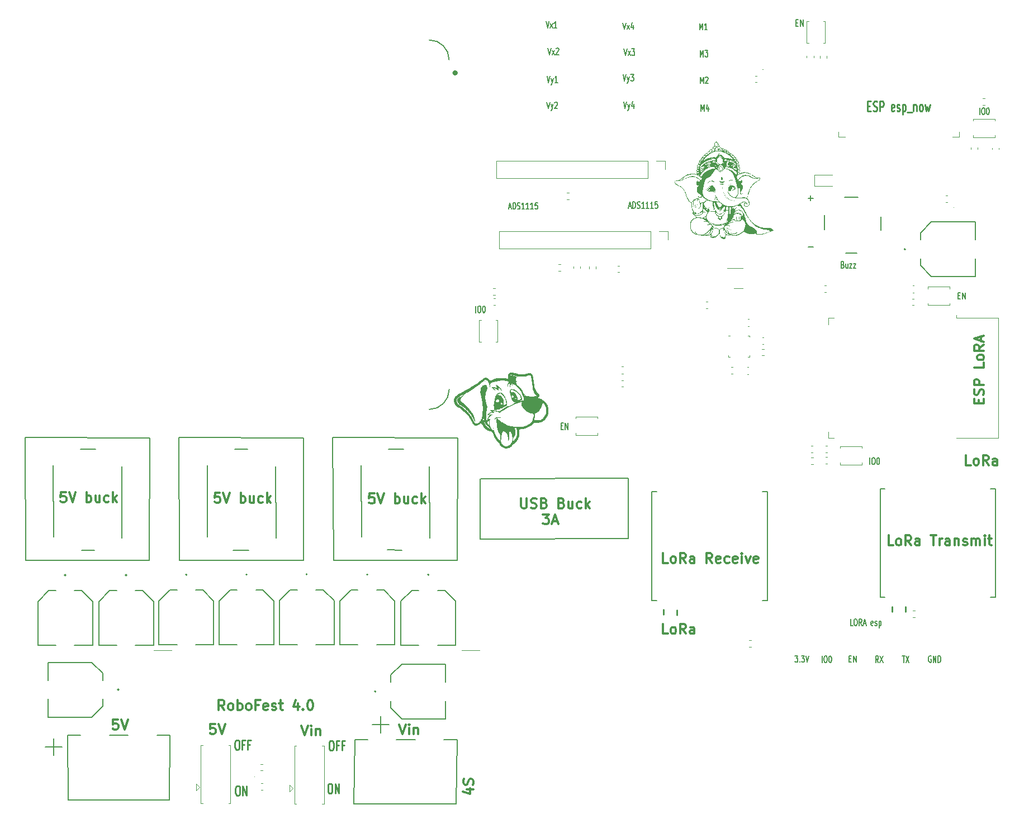
<source format=gbr>
%TF.GenerationSoftware,KiCad,Pcbnew,7.0.10*%
%TF.CreationDate,2024-12-05T21:17:43+05:30*%
%TF.ProjectId,remote_v2,72656d6f-7465-45f7-9632-2e6b69636164,rev?*%
%TF.SameCoordinates,Original*%
%TF.FileFunction,Legend,Top*%
%TF.FilePolarity,Positive*%
%FSLAX46Y46*%
G04 Gerber Fmt 4.6, Leading zero omitted, Abs format (unit mm)*
G04 Created by KiCad (PCBNEW 7.0.10) date 2024-12-05 21:17:43*
%MOMM*%
%LPD*%
G01*
G04 APERTURE LIST*
%ADD10C,0.375000*%
%ADD11C,0.250000*%
%ADD12C,0.160000*%
%ADD13C,0.120000*%
%ADD14C,0.127000*%
%ADD15C,0.200000*%
%ADD16C,0.100000*%
%ADD17C,0.150000*%
%ADD18C,0.400000*%
G04 APERTURE END LIST*
D10*
X156368138Y-123986928D02*
X155653852Y-123986928D01*
X155653852Y-123986928D02*
X155653852Y-122486928D01*
X157082424Y-123986928D02*
X156939567Y-123915500D01*
X156939567Y-123915500D02*
X156868138Y-123844071D01*
X156868138Y-123844071D02*
X156796710Y-123701214D01*
X156796710Y-123701214D02*
X156796710Y-123272642D01*
X156796710Y-123272642D02*
X156868138Y-123129785D01*
X156868138Y-123129785D02*
X156939567Y-123058357D01*
X156939567Y-123058357D02*
X157082424Y-122986928D01*
X157082424Y-122986928D02*
X157296710Y-122986928D01*
X157296710Y-122986928D02*
X157439567Y-123058357D01*
X157439567Y-123058357D02*
X157510996Y-123129785D01*
X157510996Y-123129785D02*
X157582424Y-123272642D01*
X157582424Y-123272642D02*
X157582424Y-123701214D01*
X157582424Y-123701214D02*
X157510996Y-123844071D01*
X157510996Y-123844071D02*
X157439567Y-123915500D01*
X157439567Y-123915500D02*
X157296710Y-123986928D01*
X157296710Y-123986928D02*
X157082424Y-123986928D01*
X159082424Y-123986928D02*
X158582424Y-123272642D01*
X158225281Y-123986928D02*
X158225281Y-122486928D01*
X158225281Y-122486928D02*
X158796710Y-122486928D01*
X158796710Y-122486928D02*
X158939567Y-122558357D01*
X158939567Y-122558357D02*
X159010996Y-122629785D01*
X159010996Y-122629785D02*
X159082424Y-122772642D01*
X159082424Y-122772642D02*
X159082424Y-122986928D01*
X159082424Y-122986928D02*
X159010996Y-123129785D01*
X159010996Y-123129785D02*
X158939567Y-123201214D01*
X158939567Y-123201214D02*
X158796710Y-123272642D01*
X158796710Y-123272642D02*
X158225281Y-123272642D01*
X160368139Y-123986928D02*
X160368139Y-123201214D01*
X160368139Y-123201214D02*
X160296710Y-123058357D01*
X160296710Y-123058357D02*
X160153853Y-122986928D01*
X160153853Y-122986928D02*
X159868139Y-122986928D01*
X159868139Y-122986928D02*
X159725281Y-123058357D01*
X160368139Y-123915500D02*
X160225281Y-123986928D01*
X160225281Y-123986928D02*
X159868139Y-123986928D01*
X159868139Y-123986928D02*
X159725281Y-123915500D01*
X159725281Y-123915500D02*
X159653853Y-123772642D01*
X159653853Y-123772642D02*
X159653853Y-123629785D01*
X159653853Y-123629785D02*
X159725281Y-123486928D01*
X159725281Y-123486928D02*
X159868139Y-123415500D01*
X159868139Y-123415500D02*
X160225281Y-123415500D01*
X160225281Y-123415500D02*
X160368139Y-123344071D01*
X163082424Y-123986928D02*
X162582424Y-123272642D01*
X162225281Y-123986928D02*
X162225281Y-122486928D01*
X162225281Y-122486928D02*
X162796710Y-122486928D01*
X162796710Y-122486928D02*
X162939567Y-122558357D01*
X162939567Y-122558357D02*
X163010996Y-122629785D01*
X163010996Y-122629785D02*
X163082424Y-122772642D01*
X163082424Y-122772642D02*
X163082424Y-122986928D01*
X163082424Y-122986928D02*
X163010996Y-123129785D01*
X163010996Y-123129785D02*
X162939567Y-123201214D01*
X162939567Y-123201214D02*
X162796710Y-123272642D01*
X162796710Y-123272642D02*
X162225281Y-123272642D01*
X164296710Y-123915500D02*
X164153853Y-123986928D01*
X164153853Y-123986928D02*
X163868139Y-123986928D01*
X163868139Y-123986928D02*
X163725281Y-123915500D01*
X163725281Y-123915500D02*
X163653853Y-123772642D01*
X163653853Y-123772642D02*
X163653853Y-123201214D01*
X163653853Y-123201214D02*
X163725281Y-123058357D01*
X163725281Y-123058357D02*
X163868139Y-122986928D01*
X163868139Y-122986928D02*
X164153853Y-122986928D01*
X164153853Y-122986928D02*
X164296710Y-123058357D01*
X164296710Y-123058357D02*
X164368139Y-123201214D01*
X164368139Y-123201214D02*
X164368139Y-123344071D01*
X164368139Y-123344071D02*
X163653853Y-123486928D01*
X165653853Y-123915500D02*
X165510995Y-123986928D01*
X165510995Y-123986928D02*
X165225281Y-123986928D01*
X165225281Y-123986928D02*
X165082424Y-123915500D01*
X165082424Y-123915500D02*
X165010995Y-123844071D01*
X165010995Y-123844071D02*
X164939567Y-123701214D01*
X164939567Y-123701214D02*
X164939567Y-123272642D01*
X164939567Y-123272642D02*
X165010995Y-123129785D01*
X165010995Y-123129785D02*
X165082424Y-123058357D01*
X165082424Y-123058357D02*
X165225281Y-122986928D01*
X165225281Y-122986928D02*
X165510995Y-122986928D01*
X165510995Y-122986928D02*
X165653853Y-123058357D01*
X166868138Y-123915500D02*
X166725281Y-123986928D01*
X166725281Y-123986928D02*
X166439567Y-123986928D01*
X166439567Y-123986928D02*
X166296709Y-123915500D01*
X166296709Y-123915500D02*
X166225281Y-123772642D01*
X166225281Y-123772642D02*
X166225281Y-123201214D01*
X166225281Y-123201214D02*
X166296709Y-123058357D01*
X166296709Y-123058357D02*
X166439567Y-122986928D01*
X166439567Y-122986928D02*
X166725281Y-122986928D01*
X166725281Y-122986928D02*
X166868138Y-123058357D01*
X166868138Y-123058357D02*
X166939567Y-123201214D01*
X166939567Y-123201214D02*
X166939567Y-123344071D01*
X166939567Y-123344071D02*
X166225281Y-123486928D01*
X167582423Y-123986928D02*
X167582423Y-122986928D01*
X167582423Y-122486928D02*
X167510995Y-122558357D01*
X167510995Y-122558357D02*
X167582423Y-122629785D01*
X167582423Y-122629785D02*
X167653852Y-122558357D01*
X167653852Y-122558357D02*
X167582423Y-122486928D01*
X167582423Y-122486928D02*
X167582423Y-122629785D01*
X168153852Y-122986928D02*
X168510995Y-123986928D01*
X168510995Y-123986928D02*
X168868138Y-122986928D01*
X170010995Y-123915500D02*
X169868138Y-123986928D01*
X169868138Y-123986928D02*
X169582424Y-123986928D01*
X169582424Y-123986928D02*
X169439566Y-123915500D01*
X169439566Y-123915500D02*
X169368138Y-123772642D01*
X169368138Y-123772642D02*
X169368138Y-123201214D01*
X169368138Y-123201214D02*
X169439566Y-123058357D01*
X169439566Y-123058357D02*
X169582424Y-122986928D01*
X169582424Y-122986928D02*
X169868138Y-122986928D01*
X169868138Y-122986928D02*
X170010995Y-123058357D01*
X170010995Y-123058357D02*
X170082424Y-123201214D01*
X170082424Y-123201214D02*
X170082424Y-123344071D01*
X170082424Y-123344071D02*
X169368138Y-123486928D01*
X73058138Y-147726928D02*
X72343852Y-147726928D01*
X72343852Y-147726928D02*
X72272424Y-148441214D01*
X72272424Y-148441214D02*
X72343852Y-148369785D01*
X72343852Y-148369785D02*
X72486710Y-148298357D01*
X72486710Y-148298357D02*
X72843852Y-148298357D01*
X72843852Y-148298357D02*
X72986710Y-148369785D01*
X72986710Y-148369785D02*
X73058138Y-148441214D01*
X73058138Y-148441214D02*
X73129567Y-148584071D01*
X73129567Y-148584071D02*
X73129567Y-148941214D01*
X73129567Y-148941214D02*
X73058138Y-149084071D01*
X73058138Y-149084071D02*
X72986710Y-149155500D01*
X72986710Y-149155500D02*
X72843852Y-149226928D01*
X72843852Y-149226928D02*
X72486710Y-149226928D01*
X72486710Y-149226928D02*
X72343852Y-149155500D01*
X72343852Y-149155500D02*
X72272424Y-149084071D01*
X73558138Y-147726928D02*
X74058138Y-149226928D01*
X74058138Y-149226928D02*
X74558138Y-147726928D01*
D11*
X157753666Y-131082568D02*
X157753666Y-131844473D01*
D12*
X203611929Y-56019299D02*
X203611929Y-55019299D01*
X204078596Y-55019299D02*
X204211929Y-55019299D01*
X204211929Y-55019299D02*
X204278596Y-55066918D01*
X204278596Y-55066918D02*
X204345262Y-55162156D01*
X204345262Y-55162156D02*
X204378596Y-55352632D01*
X204378596Y-55352632D02*
X204378596Y-55685965D01*
X204378596Y-55685965D02*
X204345262Y-55876441D01*
X204345262Y-55876441D02*
X204278596Y-55971680D01*
X204278596Y-55971680D02*
X204211929Y-56019299D01*
X204211929Y-56019299D02*
X204078596Y-56019299D01*
X204078596Y-56019299D02*
X204011929Y-55971680D01*
X204011929Y-55971680D02*
X203945262Y-55876441D01*
X203945262Y-55876441D02*
X203911929Y-55685965D01*
X203911929Y-55685965D02*
X203911929Y-55352632D01*
X203911929Y-55352632D02*
X203945262Y-55162156D01*
X203945262Y-55162156D02*
X204011929Y-55066918D01*
X204011929Y-55066918D02*
X204078596Y-55019299D01*
X204811929Y-55019299D02*
X204878595Y-55019299D01*
X204878595Y-55019299D02*
X204945262Y-55066918D01*
X204945262Y-55066918D02*
X204978595Y-55114537D01*
X204978595Y-55114537D02*
X205011929Y-55209775D01*
X205011929Y-55209775D02*
X205045262Y-55400251D01*
X205045262Y-55400251D02*
X205045262Y-55638346D01*
X205045262Y-55638346D02*
X205011929Y-55828822D01*
X205011929Y-55828822D02*
X204978595Y-55924060D01*
X204978595Y-55924060D02*
X204945262Y-55971680D01*
X204945262Y-55971680D02*
X204878595Y-56019299D01*
X204878595Y-56019299D02*
X204811929Y-56019299D01*
X204811929Y-56019299D02*
X204745262Y-55971680D01*
X204745262Y-55971680D02*
X204711929Y-55924060D01*
X204711929Y-55924060D02*
X204678595Y-55828822D01*
X204678595Y-55828822D02*
X204645262Y-55638346D01*
X204645262Y-55638346D02*
X204645262Y-55400251D01*
X204645262Y-55400251D02*
X204678595Y-55209775D01*
X204678595Y-55209775D02*
X204711929Y-55114537D01*
X204711929Y-55114537D02*
X204745262Y-55066918D01*
X204745262Y-55066918D02*
X204811929Y-55019299D01*
D10*
X87788138Y-148406928D02*
X87073852Y-148406928D01*
X87073852Y-148406928D02*
X87002424Y-149121214D01*
X87002424Y-149121214D02*
X87073852Y-149049785D01*
X87073852Y-149049785D02*
X87216710Y-148978357D01*
X87216710Y-148978357D02*
X87573852Y-148978357D01*
X87573852Y-148978357D02*
X87716710Y-149049785D01*
X87716710Y-149049785D02*
X87788138Y-149121214D01*
X87788138Y-149121214D02*
X87859567Y-149264071D01*
X87859567Y-149264071D02*
X87859567Y-149621214D01*
X87859567Y-149621214D02*
X87788138Y-149764071D01*
X87788138Y-149764071D02*
X87716710Y-149835500D01*
X87716710Y-149835500D02*
X87573852Y-149906928D01*
X87573852Y-149906928D02*
X87216710Y-149906928D01*
X87216710Y-149906928D02*
X87073852Y-149835500D01*
X87073852Y-149835500D02*
X87002424Y-149764071D01*
X88288138Y-148406928D02*
X88788138Y-149906928D01*
X88788138Y-149906928D02*
X89288138Y-148406928D01*
D12*
X149551929Y-42109299D02*
X149785263Y-43109299D01*
X149785263Y-43109299D02*
X150018596Y-42109299D01*
X150185263Y-43109299D02*
X150551929Y-42442632D01*
X150185263Y-42442632D02*
X150551929Y-43109299D01*
X151118596Y-42442632D02*
X151118596Y-43109299D01*
X150951930Y-42061680D02*
X150785263Y-42775965D01*
X150785263Y-42775965D02*
X151218596Y-42775965D01*
X186981929Y-109039299D02*
X186981929Y-108039299D01*
X187448596Y-108039299D02*
X187581929Y-108039299D01*
X187581929Y-108039299D02*
X187648596Y-108086918D01*
X187648596Y-108086918D02*
X187715262Y-108182156D01*
X187715262Y-108182156D02*
X187748596Y-108372632D01*
X187748596Y-108372632D02*
X187748596Y-108705965D01*
X187748596Y-108705965D02*
X187715262Y-108896441D01*
X187715262Y-108896441D02*
X187648596Y-108991680D01*
X187648596Y-108991680D02*
X187581929Y-109039299D01*
X187581929Y-109039299D02*
X187448596Y-109039299D01*
X187448596Y-109039299D02*
X187381929Y-108991680D01*
X187381929Y-108991680D02*
X187315262Y-108896441D01*
X187315262Y-108896441D02*
X187281929Y-108705965D01*
X187281929Y-108705965D02*
X187281929Y-108372632D01*
X187281929Y-108372632D02*
X187315262Y-108182156D01*
X187315262Y-108182156D02*
X187381929Y-108086918D01*
X187381929Y-108086918D02*
X187448596Y-108039299D01*
X188181929Y-108039299D02*
X188248595Y-108039299D01*
X188248595Y-108039299D02*
X188315262Y-108086918D01*
X188315262Y-108086918D02*
X188348595Y-108134537D01*
X188348595Y-108134537D02*
X188381929Y-108229775D01*
X188381929Y-108229775D02*
X188415262Y-108420251D01*
X188415262Y-108420251D02*
X188415262Y-108658346D01*
X188415262Y-108658346D02*
X188381929Y-108848822D01*
X188381929Y-108848822D02*
X188348595Y-108944060D01*
X188348595Y-108944060D02*
X188315262Y-108991680D01*
X188315262Y-108991680D02*
X188248595Y-109039299D01*
X188248595Y-109039299D02*
X188181929Y-109039299D01*
X188181929Y-109039299D02*
X188115262Y-108991680D01*
X188115262Y-108991680D02*
X188081929Y-108944060D01*
X188081929Y-108944060D02*
X188048595Y-108848822D01*
X188048595Y-108848822D02*
X188015262Y-108658346D01*
X188015262Y-108658346D02*
X188015262Y-108420251D01*
X188015262Y-108420251D02*
X188048595Y-108229775D01*
X188048595Y-108229775D02*
X188081929Y-108134537D01*
X188081929Y-108134537D02*
X188115262Y-108086918D01*
X188115262Y-108086918D02*
X188181929Y-108039299D01*
X132278596Y-70083584D02*
X132611929Y-70083584D01*
X132211929Y-70369299D02*
X132445263Y-69369299D01*
X132445263Y-69369299D02*
X132678596Y-70369299D01*
X132911929Y-70369299D02*
X132911929Y-69369299D01*
X132911929Y-69369299D02*
X133078596Y-69369299D01*
X133078596Y-69369299D02*
X133178596Y-69416918D01*
X133178596Y-69416918D02*
X133245263Y-69512156D01*
X133245263Y-69512156D02*
X133278596Y-69607394D01*
X133278596Y-69607394D02*
X133311929Y-69797870D01*
X133311929Y-69797870D02*
X133311929Y-69940727D01*
X133311929Y-69940727D02*
X133278596Y-70131203D01*
X133278596Y-70131203D02*
X133245263Y-70226441D01*
X133245263Y-70226441D02*
X133178596Y-70321680D01*
X133178596Y-70321680D02*
X133078596Y-70369299D01*
X133078596Y-70369299D02*
X132911929Y-70369299D01*
X133578596Y-70321680D02*
X133678596Y-70369299D01*
X133678596Y-70369299D02*
X133845263Y-70369299D01*
X133845263Y-70369299D02*
X133911929Y-70321680D01*
X133911929Y-70321680D02*
X133945263Y-70274060D01*
X133945263Y-70274060D02*
X133978596Y-70178822D01*
X133978596Y-70178822D02*
X133978596Y-70083584D01*
X133978596Y-70083584D02*
X133945263Y-69988346D01*
X133945263Y-69988346D02*
X133911929Y-69940727D01*
X133911929Y-69940727D02*
X133845263Y-69893108D01*
X133845263Y-69893108D02*
X133711929Y-69845489D01*
X133711929Y-69845489D02*
X133645263Y-69797870D01*
X133645263Y-69797870D02*
X133611929Y-69750251D01*
X133611929Y-69750251D02*
X133578596Y-69655013D01*
X133578596Y-69655013D02*
X133578596Y-69559775D01*
X133578596Y-69559775D02*
X133611929Y-69464537D01*
X133611929Y-69464537D02*
X133645263Y-69416918D01*
X133645263Y-69416918D02*
X133711929Y-69369299D01*
X133711929Y-69369299D02*
X133878596Y-69369299D01*
X133878596Y-69369299D02*
X133978596Y-69416918D01*
X134645263Y-70369299D02*
X134245263Y-70369299D01*
X134445263Y-70369299D02*
X134445263Y-69369299D01*
X134445263Y-69369299D02*
X134378596Y-69512156D01*
X134378596Y-69512156D02*
X134311930Y-69607394D01*
X134311930Y-69607394D02*
X134245263Y-69655013D01*
X135311930Y-70369299D02*
X134911930Y-70369299D01*
X135111930Y-70369299D02*
X135111930Y-69369299D01*
X135111930Y-69369299D02*
X135045263Y-69512156D01*
X135045263Y-69512156D02*
X134978597Y-69607394D01*
X134978597Y-69607394D02*
X134911930Y-69655013D01*
X135978597Y-70369299D02*
X135578597Y-70369299D01*
X135778597Y-70369299D02*
X135778597Y-69369299D01*
X135778597Y-69369299D02*
X135711930Y-69512156D01*
X135711930Y-69512156D02*
X135645264Y-69607394D01*
X135645264Y-69607394D02*
X135578597Y-69655013D01*
X136611931Y-69369299D02*
X136278597Y-69369299D01*
X136278597Y-69369299D02*
X136245264Y-69845489D01*
X136245264Y-69845489D02*
X136278597Y-69797870D01*
X136278597Y-69797870D02*
X136345264Y-69750251D01*
X136345264Y-69750251D02*
X136511931Y-69750251D01*
X136511931Y-69750251D02*
X136578597Y-69797870D01*
X136578597Y-69797870D02*
X136611931Y-69845489D01*
X136611931Y-69845489D02*
X136645264Y-69940727D01*
X136645264Y-69940727D02*
X136645264Y-70178822D01*
X136645264Y-70178822D02*
X136611931Y-70274060D01*
X136611931Y-70274060D02*
X136578597Y-70321680D01*
X136578597Y-70321680D02*
X136511931Y-70369299D01*
X136511931Y-70369299D02*
X136345264Y-70369299D01*
X136345264Y-70369299D02*
X136278597Y-70321680D01*
X136278597Y-70321680D02*
X136245264Y-70274060D01*
X127271929Y-86039299D02*
X127271929Y-85039299D01*
X127738596Y-85039299D02*
X127871929Y-85039299D01*
X127871929Y-85039299D02*
X127938596Y-85086918D01*
X127938596Y-85086918D02*
X128005262Y-85182156D01*
X128005262Y-85182156D02*
X128038596Y-85372632D01*
X128038596Y-85372632D02*
X128038596Y-85705965D01*
X128038596Y-85705965D02*
X128005262Y-85896441D01*
X128005262Y-85896441D02*
X127938596Y-85991680D01*
X127938596Y-85991680D02*
X127871929Y-86039299D01*
X127871929Y-86039299D02*
X127738596Y-86039299D01*
X127738596Y-86039299D02*
X127671929Y-85991680D01*
X127671929Y-85991680D02*
X127605262Y-85896441D01*
X127605262Y-85896441D02*
X127571929Y-85705965D01*
X127571929Y-85705965D02*
X127571929Y-85372632D01*
X127571929Y-85372632D02*
X127605262Y-85182156D01*
X127605262Y-85182156D02*
X127671929Y-85086918D01*
X127671929Y-85086918D02*
X127738596Y-85039299D01*
X128471929Y-85039299D02*
X128538595Y-85039299D01*
X128538595Y-85039299D02*
X128605262Y-85086918D01*
X128605262Y-85086918D02*
X128638595Y-85134537D01*
X128638595Y-85134537D02*
X128671929Y-85229775D01*
X128671929Y-85229775D02*
X128705262Y-85420251D01*
X128705262Y-85420251D02*
X128705262Y-85658346D01*
X128705262Y-85658346D02*
X128671929Y-85848822D01*
X128671929Y-85848822D02*
X128638595Y-85944060D01*
X128638595Y-85944060D02*
X128605262Y-85991680D01*
X128605262Y-85991680D02*
X128538595Y-86039299D01*
X128538595Y-86039299D02*
X128471929Y-86039299D01*
X128471929Y-86039299D02*
X128405262Y-85991680D01*
X128405262Y-85991680D02*
X128371929Y-85944060D01*
X128371929Y-85944060D02*
X128338595Y-85848822D01*
X128338595Y-85848822D02*
X128305262Y-85658346D01*
X128305262Y-85658346D02*
X128305262Y-85420251D01*
X128305262Y-85420251D02*
X128338595Y-85229775D01*
X128338595Y-85229775D02*
X128371929Y-85134537D01*
X128371929Y-85134537D02*
X128405262Y-85086918D01*
X128405262Y-85086918D02*
X128471929Y-85039299D01*
X182855263Y-78765489D02*
X182955263Y-78813108D01*
X182955263Y-78813108D02*
X182988596Y-78860727D01*
X182988596Y-78860727D02*
X183021929Y-78955965D01*
X183021929Y-78955965D02*
X183021929Y-79098822D01*
X183021929Y-79098822D02*
X182988596Y-79194060D01*
X182988596Y-79194060D02*
X182955263Y-79241680D01*
X182955263Y-79241680D02*
X182888596Y-79289299D01*
X182888596Y-79289299D02*
X182621929Y-79289299D01*
X182621929Y-79289299D02*
X182621929Y-78289299D01*
X182621929Y-78289299D02*
X182855263Y-78289299D01*
X182855263Y-78289299D02*
X182921929Y-78336918D01*
X182921929Y-78336918D02*
X182955263Y-78384537D01*
X182955263Y-78384537D02*
X182988596Y-78479775D01*
X182988596Y-78479775D02*
X182988596Y-78575013D01*
X182988596Y-78575013D02*
X182955263Y-78670251D01*
X182955263Y-78670251D02*
X182921929Y-78717870D01*
X182921929Y-78717870D02*
X182855263Y-78765489D01*
X182855263Y-78765489D02*
X182621929Y-78765489D01*
X183621929Y-78622632D02*
X183621929Y-79289299D01*
X183321929Y-78622632D02*
X183321929Y-79146441D01*
X183321929Y-79146441D02*
X183355263Y-79241680D01*
X183355263Y-79241680D02*
X183421929Y-79289299D01*
X183421929Y-79289299D02*
X183521929Y-79289299D01*
X183521929Y-79289299D02*
X183588596Y-79241680D01*
X183588596Y-79241680D02*
X183621929Y-79194060D01*
X183888596Y-78622632D02*
X184255262Y-78622632D01*
X184255262Y-78622632D02*
X183888596Y-79289299D01*
X183888596Y-79289299D02*
X184255262Y-79289299D01*
X184455263Y-78622632D02*
X184821929Y-78622632D01*
X184821929Y-78622632D02*
X184455263Y-79289299D01*
X184455263Y-79289299D02*
X184821929Y-79289299D01*
D10*
X89190995Y-146286928D02*
X88690995Y-145572642D01*
X88333852Y-146286928D02*
X88333852Y-144786928D01*
X88333852Y-144786928D02*
X88905281Y-144786928D01*
X88905281Y-144786928D02*
X89048138Y-144858357D01*
X89048138Y-144858357D02*
X89119567Y-144929785D01*
X89119567Y-144929785D02*
X89190995Y-145072642D01*
X89190995Y-145072642D02*
X89190995Y-145286928D01*
X89190995Y-145286928D02*
X89119567Y-145429785D01*
X89119567Y-145429785D02*
X89048138Y-145501214D01*
X89048138Y-145501214D02*
X88905281Y-145572642D01*
X88905281Y-145572642D02*
X88333852Y-145572642D01*
X90048138Y-146286928D02*
X89905281Y-146215500D01*
X89905281Y-146215500D02*
X89833852Y-146144071D01*
X89833852Y-146144071D02*
X89762424Y-146001214D01*
X89762424Y-146001214D02*
X89762424Y-145572642D01*
X89762424Y-145572642D02*
X89833852Y-145429785D01*
X89833852Y-145429785D02*
X89905281Y-145358357D01*
X89905281Y-145358357D02*
X90048138Y-145286928D01*
X90048138Y-145286928D02*
X90262424Y-145286928D01*
X90262424Y-145286928D02*
X90405281Y-145358357D01*
X90405281Y-145358357D02*
X90476710Y-145429785D01*
X90476710Y-145429785D02*
X90548138Y-145572642D01*
X90548138Y-145572642D02*
X90548138Y-146001214D01*
X90548138Y-146001214D02*
X90476710Y-146144071D01*
X90476710Y-146144071D02*
X90405281Y-146215500D01*
X90405281Y-146215500D02*
X90262424Y-146286928D01*
X90262424Y-146286928D02*
X90048138Y-146286928D01*
X91190995Y-146286928D02*
X91190995Y-144786928D01*
X91190995Y-145358357D02*
X91333853Y-145286928D01*
X91333853Y-145286928D02*
X91619567Y-145286928D01*
X91619567Y-145286928D02*
X91762424Y-145358357D01*
X91762424Y-145358357D02*
X91833853Y-145429785D01*
X91833853Y-145429785D02*
X91905281Y-145572642D01*
X91905281Y-145572642D02*
X91905281Y-146001214D01*
X91905281Y-146001214D02*
X91833853Y-146144071D01*
X91833853Y-146144071D02*
X91762424Y-146215500D01*
X91762424Y-146215500D02*
X91619567Y-146286928D01*
X91619567Y-146286928D02*
X91333853Y-146286928D01*
X91333853Y-146286928D02*
X91190995Y-146215500D01*
X92762424Y-146286928D02*
X92619567Y-146215500D01*
X92619567Y-146215500D02*
X92548138Y-146144071D01*
X92548138Y-146144071D02*
X92476710Y-146001214D01*
X92476710Y-146001214D02*
X92476710Y-145572642D01*
X92476710Y-145572642D02*
X92548138Y-145429785D01*
X92548138Y-145429785D02*
X92619567Y-145358357D01*
X92619567Y-145358357D02*
X92762424Y-145286928D01*
X92762424Y-145286928D02*
X92976710Y-145286928D01*
X92976710Y-145286928D02*
X93119567Y-145358357D01*
X93119567Y-145358357D02*
X93190996Y-145429785D01*
X93190996Y-145429785D02*
X93262424Y-145572642D01*
X93262424Y-145572642D02*
X93262424Y-146001214D01*
X93262424Y-146001214D02*
X93190996Y-146144071D01*
X93190996Y-146144071D02*
X93119567Y-146215500D01*
X93119567Y-146215500D02*
X92976710Y-146286928D01*
X92976710Y-146286928D02*
X92762424Y-146286928D01*
X94405281Y-145501214D02*
X93905281Y-145501214D01*
X93905281Y-146286928D02*
X93905281Y-144786928D01*
X93905281Y-144786928D02*
X94619567Y-144786928D01*
X95762424Y-146215500D02*
X95619567Y-146286928D01*
X95619567Y-146286928D02*
X95333853Y-146286928D01*
X95333853Y-146286928D02*
X95190995Y-146215500D01*
X95190995Y-146215500D02*
X95119567Y-146072642D01*
X95119567Y-146072642D02*
X95119567Y-145501214D01*
X95119567Y-145501214D02*
X95190995Y-145358357D01*
X95190995Y-145358357D02*
X95333853Y-145286928D01*
X95333853Y-145286928D02*
X95619567Y-145286928D01*
X95619567Y-145286928D02*
X95762424Y-145358357D01*
X95762424Y-145358357D02*
X95833853Y-145501214D01*
X95833853Y-145501214D02*
X95833853Y-145644071D01*
X95833853Y-145644071D02*
X95119567Y-145786928D01*
X96405281Y-146215500D02*
X96548138Y-146286928D01*
X96548138Y-146286928D02*
X96833852Y-146286928D01*
X96833852Y-146286928D02*
X96976709Y-146215500D01*
X96976709Y-146215500D02*
X97048138Y-146072642D01*
X97048138Y-146072642D02*
X97048138Y-146001214D01*
X97048138Y-146001214D02*
X96976709Y-145858357D01*
X96976709Y-145858357D02*
X96833852Y-145786928D01*
X96833852Y-145786928D02*
X96619567Y-145786928D01*
X96619567Y-145786928D02*
X96476709Y-145715500D01*
X96476709Y-145715500D02*
X96405281Y-145572642D01*
X96405281Y-145572642D02*
X96405281Y-145501214D01*
X96405281Y-145501214D02*
X96476709Y-145358357D01*
X96476709Y-145358357D02*
X96619567Y-145286928D01*
X96619567Y-145286928D02*
X96833852Y-145286928D01*
X96833852Y-145286928D02*
X96976709Y-145358357D01*
X97476710Y-145286928D02*
X98048138Y-145286928D01*
X97690995Y-144786928D02*
X97690995Y-146072642D01*
X97690995Y-146072642D02*
X97762424Y-146215500D01*
X97762424Y-146215500D02*
X97905281Y-146286928D01*
X97905281Y-146286928D02*
X98048138Y-146286928D01*
X100333853Y-145286928D02*
X100333853Y-146286928D01*
X99976710Y-144715500D02*
X99619567Y-145786928D01*
X99619567Y-145786928D02*
X100548138Y-145786928D01*
X101119566Y-146144071D02*
X101190995Y-146215500D01*
X101190995Y-146215500D02*
X101119566Y-146286928D01*
X101119566Y-146286928D02*
X101048138Y-146215500D01*
X101048138Y-146215500D02*
X101119566Y-146144071D01*
X101119566Y-146144071D02*
X101119566Y-146286928D01*
X102119567Y-144786928D02*
X102262424Y-144786928D01*
X102262424Y-144786928D02*
X102405281Y-144858357D01*
X102405281Y-144858357D02*
X102476710Y-144929785D01*
X102476710Y-144929785D02*
X102548138Y-145072642D01*
X102548138Y-145072642D02*
X102619567Y-145358357D01*
X102619567Y-145358357D02*
X102619567Y-145715500D01*
X102619567Y-145715500D02*
X102548138Y-146001214D01*
X102548138Y-146001214D02*
X102476710Y-146144071D01*
X102476710Y-146144071D02*
X102405281Y-146215500D01*
X102405281Y-146215500D02*
X102262424Y-146286928D01*
X102262424Y-146286928D02*
X102119567Y-146286928D01*
X102119567Y-146286928D02*
X101976710Y-146215500D01*
X101976710Y-146215500D02*
X101905281Y-146144071D01*
X101905281Y-146144071D02*
X101833852Y-146001214D01*
X101833852Y-146001214D02*
X101762424Y-145715500D01*
X101762424Y-145715500D02*
X101762424Y-145358357D01*
X101762424Y-145358357D02*
X101833852Y-145072642D01*
X101833852Y-145072642D02*
X101905281Y-144929785D01*
X101905281Y-144929785D02*
X101976710Y-144858357D01*
X101976710Y-144858357D02*
X102119567Y-144786928D01*
D12*
X175625263Y-138029299D02*
X176058596Y-138029299D01*
X176058596Y-138029299D02*
X175825263Y-138410251D01*
X175825263Y-138410251D02*
X175925263Y-138410251D01*
X175925263Y-138410251D02*
X175991929Y-138457870D01*
X175991929Y-138457870D02*
X176025263Y-138505489D01*
X176025263Y-138505489D02*
X176058596Y-138600727D01*
X176058596Y-138600727D02*
X176058596Y-138838822D01*
X176058596Y-138838822D02*
X176025263Y-138934060D01*
X176025263Y-138934060D02*
X175991929Y-138981680D01*
X175991929Y-138981680D02*
X175925263Y-139029299D01*
X175925263Y-139029299D02*
X175725263Y-139029299D01*
X175725263Y-139029299D02*
X175658596Y-138981680D01*
X175658596Y-138981680D02*
X175625263Y-138934060D01*
X176358596Y-138934060D02*
X176391930Y-138981680D01*
X176391930Y-138981680D02*
X176358596Y-139029299D01*
X176358596Y-139029299D02*
X176325263Y-138981680D01*
X176325263Y-138981680D02*
X176358596Y-138934060D01*
X176358596Y-138934060D02*
X176358596Y-139029299D01*
X176625263Y-138029299D02*
X177058596Y-138029299D01*
X177058596Y-138029299D02*
X176825263Y-138410251D01*
X176825263Y-138410251D02*
X176925263Y-138410251D01*
X176925263Y-138410251D02*
X176991929Y-138457870D01*
X176991929Y-138457870D02*
X177025263Y-138505489D01*
X177025263Y-138505489D02*
X177058596Y-138600727D01*
X177058596Y-138600727D02*
X177058596Y-138838822D01*
X177058596Y-138838822D02*
X177025263Y-138934060D01*
X177025263Y-138934060D02*
X176991929Y-138981680D01*
X176991929Y-138981680D02*
X176925263Y-139029299D01*
X176925263Y-139029299D02*
X176725263Y-139029299D01*
X176725263Y-139029299D02*
X176658596Y-138981680D01*
X176658596Y-138981680D02*
X176625263Y-138934060D01*
X177258596Y-138029299D02*
X177491930Y-139029299D01*
X177491930Y-139029299D02*
X177725263Y-138029299D01*
D10*
X115649567Y-148446928D02*
X116149567Y-149946928D01*
X116149567Y-149946928D02*
X116649567Y-148446928D01*
X117149566Y-149946928D02*
X117149566Y-148946928D01*
X117149566Y-148446928D02*
X117078138Y-148518357D01*
X117078138Y-148518357D02*
X117149566Y-148589785D01*
X117149566Y-148589785D02*
X117220995Y-148518357D01*
X117220995Y-148518357D02*
X117149566Y-148446928D01*
X117149566Y-148446928D02*
X117149566Y-148589785D01*
X117863852Y-148946928D02*
X117863852Y-149946928D01*
X117863852Y-149089785D02*
X117935281Y-149018357D01*
X117935281Y-149018357D02*
X118078138Y-148946928D01*
X118078138Y-148946928D02*
X118292424Y-148946928D01*
X118292424Y-148946928D02*
X118435281Y-149018357D01*
X118435281Y-149018357D02*
X118506710Y-149161214D01*
X118506710Y-149161214D02*
X118506710Y-149946928D01*
D12*
X149701929Y-46069299D02*
X149935263Y-47069299D01*
X149935263Y-47069299D02*
X150168596Y-46069299D01*
X150335263Y-47069299D02*
X150701929Y-46402632D01*
X150335263Y-46402632D02*
X150701929Y-47069299D01*
X150901930Y-46069299D02*
X151335263Y-46069299D01*
X151335263Y-46069299D02*
X151101930Y-46450251D01*
X151101930Y-46450251D02*
X151201930Y-46450251D01*
X151201930Y-46450251D02*
X151268596Y-46497870D01*
X151268596Y-46497870D02*
X151301930Y-46545489D01*
X151301930Y-46545489D02*
X151335263Y-46640727D01*
X151335263Y-46640727D02*
X151335263Y-46878822D01*
X151335263Y-46878822D02*
X151301930Y-46974060D01*
X151301930Y-46974060D02*
X151268596Y-47021680D01*
X151268596Y-47021680D02*
X151201930Y-47069299D01*
X151201930Y-47069299D02*
X151001930Y-47069299D01*
X151001930Y-47069299D02*
X150935263Y-47021680D01*
X150935263Y-47021680D02*
X150901930Y-46974060D01*
X161261929Y-47259299D02*
X161261929Y-46259299D01*
X161261929Y-46259299D02*
X161495263Y-46973584D01*
X161495263Y-46973584D02*
X161728596Y-46259299D01*
X161728596Y-46259299D02*
X161728596Y-47259299D01*
X161995263Y-46259299D02*
X162428596Y-46259299D01*
X162428596Y-46259299D02*
X162195263Y-46640251D01*
X162195263Y-46640251D02*
X162295263Y-46640251D01*
X162295263Y-46640251D02*
X162361929Y-46687870D01*
X162361929Y-46687870D02*
X162395263Y-46735489D01*
X162395263Y-46735489D02*
X162428596Y-46830727D01*
X162428596Y-46830727D02*
X162428596Y-47068822D01*
X162428596Y-47068822D02*
X162395263Y-47164060D01*
X162395263Y-47164060D02*
X162361929Y-47211680D01*
X162361929Y-47211680D02*
X162295263Y-47259299D01*
X162295263Y-47259299D02*
X162095263Y-47259299D01*
X162095263Y-47259299D02*
X162028596Y-47211680D01*
X162028596Y-47211680D02*
X161995263Y-47164060D01*
X196238596Y-138086918D02*
X196171929Y-138039299D01*
X196171929Y-138039299D02*
X196071929Y-138039299D01*
X196071929Y-138039299D02*
X195971929Y-138086918D01*
X195971929Y-138086918D02*
X195905263Y-138182156D01*
X195905263Y-138182156D02*
X195871929Y-138277394D01*
X195871929Y-138277394D02*
X195838596Y-138467870D01*
X195838596Y-138467870D02*
X195838596Y-138610727D01*
X195838596Y-138610727D02*
X195871929Y-138801203D01*
X195871929Y-138801203D02*
X195905263Y-138896441D01*
X195905263Y-138896441D02*
X195971929Y-138991680D01*
X195971929Y-138991680D02*
X196071929Y-139039299D01*
X196071929Y-139039299D02*
X196138596Y-139039299D01*
X196138596Y-139039299D02*
X196238596Y-138991680D01*
X196238596Y-138991680D02*
X196271929Y-138944060D01*
X196271929Y-138944060D02*
X196271929Y-138610727D01*
X196271929Y-138610727D02*
X196138596Y-138610727D01*
X196571929Y-139039299D02*
X196571929Y-138039299D01*
X196571929Y-138039299D02*
X196971929Y-139039299D01*
X196971929Y-139039299D02*
X196971929Y-138039299D01*
X197305262Y-139039299D02*
X197305262Y-138039299D01*
X197305262Y-138039299D02*
X197471929Y-138039299D01*
X197471929Y-138039299D02*
X197571929Y-138086918D01*
X197571929Y-138086918D02*
X197638596Y-138182156D01*
X197638596Y-138182156D02*
X197671929Y-138277394D01*
X197671929Y-138277394D02*
X197705262Y-138467870D01*
X197705262Y-138467870D02*
X197705262Y-138610727D01*
X197705262Y-138610727D02*
X197671929Y-138801203D01*
X197671929Y-138801203D02*
X197638596Y-138896441D01*
X197638596Y-138896441D02*
X197571929Y-138991680D01*
X197571929Y-138991680D02*
X197471929Y-139039299D01*
X197471929Y-139039299D02*
X197305262Y-139039299D01*
X140171929Y-103215489D02*
X140405263Y-103215489D01*
X140505263Y-103739299D02*
X140171929Y-103739299D01*
X140171929Y-103739299D02*
X140171929Y-102739299D01*
X140171929Y-102739299D02*
X140505263Y-102739299D01*
X140805262Y-103739299D02*
X140805262Y-102739299D01*
X140805262Y-102739299D02*
X141205262Y-103739299D01*
X141205262Y-103739299D02*
X141205262Y-102739299D01*
D10*
X190508138Y-121316928D02*
X189793852Y-121316928D01*
X189793852Y-121316928D02*
X189793852Y-119816928D01*
X191222424Y-121316928D02*
X191079567Y-121245500D01*
X191079567Y-121245500D02*
X191008138Y-121174071D01*
X191008138Y-121174071D02*
X190936710Y-121031214D01*
X190936710Y-121031214D02*
X190936710Y-120602642D01*
X190936710Y-120602642D02*
X191008138Y-120459785D01*
X191008138Y-120459785D02*
X191079567Y-120388357D01*
X191079567Y-120388357D02*
X191222424Y-120316928D01*
X191222424Y-120316928D02*
X191436710Y-120316928D01*
X191436710Y-120316928D02*
X191579567Y-120388357D01*
X191579567Y-120388357D02*
X191650996Y-120459785D01*
X191650996Y-120459785D02*
X191722424Y-120602642D01*
X191722424Y-120602642D02*
X191722424Y-121031214D01*
X191722424Y-121031214D02*
X191650996Y-121174071D01*
X191650996Y-121174071D02*
X191579567Y-121245500D01*
X191579567Y-121245500D02*
X191436710Y-121316928D01*
X191436710Y-121316928D02*
X191222424Y-121316928D01*
X193222424Y-121316928D02*
X192722424Y-120602642D01*
X192365281Y-121316928D02*
X192365281Y-119816928D01*
X192365281Y-119816928D02*
X192936710Y-119816928D01*
X192936710Y-119816928D02*
X193079567Y-119888357D01*
X193079567Y-119888357D02*
X193150996Y-119959785D01*
X193150996Y-119959785D02*
X193222424Y-120102642D01*
X193222424Y-120102642D02*
X193222424Y-120316928D01*
X193222424Y-120316928D02*
X193150996Y-120459785D01*
X193150996Y-120459785D02*
X193079567Y-120531214D01*
X193079567Y-120531214D02*
X192936710Y-120602642D01*
X192936710Y-120602642D02*
X192365281Y-120602642D01*
X194508139Y-121316928D02*
X194508139Y-120531214D01*
X194508139Y-120531214D02*
X194436710Y-120388357D01*
X194436710Y-120388357D02*
X194293853Y-120316928D01*
X194293853Y-120316928D02*
X194008139Y-120316928D01*
X194008139Y-120316928D02*
X193865281Y-120388357D01*
X194508139Y-121245500D02*
X194365281Y-121316928D01*
X194365281Y-121316928D02*
X194008139Y-121316928D01*
X194008139Y-121316928D02*
X193865281Y-121245500D01*
X193865281Y-121245500D02*
X193793853Y-121102642D01*
X193793853Y-121102642D02*
X193793853Y-120959785D01*
X193793853Y-120959785D02*
X193865281Y-120816928D01*
X193865281Y-120816928D02*
X194008139Y-120745500D01*
X194008139Y-120745500D02*
X194365281Y-120745500D01*
X194365281Y-120745500D02*
X194508139Y-120674071D01*
X196150996Y-119816928D02*
X197008139Y-119816928D01*
X196579567Y-121316928D02*
X196579567Y-119816928D01*
X197508138Y-121316928D02*
X197508138Y-120316928D01*
X197508138Y-120602642D02*
X197579567Y-120459785D01*
X197579567Y-120459785D02*
X197650996Y-120388357D01*
X197650996Y-120388357D02*
X197793853Y-120316928D01*
X197793853Y-120316928D02*
X197936710Y-120316928D01*
X199079567Y-121316928D02*
X199079567Y-120531214D01*
X199079567Y-120531214D02*
X199008138Y-120388357D01*
X199008138Y-120388357D02*
X198865281Y-120316928D01*
X198865281Y-120316928D02*
X198579567Y-120316928D01*
X198579567Y-120316928D02*
X198436709Y-120388357D01*
X199079567Y-121245500D02*
X198936709Y-121316928D01*
X198936709Y-121316928D02*
X198579567Y-121316928D01*
X198579567Y-121316928D02*
X198436709Y-121245500D01*
X198436709Y-121245500D02*
X198365281Y-121102642D01*
X198365281Y-121102642D02*
X198365281Y-120959785D01*
X198365281Y-120959785D02*
X198436709Y-120816928D01*
X198436709Y-120816928D02*
X198579567Y-120745500D01*
X198579567Y-120745500D02*
X198936709Y-120745500D01*
X198936709Y-120745500D02*
X199079567Y-120674071D01*
X199793852Y-120316928D02*
X199793852Y-121316928D01*
X199793852Y-120459785D02*
X199865281Y-120388357D01*
X199865281Y-120388357D02*
X200008138Y-120316928D01*
X200008138Y-120316928D02*
X200222424Y-120316928D01*
X200222424Y-120316928D02*
X200365281Y-120388357D01*
X200365281Y-120388357D02*
X200436710Y-120531214D01*
X200436710Y-120531214D02*
X200436710Y-121316928D01*
X201079567Y-121245500D02*
X201222424Y-121316928D01*
X201222424Y-121316928D02*
X201508138Y-121316928D01*
X201508138Y-121316928D02*
X201650995Y-121245500D01*
X201650995Y-121245500D02*
X201722424Y-121102642D01*
X201722424Y-121102642D02*
X201722424Y-121031214D01*
X201722424Y-121031214D02*
X201650995Y-120888357D01*
X201650995Y-120888357D02*
X201508138Y-120816928D01*
X201508138Y-120816928D02*
X201293853Y-120816928D01*
X201293853Y-120816928D02*
X201150995Y-120745500D01*
X201150995Y-120745500D02*
X201079567Y-120602642D01*
X201079567Y-120602642D02*
X201079567Y-120531214D01*
X201079567Y-120531214D02*
X201150995Y-120388357D01*
X201150995Y-120388357D02*
X201293853Y-120316928D01*
X201293853Y-120316928D02*
X201508138Y-120316928D01*
X201508138Y-120316928D02*
X201650995Y-120388357D01*
X202365281Y-121316928D02*
X202365281Y-120316928D01*
X202365281Y-120459785D02*
X202436710Y-120388357D01*
X202436710Y-120388357D02*
X202579567Y-120316928D01*
X202579567Y-120316928D02*
X202793853Y-120316928D01*
X202793853Y-120316928D02*
X202936710Y-120388357D01*
X202936710Y-120388357D02*
X203008139Y-120531214D01*
X203008139Y-120531214D02*
X203008139Y-121316928D01*
X203008139Y-120531214D02*
X203079567Y-120388357D01*
X203079567Y-120388357D02*
X203222424Y-120316928D01*
X203222424Y-120316928D02*
X203436710Y-120316928D01*
X203436710Y-120316928D02*
X203579567Y-120388357D01*
X203579567Y-120388357D02*
X203650996Y-120531214D01*
X203650996Y-120531214D02*
X203650996Y-121316928D01*
X204365281Y-121316928D02*
X204365281Y-120316928D01*
X204365281Y-119816928D02*
X204293853Y-119888357D01*
X204293853Y-119888357D02*
X204365281Y-119959785D01*
X204365281Y-119959785D02*
X204436710Y-119888357D01*
X204436710Y-119888357D02*
X204365281Y-119816928D01*
X204365281Y-119816928D02*
X204365281Y-119959785D01*
X204865282Y-120316928D02*
X205436710Y-120316928D01*
X205079567Y-119816928D02*
X205079567Y-121102642D01*
X205079567Y-121102642D02*
X205150996Y-121245500D01*
X205150996Y-121245500D02*
X205293853Y-121316928D01*
X205293853Y-121316928D02*
X205436710Y-121316928D01*
X111888138Y-113466928D02*
X111173852Y-113466928D01*
X111173852Y-113466928D02*
X111102424Y-114181214D01*
X111102424Y-114181214D02*
X111173852Y-114109785D01*
X111173852Y-114109785D02*
X111316710Y-114038357D01*
X111316710Y-114038357D02*
X111673852Y-114038357D01*
X111673852Y-114038357D02*
X111816710Y-114109785D01*
X111816710Y-114109785D02*
X111888138Y-114181214D01*
X111888138Y-114181214D02*
X111959567Y-114324071D01*
X111959567Y-114324071D02*
X111959567Y-114681214D01*
X111959567Y-114681214D02*
X111888138Y-114824071D01*
X111888138Y-114824071D02*
X111816710Y-114895500D01*
X111816710Y-114895500D02*
X111673852Y-114966928D01*
X111673852Y-114966928D02*
X111316710Y-114966928D01*
X111316710Y-114966928D02*
X111173852Y-114895500D01*
X111173852Y-114895500D02*
X111102424Y-114824071D01*
X112388138Y-113466928D02*
X112888138Y-114966928D01*
X112888138Y-114966928D02*
X113388138Y-113466928D01*
X115030994Y-114966928D02*
X115030994Y-113466928D01*
X115030994Y-114038357D02*
X115173852Y-113966928D01*
X115173852Y-113966928D02*
X115459566Y-113966928D01*
X115459566Y-113966928D02*
X115602423Y-114038357D01*
X115602423Y-114038357D02*
X115673852Y-114109785D01*
X115673852Y-114109785D02*
X115745280Y-114252642D01*
X115745280Y-114252642D02*
X115745280Y-114681214D01*
X115745280Y-114681214D02*
X115673852Y-114824071D01*
X115673852Y-114824071D02*
X115602423Y-114895500D01*
X115602423Y-114895500D02*
X115459566Y-114966928D01*
X115459566Y-114966928D02*
X115173852Y-114966928D01*
X115173852Y-114966928D02*
X115030994Y-114895500D01*
X117030995Y-113966928D02*
X117030995Y-114966928D01*
X116388137Y-113966928D02*
X116388137Y-114752642D01*
X116388137Y-114752642D02*
X116459566Y-114895500D01*
X116459566Y-114895500D02*
X116602423Y-114966928D01*
X116602423Y-114966928D02*
X116816709Y-114966928D01*
X116816709Y-114966928D02*
X116959566Y-114895500D01*
X116959566Y-114895500D02*
X117030995Y-114824071D01*
X118388138Y-114895500D02*
X118245280Y-114966928D01*
X118245280Y-114966928D02*
X117959566Y-114966928D01*
X117959566Y-114966928D02*
X117816709Y-114895500D01*
X117816709Y-114895500D02*
X117745280Y-114824071D01*
X117745280Y-114824071D02*
X117673852Y-114681214D01*
X117673852Y-114681214D02*
X117673852Y-114252642D01*
X117673852Y-114252642D02*
X117745280Y-114109785D01*
X117745280Y-114109785D02*
X117816709Y-114038357D01*
X117816709Y-114038357D02*
X117959566Y-113966928D01*
X117959566Y-113966928D02*
X118245280Y-113966928D01*
X118245280Y-113966928D02*
X118388138Y-114038357D01*
X119030994Y-114966928D02*
X119030994Y-113466928D01*
X119173852Y-114395500D02*
X119602423Y-114966928D01*
X119602423Y-113966928D02*
X119030994Y-114538357D01*
D11*
X105103044Y-157413428D02*
X105293520Y-157413428D01*
X105293520Y-157413428D02*
X105388758Y-157484857D01*
X105388758Y-157484857D02*
X105483996Y-157627714D01*
X105483996Y-157627714D02*
X105531615Y-157913428D01*
X105531615Y-157913428D02*
X105531615Y-158413428D01*
X105531615Y-158413428D02*
X105483996Y-158699142D01*
X105483996Y-158699142D02*
X105388758Y-158842000D01*
X105388758Y-158842000D02*
X105293520Y-158913428D01*
X105293520Y-158913428D02*
X105103044Y-158913428D01*
X105103044Y-158913428D02*
X105007806Y-158842000D01*
X105007806Y-158842000D02*
X104912568Y-158699142D01*
X104912568Y-158699142D02*
X104864949Y-158413428D01*
X104864949Y-158413428D02*
X104864949Y-157913428D01*
X104864949Y-157913428D02*
X104912568Y-157627714D01*
X104912568Y-157627714D02*
X105007806Y-157484857D01*
X105007806Y-157484857D02*
X105103044Y-157413428D01*
X105960187Y-158913428D02*
X105960187Y-157413428D01*
X105960187Y-157413428D02*
X106531615Y-158913428D01*
X106531615Y-158913428D02*
X106531615Y-157413428D01*
D12*
X183841929Y-138505489D02*
X184075263Y-138505489D01*
X184175263Y-139029299D02*
X183841929Y-139029299D01*
X183841929Y-139029299D02*
X183841929Y-138029299D01*
X183841929Y-138029299D02*
X184175263Y-138029299D01*
X184475262Y-139029299D02*
X184475262Y-138029299D01*
X184475262Y-138029299D02*
X184875262Y-139029299D01*
X184875262Y-139029299D02*
X184875262Y-138029299D01*
X149651929Y-54069299D02*
X149885263Y-55069299D01*
X149885263Y-55069299D02*
X150118596Y-54069299D01*
X150285263Y-54402632D02*
X150451929Y-55069299D01*
X150618596Y-54402632D02*
X150451929Y-55069299D01*
X150451929Y-55069299D02*
X150385263Y-55307394D01*
X150385263Y-55307394D02*
X150351929Y-55355013D01*
X150351929Y-55355013D02*
X150285263Y-55402632D01*
X151185262Y-54402632D02*
X151185262Y-55069299D01*
X151018596Y-54021680D02*
X150851929Y-54735965D01*
X150851929Y-54735965D02*
X151285262Y-54735965D01*
X137911929Y-41919299D02*
X138145263Y-42919299D01*
X138145263Y-42919299D02*
X138378596Y-41919299D01*
X138545263Y-42919299D02*
X138911929Y-42252632D01*
X138545263Y-42252632D02*
X138911929Y-42919299D01*
X139545263Y-42919299D02*
X139145263Y-42919299D01*
X139345263Y-42919299D02*
X139345263Y-41919299D01*
X139345263Y-41919299D02*
X139278596Y-42062156D01*
X139278596Y-42062156D02*
X139211930Y-42157394D01*
X139211930Y-42157394D02*
X139145263Y-42205013D01*
D11*
X91033044Y-150813428D02*
X91223520Y-150813428D01*
X91223520Y-150813428D02*
X91318758Y-150884857D01*
X91318758Y-150884857D02*
X91413996Y-151027714D01*
X91413996Y-151027714D02*
X91461615Y-151313428D01*
X91461615Y-151313428D02*
X91461615Y-151813428D01*
X91461615Y-151813428D02*
X91413996Y-152099142D01*
X91413996Y-152099142D02*
X91318758Y-152242000D01*
X91318758Y-152242000D02*
X91223520Y-152313428D01*
X91223520Y-152313428D02*
X91033044Y-152313428D01*
X91033044Y-152313428D02*
X90937806Y-152242000D01*
X90937806Y-152242000D02*
X90842568Y-152099142D01*
X90842568Y-152099142D02*
X90794949Y-151813428D01*
X90794949Y-151813428D02*
X90794949Y-151313428D01*
X90794949Y-151313428D02*
X90842568Y-151027714D01*
X90842568Y-151027714D02*
X90937806Y-150884857D01*
X90937806Y-150884857D02*
X91033044Y-150813428D01*
X92223520Y-151527714D02*
X91890187Y-151527714D01*
X91890187Y-152313428D02*
X91890187Y-150813428D01*
X91890187Y-150813428D02*
X92366377Y-150813428D01*
X93080663Y-151527714D02*
X92747330Y-151527714D01*
X92747330Y-152313428D02*
X92747330Y-150813428D01*
X92747330Y-150813428D02*
X93223520Y-150813428D01*
D12*
X175801929Y-42145489D02*
X176035263Y-42145489D01*
X176135263Y-42669299D02*
X175801929Y-42669299D01*
X175801929Y-42669299D02*
X175801929Y-41669299D01*
X175801929Y-41669299D02*
X176135263Y-41669299D01*
X176435262Y-42669299D02*
X176435262Y-41669299D01*
X176435262Y-41669299D02*
X176835262Y-42669299D01*
X176835262Y-42669299D02*
X176835262Y-41669299D01*
X191871929Y-138089299D02*
X192271929Y-138089299D01*
X192071929Y-139089299D02*
X192071929Y-138089299D01*
X192438596Y-138089299D02*
X192905262Y-139089299D01*
X192905262Y-138089299D02*
X192438596Y-139089299D01*
D11*
X155663666Y-131072568D02*
X155663666Y-131834473D01*
D10*
X88508138Y-113376928D02*
X87793852Y-113376928D01*
X87793852Y-113376928D02*
X87722424Y-114091214D01*
X87722424Y-114091214D02*
X87793852Y-114019785D01*
X87793852Y-114019785D02*
X87936710Y-113948357D01*
X87936710Y-113948357D02*
X88293852Y-113948357D01*
X88293852Y-113948357D02*
X88436710Y-114019785D01*
X88436710Y-114019785D02*
X88508138Y-114091214D01*
X88508138Y-114091214D02*
X88579567Y-114234071D01*
X88579567Y-114234071D02*
X88579567Y-114591214D01*
X88579567Y-114591214D02*
X88508138Y-114734071D01*
X88508138Y-114734071D02*
X88436710Y-114805500D01*
X88436710Y-114805500D02*
X88293852Y-114876928D01*
X88293852Y-114876928D02*
X87936710Y-114876928D01*
X87936710Y-114876928D02*
X87793852Y-114805500D01*
X87793852Y-114805500D02*
X87722424Y-114734071D01*
X89008138Y-113376928D02*
X89508138Y-114876928D01*
X89508138Y-114876928D02*
X90008138Y-113376928D01*
X91650994Y-114876928D02*
X91650994Y-113376928D01*
X91650994Y-113948357D02*
X91793852Y-113876928D01*
X91793852Y-113876928D02*
X92079566Y-113876928D01*
X92079566Y-113876928D02*
X92222423Y-113948357D01*
X92222423Y-113948357D02*
X92293852Y-114019785D01*
X92293852Y-114019785D02*
X92365280Y-114162642D01*
X92365280Y-114162642D02*
X92365280Y-114591214D01*
X92365280Y-114591214D02*
X92293852Y-114734071D01*
X92293852Y-114734071D02*
X92222423Y-114805500D01*
X92222423Y-114805500D02*
X92079566Y-114876928D01*
X92079566Y-114876928D02*
X91793852Y-114876928D01*
X91793852Y-114876928D02*
X91650994Y-114805500D01*
X93650995Y-113876928D02*
X93650995Y-114876928D01*
X93008137Y-113876928D02*
X93008137Y-114662642D01*
X93008137Y-114662642D02*
X93079566Y-114805500D01*
X93079566Y-114805500D02*
X93222423Y-114876928D01*
X93222423Y-114876928D02*
X93436709Y-114876928D01*
X93436709Y-114876928D02*
X93579566Y-114805500D01*
X93579566Y-114805500D02*
X93650995Y-114734071D01*
X95008138Y-114805500D02*
X94865280Y-114876928D01*
X94865280Y-114876928D02*
X94579566Y-114876928D01*
X94579566Y-114876928D02*
X94436709Y-114805500D01*
X94436709Y-114805500D02*
X94365280Y-114734071D01*
X94365280Y-114734071D02*
X94293852Y-114591214D01*
X94293852Y-114591214D02*
X94293852Y-114162642D01*
X94293852Y-114162642D02*
X94365280Y-114019785D01*
X94365280Y-114019785D02*
X94436709Y-113948357D01*
X94436709Y-113948357D02*
X94579566Y-113876928D01*
X94579566Y-113876928D02*
X94865280Y-113876928D01*
X94865280Y-113876928D02*
X95008138Y-113948357D01*
X95650994Y-114876928D02*
X95650994Y-113376928D01*
X95793852Y-114305500D02*
X96222423Y-114876928D01*
X96222423Y-113876928D02*
X95650994Y-114448357D01*
D12*
X200361929Y-83465489D02*
X200595263Y-83465489D01*
X200695263Y-83989299D02*
X200361929Y-83989299D01*
X200361929Y-83989299D02*
X200361929Y-82989299D01*
X200361929Y-82989299D02*
X200695263Y-82989299D01*
X200995262Y-83989299D02*
X200995262Y-82989299D01*
X200995262Y-82989299D02*
X201395262Y-83989299D01*
X201395262Y-83989299D02*
X201395262Y-82989299D01*
D10*
X125876928Y-158303290D02*
X126876928Y-158303290D01*
X125305500Y-158660432D02*
X126376928Y-159017575D01*
X126376928Y-159017575D02*
X126376928Y-158089004D01*
X126805500Y-157589004D02*
X126876928Y-157374719D01*
X126876928Y-157374719D02*
X126876928Y-157017576D01*
X126876928Y-157017576D02*
X126805500Y-156874719D01*
X126805500Y-156874719D02*
X126734071Y-156803290D01*
X126734071Y-156803290D02*
X126591214Y-156731861D01*
X126591214Y-156731861D02*
X126448357Y-156731861D01*
X126448357Y-156731861D02*
X126305500Y-156803290D01*
X126305500Y-156803290D02*
X126234071Y-156874719D01*
X126234071Y-156874719D02*
X126162642Y-157017576D01*
X126162642Y-157017576D02*
X126091214Y-157303290D01*
X126091214Y-157303290D02*
X126019785Y-157446147D01*
X126019785Y-157446147D02*
X125948357Y-157517576D01*
X125948357Y-157517576D02*
X125805500Y-157589004D01*
X125805500Y-157589004D02*
X125662642Y-157589004D01*
X125662642Y-157589004D02*
X125519785Y-157517576D01*
X125519785Y-157517576D02*
X125448357Y-157446147D01*
X125448357Y-157446147D02*
X125376928Y-157303290D01*
X125376928Y-157303290D02*
X125376928Y-156946147D01*
X125376928Y-156946147D02*
X125448357Y-156731861D01*
D11*
X91113044Y-157753428D02*
X91303520Y-157753428D01*
X91303520Y-157753428D02*
X91398758Y-157824857D01*
X91398758Y-157824857D02*
X91493996Y-157967714D01*
X91493996Y-157967714D02*
X91541615Y-158253428D01*
X91541615Y-158253428D02*
X91541615Y-158753428D01*
X91541615Y-158753428D02*
X91493996Y-159039142D01*
X91493996Y-159039142D02*
X91398758Y-159182000D01*
X91398758Y-159182000D02*
X91303520Y-159253428D01*
X91303520Y-159253428D02*
X91113044Y-159253428D01*
X91113044Y-159253428D02*
X91017806Y-159182000D01*
X91017806Y-159182000D02*
X90922568Y-159039142D01*
X90922568Y-159039142D02*
X90874949Y-158753428D01*
X90874949Y-158753428D02*
X90874949Y-158253428D01*
X90874949Y-158253428D02*
X90922568Y-157967714D01*
X90922568Y-157967714D02*
X91017806Y-157824857D01*
X91017806Y-157824857D02*
X91113044Y-157753428D01*
X91970187Y-159253428D02*
X91970187Y-157753428D01*
X91970187Y-157753428D02*
X92541615Y-159253428D01*
X92541615Y-159253428D02*
X92541615Y-157753428D01*
D10*
X156368138Y-134716928D02*
X155653852Y-134716928D01*
X155653852Y-134716928D02*
X155653852Y-133216928D01*
X157082424Y-134716928D02*
X156939567Y-134645500D01*
X156939567Y-134645500D02*
X156868138Y-134574071D01*
X156868138Y-134574071D02*
X156796710Y-134431214D01*
X156796710Y-134431214D02*
X156796710Y-134002642D01*
X156796710Y-134002642D02*
X156868138Y-133859785D01*
X156868138Y-133859785D02*
X156939567Y-133788357D01*
X156939567Y-133788357D02*
X157082424Y-133716928D01*
X157082424Y-133716928D02*
X157296710Y-133716928D01*
X157296710Y-133716928D02*
X157439567Y-133788357D01*
X157439567Y-133788357D02*
X157510996Y-133859785D01*
X157510996Y-133859785D02*
X157582424Y-134002642D01*
X157582424Y-134002642D02*
X157582424Y-134431214D01*
X157582424Y-134431214D02*
X157510996Y-134574071D01*
X157510996Y-134574071D02*
X157439567Y-134645500D01*
X157439567Y-134645500D02*
X157296710Y-134716928D01*
X157296710Y-134716928D02*
X157082424Y-134716928D01*
X159082424Y-134716928D02*
X158582424Y-134002642D01*
X158225281Y-134716928D02*
X158225281Y-133216928D01*
X158225281Y-133216928D02*
X158796710Y-133216928D01*
X158796710Y-133216928D02*
X158939567Y-133288357D01*
X158939567Y-133288357D02*
X159010996Y-133359785D01*
X159010996Y-133359785D02*
X159082424Y-133502642D01*
X159082424Y-133502642D02*
X159082424Y-133716928D01*
X159082424Y-133716928D02*
X159010996Y-133859785D01*
X159010996Y-133859785D02*
X158939567Y-133931214D01*
X158939567Y-133931214D02*
X158796710Y-134002642D01*
X158796710Y-134002642D02*
X158225281Y-134002642D01*
X160368139Y-134716928D02*
X160368139Y-133931214D01*
X160368139Y-133931214D02*
X160296710Y-133788357D01*
X160296710Y-133788357D02*
X160153853Y-133716928D01*
X160153853Y-133716928D02*
X159868139Y-133716928D01*
X159868139Y-133716928D02*
X159725281Y-133788357D01*
X160368139Y-134645500D02*
X160225281Y-134716928D01*
X160225281Y-134716928D02*
X159868139Y-134716928D01*
X159868139Y-134716928D02*
X159725281Y-134645500D01*
X159725281Y-134645500D02*
X159653853Y-134502642D01*
X159653853Y-134502642D02*
X159653853Y-134359785D01*
X159653853Y-134359785D02*
X159725281Y-134216928D01*
X159725281Y-134216928D02*
X159868139Y-134145500D01*
X159868139Y-134145500D02*
X160225281Y-134145500D01*
X160225281Y-134145500D02*
X160368139Y-134074071D01*
X202248138Y-109156928D02*
X201533852Y-109156928D01*
X201533852Y-109156928D02*
X201533852Y-107656928D01*
X202962424Y-109156928D02*
X202819567Y-109085500D01*
X202819567Y-109085500D02*
X202748138Y-109014071D01*
X202748138Y-109014071D02*
X202676710Y-108871214D01*
X202676710Y-108871214D02*
X202676710Y-108442642D01*
X202676710Y-108442642D02*
X202748138Y-108299785D01*
X202748138Y-108299785D02*
X202819567Y-108228357D01*
X202819567Y-108228357D02*
X202962424Y-108156928D01*
X202962424Y-108156928D02*
X203176710Y-108156928D01*
X203176710Y-108156928D02*
X203319567Y-108228357D01*
X203319567Y-108228357D02*
X203390996Y-108299785D01*
X203390996Y-108299785D02*
X203462424Y-108442642D01*
X203462424Y-108442642D02*
X203462424Y-108871214D01*
X203462424Y-108871214D02*
X203390996Y-109014071D01*
X203390996Y-109014071D02*
X203319567Y-109085500D01*
X203319567Y-109085500D02*
X203176710Y-109156928D01*
X203176710Y-109156928D02*
X202962424Y-109156928D01*
X204962424Y-109156928D02*
X204462424Y-108442642D01*
X204105281Y-109156928D02*
X204105281Y-107656928D01*
X204105281Y-107656928D02*
X204676710Y-107656928D01*
X204676710Y-107656928D02*
X204819567Y-107728357D01*
X204819567Y-107728357D02*
X204890996Y-107799785D01*
X204890996Y-107799785D02*
X204962424Y-107942642D01*
X204962424Y-107942642D02*
X204962424Y-108156928D01*
X204962424Y-108156928D02*
X204890996Y-108299785D01*
X204890996Y-108299785D02*
X204819567Y-108371214D01*
X204819567Y-108371214D02*
X204676710Y-108442642D01*
X204676710Y-108442642D02*
X204105281Y-108442642D01*
X206248139Y-109156928D02*
X206248139Y-108371214D01*
X206248139Y-108371214D02*
X206176710Y-108228357D01*
X206176710Y-108228357D02*
X206033853Y-108156928D01*
X206033853Y-108156928D02*
X205748139Y-108156928D01*
X205748139Y-108156928D02*
X205605281Y-108228357D01*
X206248139Y-109085500D02*
X206105281Y-109156928D01*
X206105281Y-109156928D02*
X205748139Y-109156928D01*
X205748139Y-109156928D02*
X205605281Y-109085500D01*
X205605281Y-109085500D02*
X205533853Y-108942642D01*
X205533853Y-108942642D02*
X205533853Y-108799785D01*
X205533853Y-108799785D02*
X205605281Y-108656928D01*
X205605281Y-108656928D02*
X205748139Y-108585500D01*
X205748139Y-108585500D02*
X206105281Y-108585500D01*
X206105281Y-108585500D02*
X206248139Y-108514071D01*
D11*
X186632568Y-54737714D02*
X186965901Y-54737714D01*
X187108758Y-55523428D02*
X186632568Y-55523428D01*
X186632568Y-55523428D02*
X186632568Y-54023428D01*
X186632568Y-54023428D02*
X187108758Y-54023428D01*
X187489711Y-55452000D02*
X187632568Y-55523428D01*
X187632568Y-55523428D02*
X187870663Y-55523428D01*
X187870663Y-55523428D02*
X187965901Y-55452000D01*
X187965901Y-55452000D02*
X188013520Y-55380571D01*
X188013520Y-55380571D02*
X188061139Y-55237714D01*
X188061139Y-55237714D02*
X188061139Y-55094857D01*
X188061139Y-55094857D02*
X188013520Y-54952000D01*
X188013520Y-54952000D02*
X187965901Y-54880571D01*
X187965901Y-54880571D02*
X187870663Y-54809142D01*
X187870663Y-54809142D02*
X187680187Y-54737714D01*
X187680187Y-54737714D02*
X187584949Y-54666285D01*
X187584949Y-54666285D02*
X187537330Y-54594857D01*
X187537330Y-54594857D02*
X187489711Y-54452000D01*
X187489711Y-54452000D02*
X187489711Y-54309142D01*
X187489711Y-54309142D02*
X187537330Y-54166285D01*
X187537330Y-54166285D02*
X187584949Y-54094857D01*
X187584949Y-54094857D02*
X187680187Y-54023428D01*
X187680187Y-54023428D02*
X187918282Y-54023428D01*
X187918282Y-54023428D02*
X188061139Y-54094857D01*
X188489711Y-55523428D02*
X188489711Y-54023428D01*
X188489711Y-54023428D02*
X188870663Y-54023428D01*
X188870663Y-54023428D02*
X188965901Y-54094857D01*
X188965901Y-54094857D02*
X189013520Y-54166285D01*
X189013520Y-54166285D02*
X189061139Y-54309142D01*
X189061139Y-54309142D02*
X189061139Y-54523428D01*
X189061139Y-54523428D02*
X189013520Y-54666285D01*
X189013520Y-54666285D02*
X188965901Y-54737714D01*
X188965901Y-54737714D02*
X188870663Y-54809142D01*
X188870663Y-54809142D02*
X188489711Y-54809142D01*
X190632568Y-55452000D02*
X190537330Y-55523428D01*
X190537330Y-55523428D02*
X190346854Y-55523428D01*
X190346854Y-55523428D02*
X190251616Y-55452000D01*
X190251616Y-55452000D02*
X190203997Y-55309142D01*
X190203997Y-55309142D02*
X190203997Y-54737714D01*
X190203997Y-54737714D02*
X190251616Y-54594857D01*
X190251616Y-54594857D02*
X190346854Y-54523428D01*
X190346854Y-54523428D02*
X190537330Y-54523428D01*
X190537330Y-54523428D02*
X190632568Y-54594857D01*
X190632568Y-54594857D02*
X190680187Y-54737714D01*
X190680187Y-54737714D02*
X190680187Y-54880571D01*
X190680187Y-54880571D02*
X190203997Y-55023428D01*
X191061140Y-55452000D02*
X191156378Y-55523428D01*
X191156378Y-55523428D02*
X191346854Y-55523428D01*
X191346854Y-55523428D02*
X191442092Y-55452000D01*
X191442092Y-55452000D02*
X191489711Y-55309142D01*
X191489711Y-55309142D02*
X191489711Y-55237714D01*
X191489711Y-55237714D02*
X191442092Y-55094857D01*
X191442092Y-55094857D02*
X191346854Y-55023428D01*
X191346854Y-55023428D02*
X191203997Y-55023428D01*
X191203997Y-55023428D02*
X191108759Y-54952000D01*
X191108759Y-54952000D02*
X191061140Y-54809142D01*
X191061140Y-54809142D02*
X191061140Y-54737714D01*
X191061140Y-54737714D02*
X191108759Y-54594857D01*
X191108759Y-54594857D02*
X191203997Y-54523428D01*
X191203997Y-54523428D02*
X191346854Y-54523428D01*
X191346854Y-54523428D02*
X191442092Y-54594857D01*
X191918283Y-54523428D02*
X191918283Y-56023428D01*
X191918283Y-54594857D02*
X192013521Y-54523428D01*
X192013521Y-54523428D02*
X192203997Y-54523428D01*
X192203997Y-54523428D02*
X192299235Y-54594857D01*
X192299235Y-54594857D02*
X192346854Y-54666285D01*
X192346854Y-54666285D02*
X192394473Y-54809142D01*
X192394473Y-54809142D02*
X192394473Y-55237714D01*
X192394473Y-55237714D02*
X192346854Y-55380571D01*
X192346854Y-55380571D02*
X192299235Y-55452000D01*
X192299235Y-55452000D02*
X192203997Y-55523428D01*
X192203997Y-55523428D02*
X192013521Y-55523428D01*
X192013521Y-55523428D02*
X191918283Y-55452000D01*
X192584950Y-55666285D02*
X193346854Y-55666285D01*
X193584950Y-54523428D02*
X193584950Y-55523428D01*
X193584950Y-54666285D02*
X193632569Y-54594857D01*
X193632569Y-54594857D02*
X193727807Y-54523428D01*
X193727807Y-54523428D02*
X193870664Y-54523428D01*
X193870664Y-54523428D02*
X193965902Y-54594857D01*
X193965902Y-54594857D02*
X194013521Y-54737714D01*
X194013521Y-54737714D02*
X194013521Y-55523428D01*
X194632569Y-55523428D02*
X194537331Y-55452000D01*
X194537331Y-55452000D02*
X194489712Y-55380571D01*
X194489712Y-55380571D02*
X194442093Y-55237714D01*
X194442093Y-55237714D02*
X194442093Y-54809142D01*
X194442093Y-54809142D02*
X194489712Y-54666285D01*
X194489712Y-54666285D02*
X194537331Y-54594857D01*
X194537331Y-54594857D02*
X194632569Y-54523428D01*
X194632569Y-54523428D02*
X194775426Y-54523428D01*
X194775426Y-54523428D02*
X194870664Y-54594857D01*
X194870664Y-54594857D02*
X194918283Y-54666285D01*
X194918283Y-54666285D02*
X194965902Y-54809142D01*
X194965902Y-54809142D02*
X194965902Y-55237714D01*
X194965902Y-55237714D02*
X194918283Y-55380571D01*
X194918283Y-55380571D02*
X194870664Y-55452000D01*
X194870664Y-55452000D02*
X194775426Y-55523428D01*
X194775426Y-55523428D02*
X194632569Y-55523428D01*
X195299236Y-54523428D02*
X195489712Y-55523428D01*
X195489712Y-55523428D02*
X195680188Y-54809142D01*
X195680188Y-54809142D02*
X195870664Y-55523428D01*
X195870664Y-55523428D02*
X196061140Y-54523428D01*
D12*
X161411929Y-55539299D02*
X161411929Y-54539299D01*
X161411929Y-54539299D02*
X161645263Y-55253584D01*
X161645263Y-55253584D02*
X161878596Y-54539299D01*
X161878596Y-54539299D02*
X161878596Y-55539299D01*
X162511929Y-54872632D02*
X162511929Y-55539299D01*
X162345263Y-54491680D02*
X162178596Y-55205965D01*
X162178596Y-55205965D02*
X162611929Y-55205965D01*
D10*
X134133852Y-114191928D02*
X134133852Y-115406214D01*
X134133852Y-115406214D02*
X134205281Y-115549071D01*
X134205281Y-115549071D02*
X134276710Y-115620500D01*
X134276710Y-115620500D02*
X134419567Y-115691928D01*
X134419567Y-115691928D02*
X134705281Y-115691928D01*
X134705281Y-115691928D02*
X134848138Y-115620500D01*
X134848138Y-115620500D02*
X134919567Y-115549071D01*
X134919567Y-115549071D02*
X134990995Y-115406214D01*
X134990995Y-115406214D02*
X134990995Y-114191928D01*
X135633853Y-115620500D02*
X135848139Y-115691928D01*
X135848139Y-115691928D02*
X136205281Y-115691928D01*
X136205281Y-115691928D02*
X136348139Y-115620500D01*
X136348139Y-115620500D02*
X136419567Y-115549071D01*
X136419567Y-115549071D02*
X136490996Y-115406214D01*
X136490996Y-115406214D02*
X136490996Y-115263357D01*
X136490996Y-115263357D02*
X136419567Y-115120500D01*
X136419567Y-115120500D02*
X136348139Y-115049071D01*
X136348139Y-115049071D02*
X136205281Y-114977642D01*
X136205281Y-114977642D02*
X135919567Y-114906214D01*
X135919567Y-114906214D02*
X135776710Y-114834785D01*
X135776710Y-114834785D02*
X135705281Y-114763357D01*
X135705281Y-114763357D02*
X135633853Y-114620500D01*
X135633853Y-114620500D02*
X135633853Y-114477642D01*
X135633853Y-114477642D02*
X135705281Y-114334785D01*
X135705281Y-114334785D02*
X135776710Y-114263357D01*
X135776710Y-114263357D02*
X135919567Y-114191928D01*
X135919567Y-114191928D02*
X136276710Y-114191928D01*
X136276710Y-114191928D02*
X136490996Y-114263357D01*
X137633852Y-114906214D02*
X137848138Y-114977642D01*
X137848138Y-114977642D02*
X137919567Y-115049071D01*
X137919567Y-115049071D02*
X137990995Y-115191928D01*
X137990995Y-115191928D02*
X137990995Y-115406214D01*
X137990995Y-115406214D02*
X137919567Y-115549071D01*
X137919567Y-115549071D02*
X137848138Y-115620500D01*
X137848138Y-115620500D02*
X137705281Y-115691928D01*
X137705281Y-115691928D02*
X137133852Y-115691928D01*
X137133852Y-115691928D02*
X137133852Y-114191928D01*
X137133852Y-114191928D02*
X137633852Y-114191928D01*
X137633852Y-114191928D02*
X137776710Y-114263357D01*
X137776710Y-114263357D02*
X137848138Y-114334785D01*
X137848138Y-114334785D02*
X137919567Y-114477642D01*
X137919567Y-114477642D02*
X137919567Y-114620500D01*
X137919567Y-114620500D02*
X137848138Y-114763357D01*
X137848138Y-114763357D02*
X137776710Y-114834785D01*
X137776710Y-114834785D02*
X137633852Y-114906214D01*
X137633852Y-114906214D02*
X137133852Y-114906214D01*
X140276709Y-114906214D02*
X140490995Y-114977642D01*
X140490995Y-114977642D02*
X140562424Y-115049071D01*
X140562424Y-115049071D02*
X140633852Y-115191928D01*
X140633852Y-115191928D02*
X140633852Y-115406214D01*
X140633852Y-115406214D02*
X140562424Y-115549071D01*
X140562424Y-115549071D02*
X140490995Y-115620500D01*
X140490995Y-115620500D02*
X140348138Y-115691928D01*
X140348138Y-115691928D02*
X139776709Y-115691928D01*
X139776709Y-115691928D02*
X139776709Y-114191928D01*
X139776709Y-114191928D02*
X140276709Y-114191928D01*
X140276709Y-114191928D02*
X140419567Y-114263357D01*
X140419567Y-114263357D02*
X140490995Y-114334785D01*
X140490995Y-114334785D02*
X140562424Y-114477642D01*
X140562424Y-114477642D02*
X140562424Y-114620500D01*
X140562424Y-114620500D02*
X140490995Y-114763357D01*
X140490995Y-114763357D02*
X140419567Y-114834785D01*
X140419567Y-114834785D02*
X140276709Y-114906214D01*
X140276709Y-114906214D02*
X139776709Y-114906214D01*
X141919567Y-114691928D02*
X141919567Y-115691928D01*
X141276709Y-114691928D02*
X141276709Y-115477642D01*
X141276709Y-115477642D02*
X141348138Y-115620500D01*
X141348138Y-115620500D02*
X141490995Y-115691928D01*
X141490995Y-115691928D02*
X141705281Y-115691928D01*
X141705281Y-115691928D02*
X141848138Y-115620500D01*
X141848138Y-115620500D02*
X141919567Y-115549071D01*
X143276710Y-115620500D02*
X143133852Y-115691928D01*
X143133852Y-115691928D02*
X142848138Y-115691928D01*
X142848138Y-115691928D02*
X142705281Y-115620500D01*
X142705281Y-115620500D02*
X142633852Y-115549071D01*
X142633852Y-115549071D02*
X142562424Y-115406214D01*
X142562424Y-115406214D02*
X142562424Y-114977642D01*
X142562424Y-114977642D02*
X142633852Y-114834785D01*
X142633852Y-114834785D02*
X142705281Y-114763357D01*
X142705281Y-114763357D02*
X142848138Y-114691928D01*
X142848138Y-114691928D02*
X143133852Y-114691928D01*
X143133852Y-114691928D02*
X143276710Y-114763357D01*
X143919566Y-115691928D02*
X143919566Y-114191928D01*
X144062424Y-115120500D02*
X144490995Y-115691928D01*
X144490995Y-114691928D02*
X143919566Y-115263357D01*
X137419566Y-116606928D02*
X138348138Y-116606928D01*
X138348138Y-116606928D02*
X137848138Y-117178357D01*
X137848138Y-117178357D02*
X138062423Y-117178357D01*
X138062423Y-117178357D02*
X138205281Y-117249785D01*
X138205281Y-117249785D02*
X138276709Y-117321214D01*
X138276709Y-117321214D02*
X138348138Y-117464071D01*
X138348138Y-117464071D02*
X138348138Y-117821214D01*
X138348138Y-117821214D02*
X138276709Y-117964071D01*
X138276709Y-117964071D02*
X138205281Y-118035500D01*
X138205281Y-118035500D02*
X138062423Y-118106928D01*
X138062423Y-118106928D02*
X137633852Y-118106928D01*
X137633852Y-118106928D02*
X137490995Y-118035500D01*
X137490995Y-118035500D02*
X137419566Y-117964071D01*
X138919566Y-117678357D02*
X139633852Y-117678357D01*
X138776709Y-118106928D02*
X139276709Y-116606928D01*
X139276709Y-116606928D02*
X139776709Y-118106928D01*
D11*
X190313666Y-130612568D02*
X190313666Y-131374473D01*
X105293044Y-150903428D02*
X105483520Y-150903428D01*
X105483520Y-150903428D02*
X105578758Y-150974857D01*
X105578758Y-150974857D02*
X105673996Y-151117714D01*
X105673996Y-151117714D02*
X105721615Y-151403428D01*
X105721615Y-151403428D02*
X105721615Y-151903428D01*
X105721615Y-151903428D02*
X105673996Y-152189142D01*
X105673996Y-152189142D02*
X105578758Y-152332000D01*
X105578758Y-152332000D02*
X105483520Y-152403428D01*
X105483520Y-152403428D02*
X105293044Y-152403428D01*
X105293044Y-152403428D02*
X105197806Y-152332000D01*
X105197806Y-152332000D02*
X105102568Y-152189142D01*
X105102568Y-152189142D02*
X105054949Y-151903428D01*
X105054949Y-151903428D02*
X105054949Y-151403428D01*
X105054949Y-151403428D02*
X105102568Y-151117714D01*
X105102568Y-151117714D02*
X105197806Y-150974857D01*
X105197806Y-150974857D02*
X105293044Y-150903428D01*
X106483520Y-151617714D02*
X106150187Y-151617714D01*
X106150187Y-152403428D02*
X106150187Y-150903428D01*
X106150187Y-150903428D02*
X106626377Y-150903428D01*
X107340663Y-151617714D02*
X107007330Y-151617714D01*
X107007330Y-152403428D02*
X107007330Y-150903428D01*
X107007330Y-150903428D02*
X107483520Y-150903428D01*
D12*
X179721929Y-139069299D02*
X179721929Y-138069299D01*
X180188596Y-138069299D02*
X180321929Y-138069299D01*
X180321929Y-138069299D02*
X180388596Y-138116918D01*
X180388596Y-138116918D02*
X180455262Y-138212156D01*
X180455262Y-138212156D02*
X180488596Y-138402632D01*
X180488596Y-138402632D02*
X180488596Y-138735965D01*
X180488596Y-138735965D02*
X180455262Y-138926441D01*
X180455262Y-138926441D02*
X180388596Y-139021680D01*
X180388596Y-139021680D02*
X180321929Y-139069299D01*
X180321929Y-139069299D02*
X180188596Y-139069299D01*
X180188596Y-139069299D02*
X180121929Y-139021680D01*
X180121929Y-139021680D02*
X180055262Y-138926441D01*
X180055262Y-138926441D02*
X180021929Y-138735965D01*
X180021929Y-138735965D02*
X180021929Y-138402632D01*
X180021929Y-138402632D02*
X180055262Y-138212156D01*
X180055262Y-138212156D02*
X180121929Y-138116918D01*
X180121929Y-138116918D02*
X180188596Y-138069299D01*
X180921929Y-138069299D02*
X180988595Y-138069299D01*
X180988595Y-138069299D02*
X181055262Y-138116918D01*
X181055262Y-138116918D02*
X181088595Y-138164537D01*
X181088595Y-138164537D02*
X181121929Y-138259775D01*
X181121929Y-138259775D02*
X181155262Y-138450251D01*
X181155262Y-138450251D02*
X181155262Y-138688346D01*
X181155262Y-138688346D02*
X181121929Y-138878822D01*
X181121929Y-138878822D02*
X181088595Y-138974060D01*
X181088595Y-138974060D02*
X181055262Y-139021680D01*
X181055262Y-139021680D02*
X180988595Y-139069299D01*
X180988595Y-139069299D02*
X180921929Y-139069299D01*
X180921929Y-139069299D02*
X180855262Y-139021680D01*
X180855262Y-139021680D02*
X180821929Y-138974060D01*
X180821929Y-138974060D02*
X180788595Y-138878822D01*
X180788595Y-138878822D02*
X180755262Y-138688346D01*
X180755262Y-138688346D02*
X180755262Y-138450251D01*
X180755262Y-138450251D02*
X180788595Y-138259775D01*
X180788595Y-138259775D02*
X180821929Y-138164537D01*
X180821929Y-138164537D02*
X180855262Y-138116918D01*
X180855262Y-138116918D02*
X180921929Y-138069299D01*
X161291929Y-51319299D02*
X161291929Y-50319299D01*
X161291929Y-50319299D02*
X161525263Y-51033584D01*
X161525263Y-51033584D02*
X161758596Y-50319299D01*
X161758596Y-50319299D02*
X161758596Y-51319299D01*
X162058596Y-50414537D02*
X162091929Y-50366918D01*
X162091929Y-50366918D02*
X162158596Y-50319299D01*
X162158596Y-50319299D02*
X162325263Y-50319299D01*
X162325263Y-50319299D02*
X162391929Y-50366918D01*
X162391929Y-50366918D02*
X162425263Y-50414537D01*
X162425263Y-50414537D02*
X162458596Y-50509775D01*
X162458596Y-50509775D02*
X162458596Y-50605013D01*
X162458596Y-50605013D02*
X162425263Y-50747870D01*
X162425263Y-50747870D02*
X162025263Y-51319299D01*
X162025263Y-51319299D02*
X162458596Y-51319299D01*
X188241929Y-139059299D02*
X188008596Y-138583108D01*
X187841929Y-139059299D02*
X187841929Y-138059299D01*
X187841929Y-138059299D02*
X188108596Y-138059299D01*
X188108596Y-138059299D02*
X188175263Y-138106918D01*
X188175263Y-138106918D02*
X188208596Y-138154537D01*
X188208596Y-138154537D02*
X188241929Y-138249775D01*
X188241929Y-138249775D02*
X188241929Y-138392632D01*
X188241929Y-138392632D02*
X188208596Y-138487870D01*
X188208596Y-138487870D02*
X188175263Y-138535489D01*
X188175263Y-138535489D02*
X188108596Y-138583108D01*
X188108596Y-138583108D02*
X187841929Y-138583108D01*
X188475263Y-138059299D02*
X188941929Y-139059299D01*
X188941929Y-138059299D02*
X188475263Y-139059299D01*
X138201929Y-45949299D02*
X138435263Y-46949299D01*
X138435263Y-46949299D02*
X138668596Y-45949299D01*
X138835263Y-46949299D02*
X139201929Y-46282632D01*
X138835263Y-46282632D02*
X139201929Y-46949299D01*
X139435263Y-46044537D02*
X139468596Y-45996918D01*
X139468596Y-45996918D02*
X139535263Y-45949299D01*
X139535263Y-45949299D02*
X139701930Y-45949299D01*
X139701930Y-45949299D02*
X139768596Y-45996918D01*
X139768596Y-45996918D02*
X139801930Y-46044537D01*
X139801930Y-46044537D02*
X139835263Y-46139775D01*
X139835263Y-46139775D02*
X139835263Y-46235013D01*
X139835263Y-46235013D02*
X139801930Y-46377870D01*
X139801930Y-46377870D02*
X139401930Y-46949299D01*
X139401930Y-46949299D02*
X139835263Y-46949299D01*
X149571929Y-49929299D02*
X149805263Y-50929299D01*
X149805263Y-50929299D02*
X150038596Y-49929299D01*
X150205263Y-50262632D02*
X150371929Y-50929299D01*
X150538596Y-50262632D02*
X150371929Y-50929299D01*
X150371929Y-50929299D02*
X150305263Y-51167394D01*
X150305263Y-51167394D02*
X150271929Y-51215013D01*
X150271929Y-51215013D02*
X150205263Y-51262632D01*
X150738596Y-49929299D02*
X151171929Y-49929299D01*
X151171929Y-49929299D02*
X150938596Y-50310251D01*
X150938596Y-50310251D02*
X151038596Y-50310251D01*
X151038596Y-50310251D02*
X151105262Y-50357870D01*
X151105262Y-50357870D02*
X151138596Y-50405489D01*
X151138596Y-50405489D02*
X151171929Y-50500727D01*
X151171929Y-50500727D02*
X151171929Y-50738822D01*
X151171929Y-50738822D02*
X151138596Y-50834060D01*
X151138596Y-50834060D02*
X151105262Y-50881680D01*
X151105262Y-50881680D02*
X151038596Y-50929299D01*
X151038596Y-50929299D02*
X150838596Y-50929299D01*
X150838596Y-50929299D02*
X150771929Y-50881680D01*
X150771929Y-50881680D02*
X150738596Y-50834060D01*
D10*
X100819567Y-148616928D02*
X101319567Y-150116928D01*
X101319567Y-150116928D02*
X101819567Y-148616928D01*
X102319566Y-150116928D02*
X102319566Y-149116928D01*
X102319566Y-148616928D02*
X102248138Y-148688357D01*
X102248138Y-148688357D02*
X102319566Y-148759785D01*
X102319566Y-148759785D02*
X102390995Y-148688357D01*
X102390995Y-148688357D02*
X102319566Y-148616928D01*
X102319566Y-148616928D02*
X102319566Y-148759785D01*
X103033852Y-149116928D02*
X103033852Y-150116928D01*
X103033852Y-149259785D02*
X103105281Y-149188357D01*
X103105281Y-149188357D02*
X103248138Y-149116928D01*
X103248138Y-149116928D02*
X103462424Y-149116928D01*
X103462424Y-149116928D02*
X103605281Y-149188357D01*
X103605281Y-149188357D02*
X103676710Y-149331214D01*
X103676710Y-149331214D02*
X103676710Y-150116928D01*
D12*
X138011929Y-54119299D02*
X138245263Y-55119299D01*
X138245263Y-55119299D02*
X138478596Y-54119299D01*
X138645263Y-54452632D02*
X138811929Y-55119299D01*
X138978596Y-54452632D02*
X138811929Y-55119299D01*
X138811929Y-55119299D02*
X138745263Y-55357394D01*
X138745263Y-55357394D02*
X138711929Y-55405013D01*
X138711929Y-55405013D02*
X138645263Y-55452632D01*
X139211929Y-54214537D02*
X139245262Y-54166918D01*
X139245262Y-54166918D02*
X139311929Y-54119299D01*
X139311929Y-54119299D02*
X139478596Y-54119299D01*
X139478596Y-54119299D02*
X139545262Y-54166918D01*
X139545262Y-54166918D02*
X139578596Y-54214537D01*
X139578596Y-54214537D02*
X139611929Y-54309775D01*
X139611929Y-54309775D02*
X139611929Y-54405013D01*
X139611929Y-54405013D02*
X139578596Y-54547870D01*
X139578596Y-54547870D02*
X139178596Y-55119299D01*
X139178596Y-55119299D02*
X139611929Y-55119299D01*
D10*
X203451214Y-99796147D02*
X203451214Y-99296147D01*
X204236928Y-99081861D02*
X204236928Y-99796147D01*
X204236928Y-99796147D02*
X202736928Y-99796147D01*
X202736928Y-99796147D02*
X202736928Y-99081861D01*
X204165500Y-98510432D02*
X204236928Y-98296147D01*
X204236928Y-98296147D02*
X204236928Y-97939004D01*
X204236928Y-97939004D02*
X204165500Y-97796147D01*
X204165500Y-97796147D02*
X204094071Y-97724718D01*
X204094071Y-97724718D02*
X203951214Y-97653289D01*
X203951214Y-97653289D02*
X203808357Y-97653289D01*
X203808357Y-97653289D02*
X203665500Y-97724718D01*
X203665500Y-97724718D02*
X203594071Y-97796147D01*
X203594071Y-97796147D02*
X203522642Y-97939004D01*
X203522642Y-97939004D02*
X203451214Y-98224718D01*
X203451214Y-98224718D02*
X203379785Y-98367575D01*
X203379785Y-98367575D02*
X203308357Y-98439004D01*
X203308357Y-98439004D02*
X203165500Y-98510432D01*
X203165500Y-98510432D02*
X203022642Y-98510432D01*
X203022642Y-98510432D02*
X202879785Y-98439004D01*
X202879785Y-98439004D02*
X202808357Y-98367575D01*
X202808357Y-98367575D02*
X202736928Y-98224718D01*
X202736928Y-98224718D02*
X202736928Y-97867575D01*
X202736928Y-97867575D02*
X202808357Y-97653289D01*
X204236928Y-97010433D02*
X202736928Y-97010433D01*
X202736928Y-97010433D02*
X202736928Y-96439004D01*
X202736928Y-96439004D02*
X202808357Y-96296147D01*
X202808357Y-96296147D02*
X202879785Y-96224718D01*
X202879785Y-96224718D02*
X203022642Y-96153290D01*
X203022642Y-96153290D02*
X203236928Y-96153290D01*
X203236928Y-96153290D02*
X203379785Y-96224718D01*
X203379785Y-96224718D02*
X203451214Y-96296147D01*
X203451214Y-96296147D02*
X203522642Y-96439004D01*
X203522642Y-96439004D02*
X203522642Y-97010433D01*
X204236928Y-93653290D02*
X204236928Y-94367576D01*
X204236928Y-94367576D02*
X202736928Y-94367576D01*
X204236928Y-92939004D02*
X204165500Y-93081861D01*
X204165500Y-93081861D02*
X204094071Y-93153290D01*
X204094071Y-93153290D02*
X203951214Y-93224718D01*
X203951214Y-93224718D02*
X203522642Y-93224718D01*
X203522642Y-93224718D02*
X203379785Y-93153290D01*
X203379785Y-93153290D02*
X203308357Y-93081861D01*
X203308357Y-93081861D02*
X203236928Y-92939004D01*
X203236928Y-92939004D02*
X203236928Y-92724718D01*
X203236928Y-92724718D02*
X203308357Y-92581861D01*
X203308357Y-92581861D02*
X203379785Y-92510433D01*
X203379785Y-92510433D02*
X203522642Y-92439004D01*
X203522642Y-92439004D02*
X203951214Y-92439004D01*
X203951214Y-92439004D02*
X204094071Y-92510433D01*
X204094071Y-92510433D02*
X204165500Y-92581861D01*
X204165500Y-92581861D02*
X204236928Y-92724718D01*
X204236928Y-92724718D02*
X204236928Y-92939004D01*
X204236928Y-90939004D02*
X203522642Y-91439004D01*
X204236928Y-91796147D02*
X202736928Y-91796147D01*
X202736928Y-91796147D02*
X202736928Y-91224718D01*
X202736928Y-91224718D02*
X202808357Y-91081861D01*
X202808357Y-91081861D02*
X202879785Y-91010432D01*
X202879785Y-91010432D02*
X203022642Y-90939004D01*
X203022642Y-90939004D02*
X203236928Y-90939004D01*
X203236928Y-90939004D02*
X203379785Y-91010432D01*
X203379785Y-91010432D02*
X203451214Y-91081861D01*
X203451214Y-91081861D02*
X203522642Y-91224718D01*
X203522642Y-91224718D02*
X203522642Y-91796147D01*
X203808357Y-90367575D02*
X203808357Y-89653290D01*
X204236928Y-90510432D02*
X202736928Y-90010432D01*
X202736928Y-90010432D02*
X204236928Y-89510432D01*
D11*
X192323666Y-130622568D02*
X192323666Y-131384473D01*
D12*
X138061929Y-50159299D02*
X138295263Y-51159299D01*
X138295263Y-51159299D02*
X138528596Y-50159299D01*
X138695263Y-50492632D02*
X138861929Y-51159299D01*
X139028596Y-50492632D02*
X138861929Y-51159299D01*
X138861929Y-51159299D02*
X138795263Y-51397394D01*
X138795263Y-51397394D02*
X138761929Y-51445013D01*
X138761929Y-51445013D02*
X138695263Y-51492632D01*
X139661929Y-51159299D02*
X139261929Y-51159299D01*
X139461929Y-51159299D02*
X139461929Y-50159299D01*
X139461929Y-50159299D02*
X139395262Y-50302156D01*
X139395262Y-50302156D02*
X139328596Y-50397394D01*
X139328596Y-50397394D02*
X139261929Y-50445013D01*
D10*
X65168138Y-113276928D02*
X64453852Y-113276928D01*
X64453852Y-113276928D02*
X64382424Y-113991214D01*
X64382424Y-113991214D02*
X64453852Y-113919785D01*
X64453852Y-113919785D02*
X64596710Y-113848357D01*
X64596710Y-113848357D02*
X64953852Y-113848357D01*
X64953852Y-113848357D02*
X65096710Y-113919785D01*
X65096710Y-113919785D02*
X65168138Y-113991214D01*
X65168138Y-113991214D02*
X65239567Y-114134071D01*
X65239567Y-114134071D02*
X65239567Y-114491214D01*
X65239567Y-114491214D02*
X65168138Y-114634071D01*
X65168138Y-114634071D02*
X65096710Y-114705500D01*
X65096710Y-114705500D02*
X64953852Y-114776928D01*
X64953852Y-114776928D02*
X64596710Y-114776928D01*
X64596710Y-114776928D02*
X64453852Y-114705500D01*
X64453852Y-114705500D02*
X64382424Y-114634071D01*
X65668138Y-113276928D02*
X66168138Y-114776928D01*
X66168138Y-114776928D02*
X66668138Y-113276928D01*
X68310994Y-114776928D02*
X68310994Y-113276928D01*
X68310994Y-113848357D02*
X68453852Y-113776928D01*
X68453852Y-113776928D02*
X68739566Y-113776928D01*
X68739566Y-113776928D02*
X68882423Y-113848357D01*
X68882423Y-113848357D02*
X68953852Y-113919785D01*
X68953852Y-113919785D02*
X69025280Y-114062642D01*
X69025280Y-114062642D02*
X69025280Y-114491214D01*
X69025280Y-114491214D02*
X68953852Y-114634071D01*
X68953852Y-114634071D02*
X68882423Y-114705500D01*
X68882423Y-114705500D02*
X68739566Y-114776928D01*
X68739566Y-114776928D02*
X68453852Y-114776928D01*
X68453852Y-114776928D02*
X68310994Y-114705500D01*
X70310995Y-113776928D02*
X70310995Y-114776928D01*
X69668137Y-113776928D02*
X69668137Y-114562642D01*
X69668137Y-114562642D02*
X69739566Y-114705500D01*
X69739566Y-114705500D02*
X69882423Y-114776928D01*
X69882423Y-114776928D02*
X70096709Y-114776928D01*
X70096709Y-114776928D02*
X70239566Y-114705500D01*
X70239566Y-114705500D02*
X70310995Y-114634071D01*
X71668138Y-114705500D02*
X71525280Y-114776928D01*
X71525280Y-114776928D02*
X71239566Y-114776928D01*
X71239566Y-114776928D02*
X71096709Y-114705500D01*
X71096709Y-114705500D02*
X71025280Y-114634071D01*
X71025280Y-114634071D02*
X70953852Y-114491214D01*
X70953852Y-114491214D02*
X70953852Y-114062642D01*
X70953852Y-114062642D02*
X71025280Y-113919785D01*
X71025280Y-113919785D02*
X71096709Y-113848357D01*
X71096709Y-113848357D02*
X71239566Y-113776928D01*
X71239566Y-113776928D02*
X71525280Y-113776928D01*
X71525280Y-113776928D02*
X71668138Y-113848357D01*
X72310994Y-114776928D02*
X72310994Y-113276928D01*
X72453852Y-114205500D02*
X72882423Y-114776928D01*
X72882423Y-113776928D02*
X72310994Y-114348357D01*
D12*
X161171929Y-43179299D02*
X161171929Y-42179299D01*
X161171929Y-42179299D02*
X161405263Y-42893584D01*
X161405263Y-42893584D02*
X161638596Y-42179299D01*
X161638596Y-42179299D02*
X161638596Y-43179299D01*
X162338596Y-43179299D02*
X161938596Y-43179299D01*
X162138596Y-43179299D02*
X162138596Y-42179299D01*
X162138596Y-42179299D02*
X162071929Y-42322156D01*
X162071929Y-42322156D02*
X162005263Y-42417394D01*
X162005263Y-42417394D02*
X161938596Y-42465013D01*
X150448596Y-69943584D02*
X150781929Y-69943584D01*
X150381929Y-70229299D02*
X150615263Y-69229299D01*
X150615263Y-69229299D02*
X150848596Y-70229299D01*
X151081929Y-70229299D02*
X151081929Y-69229299D01*
X151081929Y-69229299D02*
X151248596Y-69229299D01*
X151248596Y-69229299D02*
X151348596Y-69276918D01*
X151348596Y-69276918D02*
X151415263Y-69372156D01*
X151415263Y-69372156D02*
X151448596Y-69467394D01*
X151448596Y-69467394D02*
X151481929Y-69657870D01*
X151481929Y-69657870D02*
X151481929Y-69800727D01*
X151481929Y-69800727D02*
X151448596Y-69991203D01*
X151448596Y-69991203D02*
X151415263Y-70086441D01*
X151415263Y-70086441D02*
X151348596Y-70181680D01*
X151348596Y-70181680D02*
X151248596Y-70229299D01*
X151248596Y-70229299D02*
X151081929Y-70229299D01*
X151748596Y-70181680D02*
X151848596Y-70229299D01*
X151848596Y-70229299D02*
X152015263Y-70229299D01*
X152015263Y-70229299D02*
X152081929Y-70181680D01*
X152081929Y-70181680D02*
X152115263Y-70134060D01*
X152115263Y-70134060D02*
X152148596Y-70038822D01*
X152148596Y-70038822D02*
X152148596Y-69943584D01*
X152148596Y-69943584D02*
X152115263Y-69848346D01*
X152115263Y-69848346D02*
X152081929Y-69800727D01*
X152081929Y-69800727D02*
X152015263Y-69753108D01*
X152015263Y-69753108D02*
X151881929Y-69705489D01*
X151881929Y-69705489D02*
X151815263Y-69657870D01*
X151815263Y-69657870D02*
X151781929Y-69610251D01*
X151781929Y-69610251D02*
X151748596Y-69515013D01*
X151748596Y-69515013D02*
X151748596Y-69419775D01*
X151748596Y-69419775D02*
X151781929Y-69324537D01*
X151781929Y-69324537D02*
X151815263Y-69276918D01*
X151815263Y-69276918D02*
X151881929Y-69229299D01*
X151881929Y-69229299D02*
X152048596Y-69229299D01*
X152048596Y-69229299D02*
X152148596Y-69276918D01*
X152815263Y-70229299D02*
X152415263Y-70229299D01*
X152615263Y-70229299D02*
X152615263Y-69229299D01*
X152615263Y-69229299D02*
X152548596Y-69372156D01*
X152548596Y-69372156D02*
X152481930Y-69467394D01*
X152481930Y-69467394D02*
X152415263Y-69515013D01*
X153481930Y-70229299D02*
X153081930Y-70229299D01*
X153281930Y-70229299D02*
X153281930Y-69229299D01*
X153281930Y-69229299D02*
X153215263Y-69372156D01*
X153215263Y-69372156D02*
X153148597Y-69467394D01*
X153148597Y-69467394D02*
X153081930Y-69515013D01*
X154148597Y-70229299D02*
X153748597Y-70229299D01*
X153948597Y-70229299D02*
X153948597Y-69229299D01*
X153948597Y-69229299D02*
X153881930Y-69372156D01*
X153881930Y-69372156D02*
X153815264Y-69467394D01*
X153815264Y-69467394D02*
X153748597Y-69515013D01*
X154781931Y-69229299D02*
X154448597Y-69229299D01*
X154448597Y-69229299D02*
X154415264Y-69705489D01*
X154415264Y-69705489D02*
X154448597Y-69657870D01*
X154448597Y-69657870D02*
X154515264Y-69610251D01*
X154515264Y-69610251D02*
X154681931Y-69610251D01*
X154681931Y-69610251D02*
X154748597Y-69657870D01*
X154748597Y-69657870D02*
X154781931Y-69705489D01*
X154781931Y-69705489D02*
X154815264Y-69800727D01*
X154815264Y-69800727D02*
X154815264Y-70038822D01*
X154815264Y-70038822D02*
X154781931Y-70134060D01*
X154781931Y-70134060D02*
X154748597Y-70181680D01*
X154748597Y-70181680D02*
X154681931Y-70229299D01*
X154681931Y-70229299D02*
X154515264Y-70229299D01*
X154515264Y-70229299D02*
X154448597Y-70181680D01*
X154448597Y-70181680D02*
X154415264Y-70134060D01*
X184375263Y-133469299D02*
X184041929Y-133469299D01*
X184041929Y-133469299D02*
X184041929Y-132469299D01*
X184741930Y-132469299D02*
X184875263Y-132469299D01*
X184875263Y-132469299D02*
X184941930Y-132516918D01*
X184941930Y-132516918D02*
X185008596Y-132612156D01*
X185008596Y-132612156D02*
X185041930Y-132802632D01*
X185041930Y-132802632D02*
X185041930Y-133135965D01*
X185041930Y-133135965D02*
X185008596Y-133326441D01*
X185008596Y-133326441D02*
X184941930Y-133421680D01*
X184941930Y-133421680D02*
X184875263Y-133469299D01*
X184875263Y-133469299D02*
X184741930Y-133469299D01*
X184741930Y-133469299D02*
X184675263Y-133421680D01*
X184675263Y-133421680D02*
X184608596Y-133326441D01*
X184608596Y-133326441D02*
X184575263Y-133135965D01*
X184575263Y-133135965D02*
X184575263Y-132802632D01*
X184575263Y-132802632D02*
X184608596Y-132612156D01*
X184608596Y-132612156D02*
X184675263Y-132516918D01*
X184675263Y-132516918D02*
X184741930Y-132469299D01*
X185741929Y-133469299D02*
X185508596Y-132993108D01*
X185341929Y-133469299D02*
X185341929Y-132469299D01*
X185341929Y-132469299D02*
X185608596Y-132469299D01*
X185608596Y-132469299D02*
X185675263Y-132516918D01*
X185675263Y-132516918D02*
X185708596Y-132564537D01*
X185708596Y-132564537D02*
X185741929Y-132659775D01*
X185741929Y-132659775D02*
X185741929Y-132802632D01*
X185741929Y-132802632D02*
X185708596Y-132897870D01*
X185708596Y-132897870D02*
X185675263Y-132945489D01*
X185675263Y-132945489D02*
X185608596Y-132993108D01*
X185608596Y-132993108D02*
X185341929Y-132993108D01*
X186008596Y-133183584D02*
X186341929Y-133183584D01*
X185941929Y-133469299D02*
X186175263Y-132469299D01*
X186175263Y-132469299D02*
X186408596Y-133469299D01*
X187441929Y-133421680D02*
X187375262Y-133469299D01*
X187375262Y-133469299D02*
X187241929Y-133469299D01*
X187241929Y-133469299D02*
X187175262Y-133421680D01*
X187175262Y-133421680D02*
X187141929Y-133326441D01*
X187141929Y-133326441D02*
X187141929Y-132945489D01*
X187141929Y-132945489D02*
X187175262Y-132850251D01*
X187175262Y-132850251D02*
X187241929Y-132802632D01*
X187241929Y-132802632D02*
X187375262Y-132802632D01*
X187375262Y-132802632D02*
X187441929Y-132850251D01*
X187441929Y-132850251D02*
X187475262Y-132945489D01*
X187475262Y-132945489D02*
X187475262Y-133040727D01*
X187475262Y-133040727D02*
X187141929Y-133135965D01*
X187741929Y-133421680D02*
X187808596Y-133469299D01*
X187808596Y-133469299D02*
X187941929Y-133469299D01*
X187941929Y-133469299D02*
X188008596Y-133421680D01*
X188008596Y-133421680D02*
X188041929Y-133326441D01*
X188041929Y-133326441D02*
X188041929Y-133278822D01*
X188041929Y-133278822D02*
X188008596Y-133183584D01*
X188008596Y-133183584D02*
X187941929Y-133135965D01*
X187941929Y-133135965D02*
X187841929Y-133135965D01*
X187841929Y-133135965D02*
X187775262Y-133088346D01*
X187775262Y-133088346D02*
X187741929Y-132993108D01*
X187741929Y-132993108D02*
X187741929Y-132945489D01*
X187741929Y-132945489D02*
X187775262Y-132850251D01*
X187775262Y-132850251D02*
X187841929Y-132802632D01*
X187841929Y-132802632D02*
X187941929Y-132802632D01*
X187941929Y-132802632D02*
X188008596Y-132850251D01*
X188341929Y-132802632D02*
X188341929Y-133802632D01*
X188341929Y-132850251D02*
X188408596Y-132802632D01*
X188408596Y-132802632D02*
X188541929Y-132802632D01*
X188541929Y-132802632D02*
X188608596Y-132850251D01*
X188608596Y-132850251D02*
X188641929Y-132897870D01*
X188641929Y-132897870D02*
X188675263Y-132993108D01*
X188675263Y-132993108D02*
X188675263Y-133278822D01*
X188675263Y-133278822D02*
X188641929Y-133374060D01*
X188641929Y-133374060D02*
X188608596Y-133421680D01*
X188608596Y-133421680D02*
X188541929Y-133469299D01*
X188541929Y-133469299D02*
X188408596Y-133469299D01*
X188408596Y-133469299D02*
X188341929Y-133421680D01*
X177588406Y-68713485D02*
X178351595Y-68713485D01*
X177970000Y-69095079D02*
X177970000Y-68331890D01*
X177638184Y-76090842D02*
X178401817Y-76090842D01*
D13*
%TO.C,R7*%
X94676359Y-154460000D02*
X94983641Y-154460000D01*
X94676359Y-155460000D02*
X94983641Y-155460000D01*
%TO.C,C37*%
X94997836Y-158400000D02*
X94782164Y-158400000D01*
X94997836Y-157350000D02*
X94782164Y-157350000D01*
D14*
%TO.C,C54*%
X85910000Y-128110000D02*
X87570000Y-129770000D01*
X84840000Y-128110000D02*
X85910000Y-128110000D01*
X80930000Y-128110000D02*
X82000000Y-128110000D01*
X87570000Y-129770000D02*
X87570000Y-136410000D01*
X79270000Y-129770000D02*
X80930000Y-128110000D01*
X87570000Y-136410000D02*
X84840000Y-136410000D01*
X79270000Y-136410000D02*
X79270000Y-129770000D01*
X79270000Y-136410000D02*
X82000000Y-136410000D01*
D15*
X83520000Y-125760000D02*
G75*
G03*
X83320000Y-125760000I-100000J0D01*
G01*
X83320000Y-125760000D02*
G75*
G03*
X83520000Y-125760000I100000J0D01*
G01*
D13*
%TO.C,R51*%
X193663641Y-84932500D02*
X193356359Y-84932500D01*
X193663641Y-83932500D02*
X193356359Y-83932500D01*
%TO.C,R33*%
X148736359Y-78940000D02*
X149043641Y-78940000D01*
X148736359Y-79940000D02*
X149043641Y-79940000D01*
D14*
%TO.C,J17*%
X124430000Y-150760000D02*
X122458000Y-150760000D01*
X124330000Y-160510000D02*
X124430000Y-150760000D01*
X118102000Y-150760000D02*
X115258000Y-150760000D01*
X114140000Y-148450000D02*
X112870000Y-148450000D01*
X112870000Y-148450000D02*
X112870000Y-149720000D01*
X112870000Y-148450000D02*
X112870000Y-147180000D01*
X111600000Y-148450000D02*
X112870000Y-148450000D01*
X108930000Y-150760000D02*
X110902000Y-150760000D01*
X108930000Y-150760000D02*
X108830000Y-160510000D01*
X108830000Y-160510000D02*
X124330000Y-160510000D01*
D13*
%TO.C,C94*%
X130187836Y-84920000D02*
X129972164Y-84920000D01*
X130187836Y-83870000D02*
X129972164Y-83870000D01*
%TO.C,C30*%
X178287836Y-107257500D02*
X178072164Y-107257500D01*
X178287836Y-106207500D02*
X178072164Y-106207500D01*
%TO.C,R48*%
X129906359Y-82395000D02*
X130213641Y-82395000D01*
X129906359Y-83395000D02*
X130213641Y-83395000D01*
%TO.C,G\u002A\u002A\u002A*%
G36*
X124825483Y-100031030D02*
G01*
X124809138Y-100047375D01*
X124792793Y-100031030D01*
X124809138Y-100014685D01*
X124825483Y-100031030D01*
G37*
G36*
X125250451Y-100292549D02*
G01*
X125234106Y-100308894D01*
X125217761Y-100292549D01*
X125234106Y-100276204D01*
X125250451Y-100292549D01*
G37*
G36*
X125642729Y-98461918D02*
G01*
X125626384Y-98478263D01*
X125610039Y-98461918D01*
X125626384Y-98445573D01*
X125642729Y-98461918D01*
G37*
G36*
X125871558Y-100815586D02*
G01*
X125855213Y-100831931D01*
X125838868Y-100815586D01*
X125855213Y-100799241D01*
X125871558Y-100815586D01*
G37*
G36*
X126558044Y-97906191D02*
G01*
X126541699Y-97922536D01*
X126525354Y-97906191D01*
X126541699Y-97889846D01*
X126558044Y-97906191D01*
G37*
G36*
X126884942Y-102123179D02*
G01*
X126868597Y-102139524D01*
X126852253Y-102123179D01*
X126868597Y-102106834D01*
X126884942Y-102123179D01*
G37*
G36*
X126950322Y-97644672D02*
G01*
X126933977Y-97661017D01*
X126917632Y-97644672D01*
X126933977Y-97628327D01*
X126950322Y-97644672D01*
G37*
G36*
X127963707Y-96925496D02*
G01*
X127947362Y-96941841D01*
X127931017Y-96925496D01*
X127947362Y-96909151D01*
X127963707Y-96925496D01*
G37*
G36*
X127963707Y-102352008D02*
G01*
X127947362Y-102368353D01*
X127931017Y-102352008D01*
X127947362Y-102335663D01*
X127963707Y-102352008D01*
G37*
G36*
X128127156Y-97252394D02*
G01*
X128110811Y-97268739D01*
X128094466Y-97252394D01*
X128110811Y-97236049D01*
X128127156Y-97252394D01*
G37*
G36*
X128323295Y-97121635D02*
G01*
X128306950Y-97137980D01*
X128290605Y-97121635D01*
X128306950Y-97105290D01*
X128323295Y-97121635D01*
G37*
G36*
X128519434Y-96467838D02*
G01*
X128503089Y-96484183D01*
X128486744Y-96467838D01*
X128503089Y-96451493D01*
X128519434Y-96467838D01*
G37*
G36*
X128650193Y-102776976D02*
G01*
X128633848Y-102793321D01*
X128617504Y-102776976D01*
X128633848Y-102760631D01*
X128650193Y-102776976D01*
G37*
G36*
X128682883Y-96337079D02*
G01*
X128666538Y-96353424D01*
X128650193Y-96337079D01*
X128666538Y-96320734D01*
X128682883Y-96337079D01*
G37*
G36*
X128748263Y-96467838D02*
G01*
X128731918Y-96484183D01*
X128715573Y-96467838D01*
X128731918Y-96451493D01*
X128748263Y-96467838D01*
G37*
G36*
X128748263Y-102973115D02*
G01*
X128731918Y-102989460D01*
X128715573Y-102973115D01*
X128731918Y-102956770D01*
X128748263Y-102973115D01*
G37*
G36*
X128944402Y-103201944D02*
G01*
X128928057Y-103218289D01*
X128911712Y-103201944D01*
X128928057Y-103185599D01*
X128944402Y-103201944D01*
G37*
G36*
X129075161Y-96467838D02*
G01*
X129058816Y-96484183D01*
X129042471Y-96467838D01*
X129058816Y-96451493D01*
X129075161Y-96467838D01*
G37*
G36*
X129075161Y-101665522D02*
G01*
X129058816Y-101681867D01*
X129042471Y-101665522D01*
X129058816Y-101649177D01*
X129075161Y-101665522D01*
G37*
G36*
X129107851Y-96565908D02*
G01*
X129091506Y-96582253D01*
X129075161Y-96565908D01*
X129091506Y-96549563D01*
X129107851Y-96565908D01*
G37*
G36*
X129140541Y-96500528D02*
G01*
X129124196Y-96516873D01*
X129107851Y-96500528D01*
X129124196Y-96484183D01*
X129140541Y-96500528D01*
G37*
G36*
X129173231Y-101240554D02*
G01*
X129156886Y-101256899D01*
X129140541Y-101240554D01*
X129156886Y-101224209D01*
X129173231Y-101240554D01*
G37*
G36*
X129205921Y-101730901D02*
G01*
X129189576Y-101747246D01*
X129173231Y-101730901D01*
X129189576Y-101714556D01*
X129205921Y-101730901D01*
G37*
G36*
X129303990Y-101207864D02*
G01*
X129287645Y-101224209D01*
X129271300Y-101207864D01*
X129287645Y-101191519D01*
X129303990Y-101207864D01*
G37*
G36*
X129402060Y-100880966D02*
G01*
X129385715Y-100897311D01*
X129369370Y-100880966D01*
X129385715Y-100864621D01*
X129402060Y-100880966D01*
G37*
G36*
X129630888Y-101044415D02*
G01*
X129614543Y-101060760D01*
X129598199Y-101044415D01*
X129614543Y-101028070D01*
X129630888Y-101044415D01*
G37*
G36*
X129859717Y-97644672D02*
G01*
X129843372Y-97661017D01*
X129827027Y-97644672D01*
X129843372Y-97628327D01*
X129859717Y-97644672D01*
G37*
G36*
X129859717Y-97742742D02*
G01*
X129843372Y-97759087D01*
X129827027Y-97742742D01*
X129843372Y-97726397D01*
X129859717Y-97742742D01*
G37*
G36*
X129925097Y-97710052D02*
G01*
X129908752Y-97726397D01*
X129892407Y-97710052D01*
X129908752Y-97693707D01*
X129925097Y-97710052D01*
G37*
G36*
X130153926Y-96958186D02*
G01*
X130137581Y-96974531D01*
X130121236Y-96958186D01*
X130137581Y-96941841D01*
X130153926Y-96958186D01*
G37*
G36*
X130186615Y-97579293D02*
G01*
X130170271Y-97595637D01*
X130153926Y-97579293D01*
X130170271Y-97562948D01*
X130186615Y-97579293D01*
G37*
G36*
X130840412Y-97677362D02*
G01*
X130824067Y-97693707D01*
X130807722Y-97677362D01*
X130824067Y-97661017D01*
X130840412Y-97677362D01*
G37*
G36*
X130840412Y-97808121D02*
G01*
X130824067Y-97824466D01*
X130807722Y-97808121D01*
X130824067Y-97791776D01*
X130840412Y-97808121D01*
G37*
G36*
X131298070Y-98036950D02*
G01*
X131281725Y-98053295D01*
X131265380Y-98036950D01*
X131281725Y-98020605D01*
X131298070Y-98036950D01*
G37*
G36*
X131396139Y-106013269D02*
G01*
X131379794Y-106029614D01*
X131363449Y-106013269D01*
X131379794Y-105996924D01*
X131396139Y-106013269D01*
G37*
G36*
X131461519Y-98069640D02*
G01*
X131445174Y-98085985D01*
X131428829Y-98069640D01*
X131445174Y-98053295D01*
X131461519Y-98069640D01*
G37*
G36*
X131592278Y-98233089D02*
G01*
X131575933Y-98249434D01*
X131559588Y-98233089D01*
X131575933Y-98216744D01*
X131592278Y-98233089D01*
G37*
G36*
X131723038Y-98494608D02*
G01*
X131706693Y-98510953D01*
X131690348Y-98494608D01*
X131706693Y-98478263D01*
X131723038Y-98494608D01*
G37*
G36*
X131853797Y-98821506D02*
G01*
X131837452Y-98837851D01*
X131821107Y-98821506D01*
X131837452Y-98805161D01*
X131853797Y-98821506D01*
G37*
G36*
X132017246Y-99279164D02*
G01*
X132000901Y-99295509D01*
X131984556Y-99279164D01*
X132000901Y-99262819D01*
X132017246Y-99279164D01*
G37*
G36*
X132311455Y-98069640D02*
G01*
X132295110Y-98085985D01*
X132278765Y-98069640D01*
X132295110Y-98053295D01*
X132311455Y-98069640D01*
G37*
G36*
X132409524Y-98331159D02*
G01*
X132393179Y-98347504D01*
X132376834Y-98331159D01*
X132393179Y-98314814D01*
X132409524Y-98331159D01*
G37*
G36*
X132474904Y-97579293D02*
G01*
X132458559Y-97595637D01*
X132442214Y-97579293D01*
X132458559Y-97562948D01*
X132474904Y-97579293D01*
G37*
G36*
X132638353Y-96958186D02*
G01*
X132622008Y-96974531D01*
X132605663Y-96958186D01*
X132622008Y-96941841D01*
X132638353Y-96958186D01*
G37*
G36*
X132703733Y-96892806D02*
G01*
X132687388Y-96909151D01*
X132671043Y-96892806D01*
X132687388Y-96876461D01*
X132703733Y-96892806D01*
G37*
G36*
X132834492Y-96762047D02*
G01*
X132818147Y-96778392D01*
X132801802Y-96762047D01*
X132818147Y-96745702D01*
X132834492Y-96762047D01*
G37*
G36*
X133978636Y-97317774D02*
G01*
X133962291Y-97334119D01*
X133945946Y-97317774D01*
X133962291Y-97301429D01*
X133978636Y-97317774D01*
G37*
G36*
X134044016Y-98331159D02*
G01*
X134027671Y-98347504D01*
X134011326Y-98331159D01*
X134027671Y-98314814D01*
X134044016Y-98331159D01*
G37*
G36*
X134240155Y-97644672D02*
G01*
X134223810Y-97661017D01*
X134207465Y-97644672D01*
X134223810Y-97628327D01*
X134240155Y-97644672D01*
G37*
G36*
X134240155Y-98690747D02*
G01*
X134223810Y-98707092D01*
X134207465Y-98690747D01*
X134223810Y-98674402D01*
X134240155Y-98690747D01*
G37*
G36*
X134338224Y-97808121D02*
G01*
X134321879Y-97824466D01*
X134305534Y-97808121D01*
X134321879Y-97791776D01*
X134338224Y-97808121D01*
G37*
G36*
X135907336Y-98233089D02*
G01*
X135890991Y-98249434D01*
X135874646Y-98233089D01*
X135890991Y-98216744D01*
X135907336Y-98233089D01*
G37*
G36*
X124389618Y-99306405D02*
G01*
X124393531Y-99345201D01*
X124389618Y-99349992D01*
X124370184Y-99345504D01*
X124367825Y-99328199D01*
X124379786Y-99301291D01*
X124389618Y-99306405D01*
G37*
G36*
X128671987Y-96429700D02*
G01*
X128667499Y-96449134D01*
X128650193Y-96451493D01*
X128623286Y-96439533D01*
X128628400Y-96429700D01*
X128667195Y-96425788D01*
X128671987Y-96429700D01*
G37*
G36*
X129096954Y-101267795D02*
G01*
X129100867Y-101306590D01*
X129096954Y-101311382D01*
X129077520Y-101306894D01*
X129075161Y-101289589D01*
X129087122Y-101262681D01*
X129096954Y-101267795D01*
G37*
G36*
X129195024Y-101627383D02*
G01*
X129190537Y-101646818D01*
X129173231Y-101649177D01*
X129146323Y-101637216D01*
X129151437Y-101627383D01*
X129190233Y-101623471D01*
X129195024Y-101627383D01*
G37*
G36*
X129261044Y-102422159D02*
G01*
X129254955Y-102433733D01*
X129224154Y-102464952D01*
X129218407Y-102466422D01*
X129216177Y-102445307D01*
X129222265Y-102433733D01*
X129253066Y-102402514D01*
X129258814Y-102401043D01*
X129261044Y-102422159D01*
G37*
G36*
X131287814Y-97747513D02*
G01*
X131281725Y-97759087D01*
X131250924Y-97790305D01*
X131245177Y-97791776D01*
X131242946Y-97770660D01*
X131249035Y-97759087D01*
X131279836Y-97727868D01*
X131285583Y-97726397D01*
X131287814Y-97747513D01*
G37*
G36*
X130359154Y-96993511D02*
G01*
X130459774Y-97034501D01*
X130523990Y-97067195D01*
X130726619Y-97190496D01*
X130882443Y-97322875D01*
X131009612Y-97480865D01*
X131053061Y-97549166D01*
X131109575Y-97637676D01*
X131152908Y-97695701D01*
X131172370Y-97710441D01*
X131182137Y-97730192D01*
X131189809Y-97796352D01*
X131191379Y-97825907D01*
X131191254Y-97920595D01*
X131181018Y-97951776D01*
X131160992Y-97918944D01*
X131150966Y-97889846D01*
X131121617Y-97837015D01*
X131099728Y-97824466D01*
X131076270Y-97805442D01*
X131077298Y-97799949D01*
X131064085Y-97762136D01*
X131021555Y-97690026D01*
X130976827Y-97624526D01*
X130904981Y-97534779D01*
X130827627Y-97453633D01*
X130756263Y-97391006D01*
X130702385Y-97356816D01*
X130677489Y-97360982D01*
X130676963Y-97365830D01*
X130695344Y-97398534D01*
X130701480Y-97399646D01*
X130714909Y-97429648D01*
X130727191Y-97508460D01*
X130735813Y-97619526D01*
X130736232Y-97628475D01*
X130737447Y-97741102D01*
X130731032Y-97822758D01*
X130718362Y-97856963D01*
X130717163Y-97857156D01*
X130678991Y-97835775D01*
X130613778Y-97781164D01*
X130570172Y-97739468D01*
X130496927Y-97676381D01*
X130438238Y-97643679D01*
X130417388Y-97643471D01*
X130378492Y-97637291D01*
X130361960Y-97612176D01*
X130361752Y-97611982D01*
X130382754Y-97611982D01*
X130399099Y-97628327D01*
X130415444Y-97611982D01*
X130399099Y-97595637D01*
X130382754Y-97611982D01*
X130361752Y-97611982D01*
X130322848Y-97575680D01*
X130295114Y-97577039D01*
X130263780Y-97578578D01*
X130266112Y-97566553D01*
X130250508Y-97544199D01*
X130195959Y-97522373D01*
X130128599Y-97507860D01*
X130074561Y-97507445D01*
X130061732Y-97513485D01*
X130066487Y-97546696D01*
X130104015Y-97593881D01*
X130152415Y-97633164D01*
X130189784Y-97642671D01*
X130190610Y-97642203D01*
X130204304Y-97651597D01*
X130197031Y-97681027D01*
X130192028Y-97719008D01*
X130206815Y-97717771D01*
X130232392Y-97730013D01*
X130244694Y-97777788D01*
X130238412Y-97837854D01*
X130218939Y-97857156D01*
X130189810Y-97830874D01*
X130186615Y-97810868D01*
X130159249Y-97757780D01*
X130086056Y-97687065D01*
X129980399Y-97608870D01*
X129855637Y-97533340D01*
X129756032Y-97483862D01*
X129581854Y-97406220D01*
X129679923Y-97380013D01*
X129806716Y-97361031D01*
X129969665Y-97356584D01*
X130141444Y-97365576D01*
X130294726Y-97386906D01*
X130374582Y-97407945D01*
X130457211Y-97435090D01*
X130506964Y-97447250D01*
X130513514Y-97446248D01*
X130498522Y-97397350D01*
X130462635Y-97320134D01*
X130419482Y-97241802D01*
X130387712Y-97195187D01*
X130360647Y-97151474D01*
X130366410Y-97137980D01*
X130367250Y-97117878D01*
X130333538Y-97072400D01*
X130291671Y-97012579D01*
X130301665Y-96986243D01*
X130359154Y-96993511D01*
G37*
G36*
X125567134Y-98498040D02*
G01*
X125528555Y-98528448D01*
X125410494Y-98629610D01*
X125280252Y-98756510D01*
X125157990Y-98888322D01*
X125063865Y-99004220D01*
X125052521Y-99020248D01*
X124982195Y-99147144D01*
X124958885Y-99263029D01*
X124985515Y-99375597D01*
X125065012Y-99492542D01*
X125200301Y-99621558D01*
X125315830Y-99712750D01*
X125457609Y-99827624D01*
X125627561Y-99978275D01*
X125811365Y-100150794D01*
X125994701Y-100331270D01*
X126163249Y-100505793D01*
X126302689Y-100660454D01*
X126350236Y-100717516D01*
X126607012Y-101064410D01*
X126808952Y-101402586D01*
X126962802Y-101745285D01*
X127075307Y-102105747D01*
X127091380Y-102172214D01*
X127132612Y-102356907D01*
X127157322Y-102487756D01*
X127166520Y-102573904D01*
X127161217Y-102624492D01*
X127143962Y-102647761D01*
X127120729Y-102646821D01*
X127128817Y-102601276D01*
X127134562Y-102547389D01*
X127120223Y-102531802D01*
X127094153Y-102503274D01*
X127062887Y-102430906D01*
X127048392Y-102384698D01*
X127018585Y-102297926D01*
X126989810Y-102245094D01*
X126978763Y-102237594D01*
X126951522Y-102212242D01*
X126950322Y-102202043D01*
X126934970Y-102157684D01*
X126894615Y-102074724D01*
X126837810Y-101970675D01*
X126834581Y-101965042D01*
X126753133Y-101823941D01*
X126696186Y-101727912D01*
X126656003Y-101665149D01*
X126624847Y-101623845D01*
X126594982Y-101592191D01*
X126582561Y-101580423D01*
X126538063Y-101529862D01*
X126525354Y-101502775D01*
X126505362Y-101464848D01*
X126453382Y-101393247D01*
X126381408Y-101302671D01*
X126301469Y-101207864D01*
X126361905Y-101207864D01*
X126378250Y-101224209D01*
X126394595Y-101207864D01*
X126378250Y-101191519D01*
X126361905Y-101207864D01*
X126301469Y-101207864D01*
X126301432Y-101207820D01*
X126225448Y-101123396D01*
X126172840Y-101070703D01*
X126124866Y-101012304D01*
X126114196Y-100967216D01*
X126115405Y-100964835D01*
X126112430Y-100943614D01*
X126091875Y-100947863D01*
X126044993Y-100934806D01*
X126002929Y-100882109D01*
X125964596Y-100822398D01*
X125937899Y-100799241D01*
X125899384Y-100777547D01*
X125836548Y-100722545D01*
X125763646Y-100649356D01*
X125694932Y-100573103D01*
X125644659Y-100508906D01*
X125627082Y-100471887D01*
X125627717Y-100470185D01*
X125621362Y-100452993D01*
X125601436Y-100457550D01*
X125549794Y-100448671D01*
X125481438Y-100404493D01*
X125470977Y-100395208D01*
X125404390Y-100342923D01*
X125299270Y-100270698D01*
X125173932Y-100190888D01*
X125117901Y-100157029D01*
X124917724Y-100022230D01*
X124741416Y-99872662D01*
X124599422Y-99719002D01*
X124524758Y-99606062D01*
X124563964Y-99606062D01*
X124580309Y-99622407D01*
X124596654Y-99606062D01*
X124580309Y-99589717D01*
X124563964Y-99606062D01*
X124524758Y-99606062D01*
X124502190Y-99571924D01*
X124471043Y-99495940D01*
X124458468Y-99377233D01*
X124498585Y-99377233D01*
X124514930Y-99393578D01*
X124531274Y-99377233D01*
X124514930Y-99360888D01*
X124498585Y-99377233D01*
X124458468Y-99377233D01*
X124453559Y-99330895D01*
X124492015Y-99167289D01*
X124578758Y-99021753D01*
X124706137Y-98910917D01*
X124751287Y-98886846D01*
X124889231Y-98821782D01*
X124957323Y-98788816D01*
X125087002Y-98788816D01*
X125103347Y-98805161D01*
X125119691Y-98788816D01*
X125103347Y-98772471D01*
X125087002Y-98788816D01*
X124957323Y-98788816D01*
X125035138Y-98751143D01*
X125175450Y-98681710D01*
X125296608Y-98620265D01*
X125385054Y-98573590D01*
X125426359Y-98549162D01*
X125487203Y-98515674D01*
X125528314Y-98499602D01*
X125573660Y-98486102D01*
X125567134Y-98498040D01*
G37*
G36*
X131176533Y-98196574D02*
G01*
X131316826Y-98286169D01*
X131459262Y-98430451D01*
X131597204Y-98619322D01*
X131724011Y-98842683D01*
X131833047Y-99090433D01*
X131904246Y-99303681D01*
X131938555Y-99412606D01*
X131969368Y-99491450D01*
X131990365Y-99524187D01*
X131991295Y-99524338D01*
X132001821Y-99548956D01*
X131994320Y-99578735D01*
X131990052Y-99615295D01*
X132003518Y-99614584D01*
X132018241Y-99633545D01*
X132028080Y-99699117D01*
X132032836Y-99792701D01*
X132032311Y-99895698D01*
X132026307Y-99989507D01*
X132014623Y-100055530D01*
X132008383Y-100069888D01*
X131968315Y-100105272D01*
X131888594Y-100159309D01*
X131795899Y-100214834D01*
X131697666Y-100272045D01*
X131624065Y-100317829D01*
X131592278Y-100341197D01*
X131542863Y-100377159D01*
X131451341Y-100424580D01*
X131335508Y-100476236D01*
X131213162Y-100524904D01*
X131102099Y-100563362D01*
X131020114Y-100584387D01*
X130990875Y-100585291D01*
X130949021Y-100578046D01*
X130965205Y-100596081D01*
X130979952Y-100616409D01*
X130961214Y-100639039D01*
X130901875Y-100667187D01*
X130794816Y-100704069D01*
X130632921Y-100752900D01*
X130591714Y-100764852D01*
X130407670Y-100811297D01*
X130271215Y-100828808D01*
X130171510Y-100817783D01*
X130102966Y-100782816D01*
X130059258Y-100747153D01*
X130068013Y-100741913D01*
X130104891Y-100751137D01*
X130146845Y-100760693D01*
X130132105Y-100748657D01*
X130100683Y-100731646D01*
X130065749Y-100704771D01*
X130042110Y-100659164D01*
X130040643Y-100652137D01*
X130186615Y-100652137D01*
X130202960Y-100668482D01*
X130219305Y-100652137D01*
X130202960Y-100635792D01*
X130186615Y-100652137D01*
X130040643Y-100652137D01*
X130033816Y-100619447D01*
X130088546Y-100619447D01*
X130104891Y-100635792D01*
X130121236Y-100619447D01*
X130578893Y-100619447D01*
X130595238Y-100635792D01*
X130611583Y-100619447D01*
X130595238Y-100603102D01*
X130578893Y-100619447D01*
X130121236Y-100619447D01*
X130104891Y-100603102D01*
X130088546Y-100619447D01*
X130033816Y-100619447D01*
X130025701Y-100580591D01*
X130016022Y-100488688D01*
X130971171Y-100488688D01*
X130987516Y-100505033D01*
X131003861Y-100488688D01*
X130987516Y-100472343D01*
X130971171Y-100488688D01*
X130016022Y-100488688D01*
X130012455Y-100454821D01*
X130008824Y-100410035D01*
X130007130Y-100325238D01*
X131363449Y-100325238D01*
X131379794Y-100341583D01*
X131396139Y-100325238D01*
X131379794Y-100308894D01*
X131363449Y-100325238D01*
X130007130Y-100325238D01*
X130005824Y-100259859D01*
X131494209Y-100259859D01*
X131510554Y-100276204D01*
X131526899Y-100259859D01*
X131510554Y-100243514D01*
X131494209Y-100259859D01*
X130005824Y-100259859D01*
X130005171Y-100227169D01*
X131559588Y-100227169D01*
X131575933Y-100243514D01*
X131592278Y-100227169D01*
X131575933Y-100210824D01*
X131559588Y-100227169D01*
X130005171Y-100227169D01*
X130002990Y-100117976D01*
X130021527Y-99864945D01*
X131034739Y-99864945D01*
X131069798Y-99929222D01*
X131093758Y-99946687D01*
X131147016Y-99975143D01*
X131183960Y-99973804D01*
X131234839Y-99948155D01*
X131286526Y-99889291D01*
X131294496Y-99810437D01*
X131259019Y-99739973D01*
X131232690Y-99720477D01*
X131153628Y-99705255D01*
X131087231Y-99735740D01*
X131044076Y-99794710D01*
X131034739Y-99864945D01*
X130021527Y-99864945D01*
X130026170Y-99801567D01*
X130075026Y-99477728D01*
X130094084Y-99393578D01*
X130317375Y-99393578D01*
X130336696Y-99457597D01*
X130383357Y-99534005D01*
X130385127Y-99536274D01*
X130470835Y-99602260D01*
X130576766Y-99626935D01*
X130679933Y-99609466D01*
X130756834Y-99549754D01*
X130804697Y-99435220D01*
X130797022Y-99324771D01*
X130741315Y-99233469D01*
X130645087Y-99176378D01*
X130564921Y-99164749D01*
X130461313Y-99191805D01*
X130373943Y-99260512D01*
X130323027Y-99352182D01*
X130317375Y-99393578D01*
X130094084Y-99393578D01*
X130146219Y-99163377D01*
X130236409Y-98875433D01*
X130342260Y-98630815D01*
X130369989Y-98579793D01*
X130417525Y-98512440D01*
X130578893Y-98512440D01*
X130608122Y-98529492D01*
X130682620Y-98547600D01*
X130736495Y-98556126D01*
X130940987Y-98614306D01*
X131121367Y-98725763D01*
X131273405Y-98881491D01*
X131392869Y-99072484D01*
X131475528Y-99289734D01*
X131517151Y-99524236D01*
X131513507Y-99766984D01*
X131460365Y-100008970D01*
X131442491Y-100058924D01*
X131431344Y-100096053D01*
X131447561Y-100101368D01*
X131458384Y-100096410D01*
X131755727Y-100096410D01*
X131772072Y-100112755D01*
X131788417Y-100096410D01*
X131772072Y-100080065D01*
X131755727Y-100096410D01*
X131458384Y-100096410D01*
X131504391Y-100075334D01*
X131530306Y-100062015D01*
X131632134Y-100005121D01*
X131742778Y-99937366D01*
X131763900Y-99923608D01*
X131838500Y-99862353D01*
X131881956Y-99803595D01*
X131886487Y-99785169D01*
X131877715Y-99729162D01*
X131854281Y-99628533D01*
X131820507Y-99501219D01*
X131804438Y-99444656D01*
X131703204Y-99143347D01*
X131586937Y-98880862D01*
X131459080Y-98661050D01*
X131323076Y-98487759D01*
X131182366Y-98364838D01*
X131040395Y-98296136D01*
X130900604Y-98285501D01*
X130797401Y-98318899D01*
X130723387Y-98365990D01*
X130649455Y-98426158D01*
X130595126Y-98482112D01*
X130578893Y-98512440D01*
X130417525Y-98512440D01*
X130506415Y-98386492D01*
X130660458Y-98249343D01*
X130827253Y-98170658D01*
X131001937Y-98152747D01*
X131176533Y-98196574D01*
G37*
G36*
X132628342Y-95127528D02*
G01*
X132746047Y-95141321D01*
X132899613Y-95167548D01*
X133096592Y-95206667D01*
X133344537Y-95259137D01*
X133553668Y-95304315D01*
X133880552Y-95364650D01*
X134168681Y-95393293D01*
X134436207Y-95390752D01*
X134701276Y-95357532D01*
X134795882Y-95338952D01*
X135047777Y-95287351D01*
X135245760Y-95252788D01*
X135399135Y-95235631D01*
X135517211Y-95236252D01*
X135609292Y-95255019D01*
X135684686Y-95292303D01*
X135752699Y-95348475D01*
X135781638Y-95378147D01*
X135824663Y-95428992D01*
X135859990Y-95485540D01*
X135889905Y-95556792D01*
X135916695Y-95651749D01*
X135942647Y-95779413D01*
X135970048Y-95948785D01*
X136001183Y-96168867D01*
X136021989Y-96324323D01*
X136065805Y-96642880D01*
X136106256Y-96907224D01*
X136145440Y-97128293D01*
X136185457Y-97317026D01*
X136228404Y-97484362D01*
X136272148Y-97628327D01*
X136362714Y-97873277D01*
X136454022Y-98054001D01*
X136546723Y-98171653D01*
X136600852Y-98211161D01*
X136695990Y-98271069D01*
X136793665Y-98344817D01*
X136803301Y-98352995D01*
X136869489Y-98421926D01*
X136898585Y-98495846D01*
X136904376Y-98588180D01*
X136895433Y-98693702D01*
X136859206Y-98774002D01*
X136794885Y-98849116D01*
X136685394Y-98962082D01*
X136875626Y-99017384D01*
X137053779Y-99076705D01*
X137204805Y-99147280D01*
X137352298Y-99242087D01*
X137511568Y-99367198D01*
X137734286Y-99562686D01*
X137907154Y-99740399D01*
X138038510Y-99912377D01*
X138136689Y-100090658D01*
X138210029Y-100287283D01*
X138248529Y-100431480D01*
X138281185Y-100643437D01*
X138291412Y-100888177D01*
X138280373Y-101142814D01*
X138249233Y-101384457D01*
X138199156Y-101590220D01*
X138187981Y-101622329D01*
X138040564Y-101937478D01*
X137850387Y-102203915D01*
X137620072Y-102419993D01*
X137352238Y-102584066D01*
X137049505Y-102694489D01*
X136714493Y-102749614D01*
X136391750Y-102750863D01*
X136104021Y-102732222D01*
X135916899Y-102928401D01*
X135629987Y-103182313D01*
X135298134Y-103391300D01*
X134925615Y-103553475D01*
X134516706Y-103666952D01*
X134106706Y-103727201D01*
X133858843Y-103749350D01*
X133873050Y-104162133D01*
X133871919Y-104483057D01*
X133841924Y-104757212D01*
X133779177Y-104998252D01*
X133679791Y-105219830D01*
X133539880Y-105435597D01*
X133493126Y-105496559D01*
X133390919Y-105608151D01*
X133269664Y-105716088D01*
X133196114Y-105769946D01*
X133078031Y-105863296D01*
X132979051Y-105971315D01*
X132950012Y-106014332D01*
X132780263Y-106241044D01*
X132565791Y-106422030D01*
X132312609Y-106552800D01*
X132165655Y-106599986D01*
X131992394Y-106636990D01*
X131847680Y-106645339D01*
X131701457Y-106625367D01*
X131622659Y-106606022D01*
X131399826Y-106517702D01*
X131194265Y-106383135D01*
X131019934Y-106214442D01*
X130890792Y-106023744D01*
X130852262Y-105937013D01*
X130777273Y-105799139D01*
X130649319Y-105652062D01*
X130599429Y-105604657D01*
X130528268Y-105527773D01*
X131102239Y-105527773D01*
X131106991Y-105620896D01*
X131119239Y-105691113D01*
X131140408Y-105752555D01*
X131169988Y-105815481D01*
X131259838Y-105955326D01*
X131378833Y-106086636D01*
X131507144Y-106189565D01*
X131585815Y-106231712D01*
X131728606Y-106279496D01*
X131859997Y-106296449D01*
X132003184Y-106282864D01*
X132180695Y-106239228D01*
X132340940Y-106162379D01*
X132493697Y-106033205D01*
X132628091Y-105864676D01*
X132733246Y-105669759D01*
X132785298Y-105518260D01*
X132806419Y-105411693D01*
X132818141Y-105315320D01*
X132954204Y-105315320D01*
X132954964Y-105413541D01*
X132960381Y-105467766D01*
X132964168Y-105473887D01*
X132995207Y-105452011D01*
X133057018Y-105394794D01*
X133132354Y-105318610D01*
X133247974Y-105190523D01*
X133328803Y-105079596D01*
X133390594Y-104961521D01*
X133434244Y-104852780D01*
X133502194Y-104591431D01*
X133529193Y-104289659D01*
X133516053Y-103976996D01*
X133495629Y-103793290D01*
X133474441Y-103665112D01*
X133448148Y-103582710D01*
X133412409Y-103536332D01*
X133362883Y-103516224D01*
X133309304Y-103512497D01*
X133233320Y-103517443D01*
X133195141Y-103529614D01*
X133194080Y-103532296D01*
X133201758Y-103571979D01*
X133221775Y-103655787D01*
X133246532Y-103752952D01*
X133294848Y-104022274D01*
X133297085Y-104274044D01*
X133254736Y-104499389D01*
X133169288Y-104689438D01*
X133068668Y-104812193D01*
X133021769Y-104860610D01*
X132992087Y-104910744D01*
X132974555Y-104979848D01*
X132964112Y-105085173D01*
X132958397Y-105187851D01*
X132954204Y-105315320D01*
X132818141Y-105315320D01*
X132821900Y-105284416D01*
X132831391Y-105150676D01*
X132834536Y-105024723D01*
X132830985Y-104920807D01*
X132820385Y-104853176D01*
X132802383Y-104836079D01*
X132802177Y-104836204D01*
X132783604Y-104830940D01*
X132789344Y-104805405D01*
X132793278Y-104748844D01*
X132781888Y-104659248D01*
X132759750Y-104554178D01*
X132731439Y-104451192D01*
X132701530Y-104367849D01*
X132674598Y-104321708D01*
X132662523Y-104318663D01*
X132643952Y-104319055D01*
X132651945Y-104301508D01*
X132651655Y-104254917D01*
X132624241Y-104185698D01*
X132582221Y-104115011D01*
X132538109Y-104064017D01*
X132505176Y-104053374D01*
X132489313Y-104045737D01*
X132495121Y-104020887D01*
X132490369Y-103980805D01*
X132451494Y-103970249D01*
X132403818Y-103991530D01*
X132386936Y-104011017D01*
X132377778Y-104056520D01*
X132369957Y-104155057D01*
X132364075Y-104294286D01*
X132360735Y-104461863D01*
X132360201Y-104558572D01*
X132359435Y-104754660D01*
X132356030Y-104901103D01*
X132347939Y-105013632D01*
X132333117Y-105107978D01*
X132309516Y-105199873D01*
X132275092Y-105305047D01*
X132256029Y-105359473D01*
X132152144Y-105653681D01*
X132150075Y-105237016D01*
X132146831Y-105041533D01*
X132137966Y-104893732D01*
X132121429Y-104776011D01*
X132095166Y-104670771D01*
X132077827Y-104617565D01*
X132037109Y-104503859D01*
X132001001Y-104422412D01*
X131956804Y-104353069D01*
X131891818Y-104275677D01*
X131800891Y-104178069D01*
X131690066Y-104084569D01*
X131821107Y-104084569D01*
X131837452Y-104100914D01*
X131853797Y-104084569D01*
X131837452Y-104068224D01*
X131821107Y-104084569D01*
X131690066Y-104084569D01*
X131678686Y-104074968D01*
X131560628Y-104034043D01*
X131437566Y-104053457D01*
X131362889Y-104090101D01*
X131308739Y-104130785D01*
X131276286Y-104185930D01*
X131256168Y-104275889D01*
X131247800Y-104340383D01*
X131226454Y-104470590D01*
X131196147Y-104593896D01*
X131175514Y-104653578D01*
X131148793Y-104755203D01*
X131127731Y-104918172D01*
X131112777Y-105138658D01*
X131109518Y-105216284D01*
X131103557Y-105397613D01*
X131102239Y-105527773D01*
X130528268Y-105527773D01*
X130399389Y-105388528D01*
X130212793Y-105125207D01*
X130050104Y-104832816D01*
X129921786Y-104529473D01*
X129858166Y-104320916D01*
X129812460Y-104199576D01*
X129738687Y-104113380D01*
X129624651Y-104052923D01*
X129458157Y-104008801D01*
X129451831Y-104007555D01*
X129156355Y-103917306D01*
X128879922Y-103769039D01*
X128630535Y-103569176D01*
X128416200Y-103324140D01*
X128244922Y-103040353D01*
X128244016Y-103038495D01*
X128186225Y-102920746D01*
X128139627Y-102827406D01*
X128111290Y-102772564D01*
X128106403Y-102764228D01*
X128079745Y-102777802D01*
X128022071Y-102826305D01*
X127972752Y-102873014D01*
X127796909Y-103014998D01*
X127607724Y-103113255D01*
X127418214Y-103163029D01*
X127241394Y-103159563D01*
X127208901Y-103152117D01*
X127086852Y-103104340D01*
X126981658Y-103026444D01*
X126884439Y-102908795D01*
X126786314Y-102741757D01*
X126734413Y-102637286D01*
X126498945Y-102208659D01*
X126211259Y-101794589D01*
X125880874Y-101405343D01*
X125517311Y-101051188D01*
X125130087Y-100742388D01*
X124757301Y-100505033D01*
X124519470Y-100345711D01*
X124313124Y-100155415D01*
X124145780Y-99944196D01*
X124024954Y-99722106D01*
X123958161Y-99499196D01*
X123949029Y-99424089D01*
X123949763Y-99382976D01*
X124340505Y-99382976D01*
X124343186Y-99433172D01*
X124370455Y-99563897D01*
X124420246Y-99642237D01*
X124420343Y-99642316D01*
X124451400Y-99671675D01*
X124438116Y-99669921D01*
X124414533Y-99670150D01*
X124425172Y-99705537D01*
X124462142Y-99761231D01*
X124517555Y-99822378D01*
X124520641Y-99825286D01*
X124579393Y-99882222D01*
X124658778Y-99961525D01*
X124694724Y-99998052D01*
X124789369Y-100080886D01*
X124910040Y-100168453D01*
X124988932Y-100217503D01*
X125125917Y-100303152D01*
X125284367Y-100414008D01*
X125448278Y-100537659D01*
X125601646Y-100661692D01*
X125728467Y-100773697D01*
X125800813Y-100847160D01*
X125867577Y-100912336D01*
X125920964Y-100945476D01*
X125938198Y-100945566D01*
X125963846Y-100943098D01*
X125963492Y-100952088D01*
X125971414Y-101009100D01*
X126009466Y-101069883D01*
X126058555Y-101109855D01*
X126088246Y-101112704D01*
X126119881Y-101111839D01*
X126116026Y-101127280D01*
X126124371Y-101166961D01*
X126165529Y-101234932D01*
X126226252Y-101315155D01*
X126293293Y-101391596D01*
X126353402Y-101448218D01*
X126393331Y-101468985D01*
X126397291Y-101467716D01*
X126413674Y-101474748D01*
X126408685Y-101496160D01*
X126413598Y-101556546D01*
X126433635Y-101587754D01*
X126484730Y-101651902D01*
X126555396Y-101753364D01*
X126632792Y-101872672D01*
X126704081Y-101990358D01*
X126732849Y-102041455D01*
X126778247Y-102118398D01*
X126813524Y-102167023D01*
X126819253Y-102172214D01*
X126847098Y-102213396D01*
X126866545Y-102262586D01*
X126896583Y-102311621D01*
X126925037Y-102314742D01*
X126944851Y-102313214D01*
X126936830Y-102331047D01*
X126937826Y-102378873D01*
X126963444Y-102464764D01*
X127005763Y-102570082D01*
X127056865Y-102676184D01*
X127108829Y-102764432D01*
X127136012Y-102799836D01*
X127186403Y-102837668D01*
X127216210Y-102839655D01*
X127243227Y-102842100D01*
X127244531Y-102849470D01*
X127271506Y-102876415D01*
X127340779Y-102880073D01*
X127434869Y-102863636D01*
X127536295Y-102830293D01*
X127627576Y-102783238D01*
X127635080Y-102778174D01*
X127750717Y-102687702D01*
X127834353Y-102601612D01*
X127877355Y-102530203D01*
X127876486Y-102490219D01*
X127876653Y-102471934D01*
X127892041Y-102478882D01*
X127932557Y-102469086D01*
X127986873Y-102408428D01*
X128048075Y-102308056D01*
X128109246Y-102179119D01*
X128157611Y-102050725D01*
X128177039Y-101975661D01*
X128344161Y-101975661D01*
X128358488Y-102098445D01*
X128395333Y-102271193D01*
X128407127Y-102318971D01*
X128520463Y-102676907D01*
X128666082Y-102978148D01*
X128844128Y-103222933D01*
X129054745Y-103411504D01*
X129067512Y-103420410D01*
X129170377Y-103484450D01*
X129276272Y-103539606D01*
X129372773Y-103581076D01*
X129447456Y-103604057D01*
X129487897Y-103603748D01*
X129486572Y-103582387D01*
X129451268Y-103551854D01*
X129376457Y-103500143D01*
X129289046Y-103445050D01*
X129267799Y-103430773D01*
X129369370Y-103430773D01*
X129385715Y-103447117D01*
X129402060Y-103430773D01*
X129385715Y-103414428D01*
X129369370Y-103430773D01*
X129267799Y-103430773D01*
X129185724Y-103375623D01*
X129143401Y-103329621D01*
X129215618Y-103329621D01*
X129238610Y-103349048D01*
X129290771Y-103378449D01*
X129297720Y-103367376D01*
X129287645Y-103349048D01*
X129239904Y-103317967D01*
X129228509Y-103316859D01*
X129215618Y-103329621D01*
X129143401Y-103329621D01*
X129143077Y-103329269D01*
X129149256Y-103310280D01*
X129171976Y-103288575D01*
X129147346Y-103284169D01*
X129110399Y-103267323D01*
X129303990Y-103267323D01*
X129320335Y-103283668D01*
X129336680Y-103267323D01*
X129320335Y-103250978D01*
X129303990Y-103267323D01*
X129110399Y-103267323D01*
X129086275Y-103256324D01*
X129004716Y-103181542D01*
X128911642Y-103071248D01*
X128816028Y-102936871D01*
X128726849Y-102789837D01*
X128674218Y-102686712D01*
X128999467Y-102686712D01*
X129124194Y-102952500D01*
X129182684Y-103070192D01*
X129234112Y-103161183D01*
X129270598Y-103212054D01*
X129280268Y-103218289D01*
X129296189Y-103192306D01*
X129288547Y-103144737D01*
X129270567Y-103046530D01*
X129261540Y-102908624D01*
X129260790Y-102749121D01*
X129267643Y-102586123D01*
X129281423Y-102437733D01*
X129301453Y-102322054D01*
X129321359Y-102265513D01*
X129317119Y-102256926D01*
X129276522Y-102287381D01*
X129251839Y-102309574D01*
X129176868Y-102394402D01*
X129101463Y-102502444D01*
X129078176Y-102542306D01*
X128999467Y-102686712D01*
X128674218Y-102686712D01*
X128666982Y-102672533D01*
X128654722Y-102646217D01*
X128911712Y-102646217D01*
X128928057Y-102662561D01*
X128944402Y-102646217D01*
X128928057Y-102629872D01*
X128911712Y-102646217D01*
X128654722Y-102646217D01*
X128616975Y-102565197D01*
X128575418Y-102477207D01*
X128554334Y-102433733D01*
X128533575Y-102375620D01*
X128506768Y-102278764D01*
X128489043Y-102204904D01*
X128458983Y-102079448D01*
X128427544Y-101960285D01*
X128413082Y-101910695D01*
X128377612Y-101796281D01*
X128351188Y-101894004D01*
X128344161Y-101975661D01*
X128177039Y-101975661D01*
X128221987Y-101801995D01*
X128230650Y-101747246D01*
X128388675Y-101747246D01*
X128400635Y-101774154D01*
X128410468Y-101769039D01*
X128414380Y-101730244D01*
X128410468Y-101725453D01*
X128391034Y-101729940D01*
X128388675Y-101747246D01*
X128230650Y-101747246D01*
X128269500Y-101501724D01*
X128300279Y-101161504D01*
X128314454Y-100792928D01*
X128312153Y-100407586D01*
X128293506Y-100017071D01*
X128258640Y-99632976D01*
X128207686Y-99266891D01*
X128177623Y-99115715D01*
X128388675Y-99115715D01*
X128405020Y-99132060D01*
X128421365Y-99115715D01*
X128405020Y-99099370D01*
X128388675Y-99115715D01*
X128177623Y-99115715D01*
X128140772Y-98930410D01*
X128122057Y-98854196D01*
X128109545Y-98805161D01*
X128323295Y-98805161D01*
X128335256Y-98832069D01*
X128345088Y-98826954D01*
X128349001Y-98788159D01*
X128345088Y-98783368D01*
X128325654Y-98787855D01*
X128323295Y-98805161D01*
X128109545Y-98805161D01*
X128079887Y-98688931D01*
X128040627Y-98534088D01*
X128008831Y-98407688D01*
X127989878Y-98331159D01*
X127968379Y-98181656D01*
X127964458Y-98001849D01*
X127976427Y-97813600D01*
X127982140Y-97775432D01*
X128159846Y-97775432D01*
X128176191Y-97791776D01*
X128192536Y-97775432D01*
X128176191Y-97759087D01*
X128159846Y-97775432D01*
X127982140Y-97775432D01*
X128002594Y-97638772D01*
X128023609Y-97562948D01*
X128192536Y-97562948D01*
X128204496Y-97589855D01*
X128214329Y-97584741D01*
X128218175Y-97546603D01*
X128911712Y-97546603D01*
X128928057Y-97562948D01*
X128944402Y-97546603D01*
X128928057Y-97530258D01*
X128911712Y-97546603D01*
X128218175Y-97546603D01*
X128218241Y-97545946D01*
X128214329Y-97541154D01*
X128194895Y-97545642D01*
X128192536Y-97562948D01*
X128023609Y-97562948D01*
X128037199Y-97513913D01*
X128846332Y-97513913D01*
X128862677Y-97530258D01*
X128879022Y-97513913D01*
X128862677Y-97497568D01*
X128846332Y-97513913D01*
X128037199Y-97513913D01*
X128041269Y-97499229D01*
X128056949Y-97463744D01*
X128130735Y-97350464D01*
X128323295Y-97350464D01*
X128339640Y-97366809D01*
X128355985Y-97350464D01*
X128339640Y-97334119D01*
X128323295Y-97350464D01*
X128130735Y-97350464D01*
X128152388Y-97317222D01*
X128221003Y-97243547D01*
X128762559Y-97243547D01*
X128769676Y-97257244D01*
X128793356Y-97256336D01*
X128850992Y-97238017D01*
X128864726Y-97228552D01*
X128857609Y-97214855D01*
X128833929Y-97215763D01*
X128776293Y-97234081D01*
X128762559Y-97243547D01*
X128221003Y-97243547D01*
X128275699Y-97184817D01*
X128279986Y-97181566D01*
X128693780Y-97181566D01*
X128698267Y-97201000D01*
X128715573Y-97203359D01*
X128742480Y-97191399D01*
X128737366Y-97181566D01*
X128698571Y-97177654D01*
X128693780Y-97181566D01*
X128279986Y-97181566D01*
X128359014Y-97121635D01*
X128748263Y-97121635D01*
X128764608Y-97137980D01*
X128780953Y-97121635D01*
X128764608Y-97105290D01*
X128748263Y-97121635D01*
X128359014Y-97121635D01*
X128408539Y-97084078D01*
X128498332Y-97041480D01*
X128577594Y-97024378D01*
X128676942Y-97014596D01*
X128776901Y-97012313D01*
X128857995Y-97017709D01*
X128900747Y-97030964D01*
X128902989Y-97037743D01*
X128913339Y-97076510D01*
X128944880Y-97146284D01*
X128948991Y-97154325D01*
X128977504Y-97237057D01*
X128997304Y-97346288D01*
X129007067Y-97461663D01*
X129005470Y-97562828D01*
X128991189Y-97629427D01*
X128980737Y-97642420D01*
X128959620Y-97686476D01*
X128963167Y-97704570D01*
X128959846Y-97753578D01*
X128936343Y-97844422D01*
X128897565Y-97958567D01*
X128892016Y-97973215D01*
X128804027Y-98233760D01*
X128749080Y-98480031D01*
X128721946Y-98740809D01*
X128716721Y-98937577D01*
X128747663Y-99381691D01*
X128843478Y-99817729D01*
X128924885Y-100056869D01*
X129010215Y-100278847D01*
X128941482Y-100661631D01*
X128913091Y-100861814D01*
X128892035Y-101096142D01*
X128878485Y-101349927D01*
X128872612Y-101608480D01*
X128874588Y-101857111D01*
X128884584Y-102081131D01*
X128902773Y-102265853D01*
X128921545Y-102368353D01*
X128965680Y-102548147D01*
X129006194Y-102352008D01*
X129031151Y-102247615D01*
X129132955Y-102247615D01*
X129246848Y-102177224D01*
X129336714Y-102131738D01*
X129415596Y-102107877D01*
X129428985Y-102106834D01*
X129469482Y-102110466D01*
X129481418Y-102132399D01*
X129466919Y-102189185D01*
X129446817Y-102245766D01*
X129380186Y-102505407D01*
X129359200Y-102777911D01*
X129382806Y-103046118D01*
X129449953Y-103292868D01*
X129520006Y-103439749D01*
X129584986Y-103537414D01*
X129662706Y-103634816D01*
X129744937Y-103724555D01*
X129823451Y-103799231D01*
X129890018Y-103851446D01*
X129936411Y-103873800D01*
X129954401Y-103858894D01*
X129945807Y-103822640D01*
X129933645Y-103765991D01*
X129920424Y-103666317D01*
X129909669Y-103552949D01*
X129892504Y-103332703D01*
X129957553Y-103609094D01*
X130081711Y-104063316D01*
X130226831Y-104458094D01*
X130394271Y-104796351D01*
X130585386Y-105081014D01*
X130703882Y-105218767D01*
X130798167Y-105315655D01*
X130877164Y-105391186D01*
X130929467Y-105434727D01*
X130942441Y-105441197D01*
X130956857Y-105411326D01*
X130967231Y-105332937D01*
X130971357Y-105222864D01*
X130971361Y-105220541D01*
X130976689Y-105067262D01*
X130990221Y-104904906D01*
X131003018Y-104807735D01*
X131018834Y-104698850D01*
X131017221Y-104628599D01*
X130991800Y-104571176D01*
X130936189Y-104500776D01*
X130923433Y-104485847D01*
X130775521Y-104271042D01*
X130749505Y-104215329D01*
X130971171Y-104215329D01*
X130987516Y-104231673D01*
X131003861Y-104215329D01*
X130987516Y-104198984D01*
X130971171Y-104215329D01*
X130749505Y-104215329D01*
X130718975Y-104149949D01*
X130905792Y-104149949D01*
X130922137Y-104166294D01*
X130938482Y-104149949D01*
X130922137Y-104133604D01*
X130905792Y-104149949D01*
X130718975Y-104149949D01*
X130657915Y-104019190D01*
X131755727Y-104019190D01*
X131772072Y-104035534D01*
X131788417Y-104019190D01*
X131772072Y-104002845D01*
X131755727Y-104019190D01*
X130657915Y-104019190D01*
X130650360Y-104003012D01*
X130550110Y-103690586D01*
X130476932Y-103342593D01*
X130432987Y-102967859D01*
X130420434Y-102575215D01*
X130423548Y-102443233D01*
X130439751Y-102011421D01*
X130346181Y-102059808D01*
X130259916Y-102122014D01*
X130198840Y-102190259D01*
X130152461Y-102249353D01*
X130131356Y-102253008D01*
X130138087Y-102207095D01*
X130170957Y-102126349D01*
X130237799Y-102029497D01*
X130327768Y-101947427D01*
X130338556Y-101940396D01*
X130411064Y-101902950D01*
X130488229Y-101884284D01*
X130592690Y-101880793D01*
X130686492Y-101884986D01*
X130823309Y-101899786D01*
X130950685Y-101924804D01*
X131036551Y-101952856D01*
X131087562Y-101977863D01*
X131105606Y-101992643D01*
X131083046Y-101998591D01*
X131012242Y-101997103D01*
X130885559Y-101989573D01*
X130848585Y-101987189D01*
X130685121Y-101980124D01*
X130584886Y-101984242D01*
X130546678Y-101999604D01*
X130546204Y-102002317D01*
X130569810Y-102046804D01*
X130633893Y-102123132D01*
X130728346Y-102221717D01*
X130843062Y-102332977D01*
X130967936Y-102447328D01*
X131092861Y-102555187D01*
X131207732Y-102646970D01*
X131281915Y-102699962D01*
X131730421Y-102957643D01*
X132205655Y-103155977D01*
X132705782Y-103294430D01*
X133228970Y-103372468D01*
X133651738Y-103391053D01*
X134024076Y-103377757D01*
X134352576Y-103335670D01*
X134653638Y-103261417D01*
X134943661Y-103151626D01*
X135045193Y-103104375D01*
X135340427Y-102931695D01*
X135588050Y-102726462D01*
X135784907Y-102493813D01*
X135888668Y-102308749D01*
X136103951Y-102308749D01*
X136120123Y-102330667D01*
X136174789Y-102346321D01*
X136275534Y-102356689D01*
X136429946Y-102362748D01*
X136537432Y-102364561D01*
X136728424Y-102361803D01*
X136876434Y-102346593D01*
X137003109Y-102316347D01*
X137037548Y-102304886D01*
X137291884Y-102181645D01*
X137512109Y-102004695D01*
X137693717Y-101778619D01*
X137832201Y-101508001D01*
X137839549Y-101489117D01*
X137884800Y-101324789D01*
X137915386Y-101120104D01*
X137929784Y-100898752D01*
X137926472Y-100684423D01*
X137903925Y-100500804D01*
X137903290Y-100497712D01*
X137846283Y-100302162D01*
X137761361Y-100109610D01*
X137659254Y-99940771D01*
X137550689Y-99816361D01*
X137550206Y-99815936D01*
X137488047Y-99763679D01*
X137445622Y-99742333D01*
X137415990Y-99759225D01*
X137392213Y-99821682D01*
X137367349Y-99937028D01*
X137350494Y-100026751D01*
X137281938Y-100263309D01*
X137167004Y-100510733D01*
X137016676Y-100748519D01*
X136866215Y-100930990D01*
X136735739Y-101054692D01*
X136594198Y-101164857D01*
X136455949Y-101252201D01*
X136335346Y-101307441D01*
X136261198Y-101322278D01*
X136236720Y-101330162D01*
X136221053Y-101361310D01*
X136212452Y-101426963D01*
X136209169Y-101538364D01*
X136209139Y-101657349D01*
X136203617Y-101876929D01*
X136183729Y-102042241D01*
X136157664Y-102139524D01*
X136126223Y-102230419D01*
X136106859Y-102294119D01*
X136103951Y-102308749D01*
X135888668Y-102308749D01*
X135927840Y-102238884D01*
X136013691Y-101966812D01*
X136039305Y-101682733D01*
X136024744Y-101510639D01*
X136002718Y-101363757D01*
X135835364Y-101343936D01*
X135546053Y-101281265D01*
X135252382Y-101164556D01*
X135016766Y-101030502D01*
X134735814Y-100820209D01*
X134508405Y-100594976D01*
X134338059Y-100359144D01*
X134228294Y-100117050D01*
X134204100Y-100028370D01*
X134184740Y-99919156D01*
X134189089Y-99835368D01*
X134220729Y-99741297D01*
X134236583Y-99704593D01*
X134274095Y-99615087D01*
X134295623Y-99554335D01*
X134297758Y-99538939D01*
X134264775Y-99543837D01*
X134183833Y-99563703D01*
X134069628Y-99594819D01*
X134012285Y-99611213D01*
X133548223Y-99765632D01*
X133056751Y-99966152D01*
X132549950Y-100206769D01*
X132039901Y-100481478D01*
X131538684Y-100784275D01*
X131201827Y-101008159D01*
X131055345Y-101104944D01*
X130945002Y-101168262D01*
X130876482Y-101195054D01*
X130858501Y-101192966D01*
X130804932Y-101166494D01*
X130702808Y-101130084D01*
X130567393Y-101087989D01*
X130413953Y-101044464D01*
X130257754Y-101003761D01*
X130114060Y-100970133D01*
X129998138Y-100947833D01*
X129960516Y-100942775D01*
X129777993Y-100923567D01*
X129971683Y-101049371D01*
X130165373Y-101175174D01*
X129885318Y-101194515D01*
X129645614Y-101230427D01*
X129449166Y-101300565D01*
X129302936Y-101402198D01*
X129272864Y-101434809D01*
X129257941Y-101460926D01*
X129274000Y-101476530D01*
X129331777Y-101484496D01*
X129442014Y-101487700D01*
X129471609Y-101488025D01*
X129599585Y-101492874D01*
X129708485Y-101503453D01*
X129775819Y-101517533D01*
X129777993Y-101518417D01*
X129820963Y-101539994D01*
X129804676Y-101547711D01*
X129784863Y-101548810D01*
X129654452Y-101582851D01*
X129516719Y-101667366D01*
X129383763Y-101790400D01*
X129267679Y-101939998D01*
X129180567Y-102104205D01*
X129157234Y-102169052D01*
X129132955Y-102247615D01*
X129031151Y-102247615D01*
X129035800Y-102228168D01*
X129069318Y-102116120D01*
X129090567Y-102060678D01*
X129115997Y-101979088D01*
X129115608Y-101916448D01*
X129115583Y-101916384D01*
X129114097Y-101884002D01*
X129132632Y-101889463D01*
X129169172Y-101881656D01*
X129189425Y-101845790D01*
X129218336Y-101792722D01*
X129239787Y-101779936D01*
X129254967Y-101755517D01*
X129248374Y-101725539D01*
X129244157Y-101688695D01*
X129261376Y-101692078D01*
X129305578Y-101686362D01*
X129353722Y-101648406D01*
X129383617Y-101611910D01*
X129381148Y-101592646D01*
X129335546Y-101585110D01*
X129236045Y-101583798D01*
X129227332Y-101583797D01*
X129127284Y-101580364D01*
X129060155Y-101571486D01*
X129042471Y-101562365D01*
X129065744Y-101509468D01*
X129125606Y-101432451D01*
X129207127Y-101347447D01*
X129295374Y-101270586D01*
X129345550Y-101234954D01*
X129466664Y-101169174D01*
X129591490Y-101118509D01*
X129698668Y-101090601D01*
X129753475Y-101088988D01*
X129789021Y-101090000D01*
X129779719Y-101070299D01*
X129721615Y-101026255D01*
X129610761Y-100954237D01*
X129598199Y-100946345D01*
X129501651Y-100883657D01*
X129431626Y-100834083D01*
X129402233Y-100807656D01*
X129402060Y-100806851D01*
X129432118Y-100793259D01*
X129514351Y-100791144D01*
X129636847Y-100799048D01*
X129787693Y-100815511D01*
X129954978Y-100839074D01*
X130126788Y-100868280D01*
X130291212Y-100901669D01*
X130408016Y-100930035D01*
X130574879Y-100973720D01*
X130690570Y-101001115D01*
X130766868Y-101013585D01*
X130815552Y-101012497D01*
X130848399Y-100999219D01*
X130868248Y-100983428D01*
X130927706Y-100941736D01*
X130962849Y-100930000D01*
X131005633Y-100911391D01*
X131009310Y-100905483D01*
X131052993Y-100854200D01*
X131105116Y-100815586D01*
X131298070Y-100815586D01*
X131314415Y-100831931D01*
X131330760Y-100815586D01*
X131314415Y-100799241D01*
X131298070Y-100815586D01*
X131105116Y-100815586D01*
X131129739Y-100797345D01*
X131216731Y-100748476D01*
X131291152Y-100721151D01*
X131320241Y-100720726D01*
X131357448Y-100729315D01*
X131337352Y-100709835D01*
X131334172Y-100707556D01*
X131315889Y-100679995D01*
X131346602Y-100647807D01*
X131399551Y-100617903D01*
X131504389Y-100556864D01*
X131608813Y-100485984D01*
X131615383Y-100481040D01*
X131692334Y-100434958D01*
X131750350Y-100422342D01*
X131759366Y-100425556D01*
X131783153Y-100430856D01*
X131774771Y-100411329D01*
X131784717Y-100372726D01*
X131854065Y-100329979D01*
X131864532Y-100325476D01*
X131952764Y-100281667D01*
X132018572Y-100237190D01*
X132023686Y-100232404D01*
X132031044Y-100227169D01*
X132180695Y-100227169D01*
X132197040Y-100243514D01*
X132213385Y-100227169D01*
X132197040Y-100210824D01*
X132180695Y-100227169D01*
X132031044Y-100227169D01*
X132099219Y-100178662D01*
X132173135Y-100159104D01*
X132224912Y-100177734D01*
X132233129Y-100191549D01*
X132250936Y-100207029D01*
X132291305Y-100202905D01*
X132362533Y-100175975D01*
X132472918Y-100123038D01*
X132630757Y-100040892D01*
X132649764Y-100030792D01*
X132827492Y-99932398D01*
X132953979Y-99853913D01*
X133026049Y-99797446D01*
X133042436Y-99769949D01*
X133058355Y-99723508D01*
X133075125Y-99715497D01*
X133138459Y-99705543D01*
X133201181Y-99690546D01*
X133291668Y-99663474D01*
X133316667Y-99655656D01*
X133400354Y-99623505D01*
X133449848Y-99593108D01*
X133455599Y-99583062D01*
X133453248Y-99581902D01*
X133502467Y-99581902D01*
X133534599Y-99587136D01*
X133576998Y-99581126D01*
X133577505Y-99569967D01*
X133533753Y-99562163D01*
X133514849Y-99567386D01*
X133502467Y-99581902D01*
X133453248Y-99581902D01*
X133428616Y-99569746D01*
X133363963Y-99572547D01*
X133286084Y-99587176D01*
X133219424Y-99609345D01*
X133190658Y-99629538D01*
X133156065Y-99634066D01*
X133119441Y-99608478D01*
X133049008Y-99566156D01*
X133003080Y-99557027D01*
X132958966Y-99535234D01*
X133629945Y-99535234D01*
X133634432Y-99554668D01*
X133651738Y-99557027D01*
X133678645Y-99545067D01*
X133673531Y-99535234D01*
X133634736Y-99531322D01*
X133629945Y-99535234D01*
X132958966Y-99535234D01*
X132939827Y-99525779D01*
X132892087Y-99468328D01*
X133755077Y-99468328D01*
X133763031Y-99486597D01*
X133795946Y-99521691D01*
X133814869Y-99514492D01*
X133815187Y-99509922D01*
X133791968Y-99482272D01*
X133777446Y-99472181D01*
X133755077Y-99468328D01*
X132892087Y-99468328D01*
X132863448Y-99433863D01*
X132839365Y-99396450D01*
X132780364Y-99280852D01*
X132713423Y-99118096D01*
X132711571Y-99112934D01*
X133208676Y-99112934D01*
X133243624Y-99152819D01*
X133317531Y-99175910D01*
X133382773Y-99150126D01*
X133416819Y-99088033D01*
X133416720Y-99056296D01*
X133382229Y-98995150D01*
X133318596Y-98970383D01*
X133252029Y-98984335D01*
X133209225Y-99037771D01*
X133208676Y-99112934D01*
X132711571Y-99112934D01*
X132644124Y-98924988D01*
X132578045Y-98718339D01*
X132561024Y-98657900D01*
X132710385Y-98657900D01*
X132713716Y-98687412D01*
X132738336Y-98794337D01*
X132765326Y-98878430D01*
X132795969Y-98939288D01*
X132835428Y-98948573D01*
X132883394Y-98930033D01*
X132952388Y-98876275D01*
X132985332Y-98818261D01*
X132987961Y-98702303D01*
X132934396Y-98614721D01*
X132883286Y-98582171D01*
X132787005Y-98557172D01*
X132727791Y-98583396D01*
X132710385Y-98657900D01*
X132561024Y-98657900D01*
X132520767Y-98514955D01*
X132477869Y-98331645D01*
X132467386Y-98275925D01*
X132445677Y-98168919D01*
X132424517Y-98095317D01*
X132408347Y-98070430D01*
X132407841Y-98070680D01*
X132396868Y-98055094D01*
X132401454Y-97995899D01*
X132411324Y-97943823D01*
X132550167Y-97943823D01*
X132556840Y-98025998D01*
X132574498Y-98069488D01*
X132610914Y-98092589D01*
X132683378Y-98101765D01*
X132763755Y-98103359D01*
X132975616Y-98135709D01*
X133166983Y-98228272D01*
X133333657Y-98377941D01*
X133471435Y-98581611D01*
X133506241Y-98652199D01*
X133553549Y-98766782D01*
X133577929Y-98865783D01*
X133584476Y-98978733D01*
X133581006Y-99085340D01*
X133578183Y-99201792D01*
X133581925Y-99287762D01*
X133591406Y-99327257D01*
X133593545Y-99328199D01*
X133635714Y-99317399D01*
X133652104Y-99311854D01*
X134044016Y-99311854D01*
X134060361Y-99328199D01*
X134076706Y-99311854D01*
X134060361Y-99295509D01*
X134044016Y-99311854D01*
X133652104Y-99311854D01*
X133717852Y-99289611D01*
X133786718Y-99264223D01*
X133823985Y-99246474D01*
X134142085Y-99246474D01*
X134158430Y-99262819D01*
X134174775Y-99246474D01*
X134158430Y-99230129D01*
X134142085Y-99246474D01*
X133823985Y-99246474D01*
X133941685Y-99190417D01*
X133975045Y-99164749D01*
X134207465Y-99164749D01*
X134219426Y-99191657D01*
X134229258Y-99186543D01*
X134233170Y-99147747D01*
X134229258Y-99142956D01*
X134209824Y-99147443D01*
X134207465Y-99164749D01*
X133975045Y-99164749D01*
X134050241Y-99106891D01*
X134104568Y-99020351D01*
X134109370Y-98987429D01*
X134095792Y-98924575D01*
X134060222Y-98825028D01*
X134010378Y-98710380D01*
X133903230Y-98529560D01*
X133757904Y-98349456D01*
X133585559Y-98178756D01*
X133397355Y-98026149D01*
X133204448Y-97900321D01*
X133017999Y-97809962D01*
X132849164Y-97763759D01*
X132789238Y-97759587D01*
X132695441Y-97765406D01*
X132628318Y-97779267D01*
X132618242Y-97784105D01*
X132571679Y-97847747D01*
X132550167Y-97943823D01*
X132411324Y-97943823D01*
X132417393Y-97911806D01*
X132440477Y-97821526D01*
X132466502Y-97743771D01*
X132491262Y-97697253D01*
X132491943Y-97696534D01*
X132572175Y-97653920D01*
X132694944Y-97634380D01*
X132841596Y-97637962D01*
X132993478Y-97664714D01*
X133087324Y-97695007D01*
X133324771Y-97813145D01*
X133553422Y-97971543D01*
X133764637Y-98160261D01*
X133949777Y-98369363D01*
X134100201Y-98588912D01*
X134207270Y-98808970D01*
X134262346Y-99019600D01*
X134265636Y-99050335D01*
X134269895Y-99153142D01*
X134254859Y-99218163D01*
X134211865Y-99272122D01*
X134186137Y-99295509D01*
X134089478Y-99368479D01*
X133983282Y-99433163D01*
X133978536Y-99435615D01*
X133922920Y-99466461D01*
X133915796Y-99476262D01*
X133929601Y-99472603D01*
X133989715Y-99455000D01*
X134094554Y-99426219D01*
X134225515Y-99391330D01*
X134283721Y-99376103D01*
X134412056Y-99341754D01*
X134514092Y-99312623D01*
X134574936Y-99293048D01*
X134585196Y-99288262D01*
X134585087Y-99250648D01*
X134569527Y-99165730D01*
X134542400Y-99048657D01*
X134507594Y-98914580D01*
X134468991Y-98778650D01*
X134430479Y-98656016D01*
X134404138Y-98582258D01*
X134199511Y-98142416D01*
X133940214Y-97735160D01*
X133914593Y-97700727D01*
X133729706Y-97473890D01*
X133537996Y-97280477D01*
X133318170Y-97100366D01*
X133159846Y-96987527D01*
X133047002Y-96911576D01*
X132975048Y-96868738D01*
X132931298Y-96854653D01*
X132903068Y-96864962D01*
X132880445Y-96891493D01*
X132851011Y-96968464D01*
X132852825Y-97021851D01*
X132860062Y-97062965D01*
X132841528Y-97045797D01*
X132840957Y-97044977D01*
X132815074Y-97027055D01*
X132794310Y-97066771D01*
X132789158Y-97085839D01*
X132762422Y-97148523D01*
X132734318Y-97170670D01*
X132716016Y-97143773D01*
X132718692Y-97076301D01*
X132738305Y-96988080D01*
X132770812Y-96898937D01*
X132800971Y-96843771D01*
X132833130Y-96794737D01*
X133292150Y-96794737D01*
X133308495Y-96811081D01*
X133324839Y-96794737D01*
X133308495Y-96778392D01*
X133292150Y-96794737D01*
X132833130Y-96794737D01*
X132854569Y-96762047D01*
X133226770Y-96762047D01*
X133243115Y-96778392D01*
X133259460Y-96762047D01*
X133243115Y-96745702D01*
X133226770Y-96762047D01*
X132854569Y-96762047D01*
X132860803Y-96752542D01*
X132886428Y-96702578D01*
X132882551Y-96682607D01*
X132869205Y-96680322D01*
X132808382Y-96706021D01*
X132730343Y-96772058D01*
X132650023Y-96861842D01*
X132582357Y-96958786D01*
X132543484Y-97042119D01*
X132513552Y-97138806D01*
X132488522Y-97214325D01*
X132483362Y-97228470D01*
X132479545Y-97262430D01*
X132510211Y-97251482D01*
X132539598Y-97237298D01*
X132525384Y-97261696D01*
X132510860Y-97279898D01*
X132454372Y-97322960D01*
X132411815Y-97305097D01*
X132391150Y-97230487D01*
X132390482Y-97216698D01*
X132388268Y-97134276D01*
X132385187Y-97014279D01*
X132382310Y-96899049D01*
X132374944Y-96771973D01*
X132360263Y-96706961D01*
X132340785Y-96698743D01*
X132299770Y-96747941D01*
X132249889Y-96840772D01*
X132199448Y-96957788D01*
X132156752Y-97079537D01*
X132130109Y-97186569D01*
X132128700Y-97195365D01*
X132107175Y-97294393D01*
X132083015Y-97345472D01*
X132062193Y-97344009D01*
X132050681Y-97285411D01*
X132049936Y-97255932D01*
X132065462Y-97081552D01*
X132106963Y-96898935D01*
X132166827Y-96737367D01*
X132201354Y-96673489D01*
X132207109Y-96663977D01*
X133128700Y-96663977D01*
X133145045Y-96680322D01*
X133161390Y-96663977D01*
X133145045Y-96647632D01*
X133128700Y-96663977D01*
X132207109Y-96663977D01*
X132226887Y-96631287D01*
X133194080Y-96631287D01*
X133210425Y-96647632D01*
X133226770Y-96631287D01*
X133210425Y-96614942D01*
X133194080Y-96631287D01*
X132226887Y-96631287D01*
X132248219Y-96596027D01*
X132275732Y-96544324D01*
X132278765Y-96535181D01*
X132248848Y-96513357D01*
X132168269Y-96483869D01*
X132050790Y-96450207D01*
X131910169Y-96415862D01*
X131760168Y-96384325D01*
X131614544Y-96359088D01*
X131549305Y-96350121D01*
X131134165Y-96330086D01*
X130701104Y-96367914D01*
X130260051Y-96462315D01*
X129968410Y-96555343D01*
X129839659Y-96605073D01*
X129731717Y-96652520D01*
X129661763Y-96689908D01*
X129648383Y-96700188D01*
X129593936Y-96738481D01*
X129567844Y-96745702D01*
X129534236Y-96769204D01*
X129532819Y-96778392D01*
X129506481Y-96807712D01*
X129485713Y-96811081D01*
X129446318Y-96817999D01*
X129424849Y-96846971D01*
X129418990Y-96910324D01*
X129426429Y-97020385D01*
X129433553Y-97088945D01*
X129444764Y-97230450D01*
X129443808Y-97320464D01*
X129433203Y-97356036D01*
X129415468Y-97334213D01*
X129393122Y-97252041D01*
X129375991Y-97156420D01*
X129312957Y-96871516D01*
X129220662Y-96630627D01*
X129102016Y-96439196D01*
X128959929Y-96302669D01*
X128900019Y-96266121D01*
X128824455Y-96237079D01*
X128751214Y-96237358D01*
X128668543Y-96271745D01*
X128564690Y-96345026D01*
X128435327Y-96455364D01*
X128252690Y-96610272D01*
X128031194Y-96785543D01*
X127779755Y-96975111D01*
X127507284Y-97172913D01*
X127222694Y-97372886D01*
X126934898Y-97568964D01*
X126652809Y-97755084D01*
X126385341Y-97925182D01*
X126141406Y-98073194D01*
X125929917Y-98193055D01*
X125759787Y-98278701D01*
X125746878Y-98284493D01*
X125657932Y-98333310D01*
X125626411Y-98374148D01*
X125629342Y-98384980D01*
X125633453Y-98407825D01*
X125617654Y-98401245D01*
X125574504Y-98406008D01*
X125486191Y-98436993D01*
X125364572Y-98488429D01*
X125221503Y-98554546D01*
X125068839Y-98629577D01*
X124918437Y-98707751D01*
X124782154Y-98783298D01*
X124671844Y-98850451D01*
X124619690Y-98886863D01*
X124463141Y-99037698D01*
X124370192Y-99202846D01*
X124340505Y-99382976D01*
X123949763Y-99382976D01*
X123952636Y-99222060D01*
X123999002Y-99042521D01*
X124094133Y-98871267D01*
X124244039Y-98694094D01*
X124268106Y-98669642D01*
X124365163Y-98576702D01*
X124457628Y-98500375D01*
X124560362Y-98430975D01*
X124688223Y-98358817D01*
X124856072Y-98274216D01*
X124928663Y-98239081D01*
X125255803Y-98075415D01*
X125604411Y-97889493D01*
X125966331Y-97686465D01*
X126333407Y-97471480D01*
X126697485Y-97249686D01*
X127050408Y-97026231D01*
X127384021Y-96806264D01*
X127690169Y-96594933D01*
X127960697Y-96397388D01*
X128187448Y-96218776D01*
X128339640Y-96085723D01*
X128492742Y-95984108D01*
X128668205Y-95935045D01*
X128852588Y-95936380D01*
X129032452Y-95985960D01*
X129194356Y-96081631D01*
X129324861Y-96221237D01*
X129341146Y-96246236D01*
X129406350Y-96326297D01*
X129463252Y-96341839D01*
X129463590Y-96341731D01*
X129515382Y-96323114D01*
X129612249Y-96286721D01*
X129738360Y-96238538D01*
X129827027Y-96204309D01*
X130167303Y-96088507D01*
X130496589Y-96012524D01*
X130839746Y-95971822D01*
X131156262Y-95961575D01*
X131368526Y-95965876D01*
X131576403Y-95978088D01*
X131756554Y-95996560D01*
X131842749Y-96010175D01*
X131965879Y-96033185D01*
X132063515Y-96050404D01*
X132118458Y-96058830D01*
X132123488Y-96059210D01*
X132135059Y-96029149D01*
X132140590Y-95978351D01*
X132474679Y-95978351D01*
X132477716Y-96120907D01*
X132485224Y-96244701D01*
X132497132Y-96334055D01*
X132512719Y-96372936D01*
X132530994Y-96367412D01*
X132538092Y-96316113D01*
X132537692Y-96304389D01*
X132572973Y-96304389D01*
X132589318Y-96320734D01*
X132605663Y-96304389D01*
X132589318Y-96288044D01*
X132572973Y-96304389D01*
X132537692Y-96304389D01*
X132536577Y-96271699D01*
X132671043Y-96271699D01*
X132687388Y-96288044D01*
X132703733Y-96271699D01*
X132687388Y-96255354D01*
X132671043Y-96271699D01*
X132536577Y-96271699D01*
X132534523Y-96211516D01*
X132528825Y-96135998D01*
X132520955Y-95986061D01*
X132521118Y-95944801D01*
X132572973Y-95944801D01*
X132589318Y-95961146D01*
X132605663Y-95944801D01*
X132589318Y-95928456D01*
X132572973Y-95944801D01*
X132521118Y-95944801D01*
X132521519Y-95843270D01*
X132529443Y-95720530D01*
X132537927Y-95666937D01*
X132638353Y-95666937D01*
X132650314Y-95693845D01*
X132660146Y-95688731D01*
X132664058Y-95649935D01*
X132660146Y-95645144D01*
X132714629Y-95645144D01*
X132719117Y-95664578D01*
X132736422Y-95666937D01*
X132763330Y-95654977D01*
X132758216Y-95645144D01*
X132719420Y-95641232D01*
X132714629Y-95645144D01*
X132660146Y-95645144D01*
X132640712Y-95649631D01*
X132638353Y-95666937D01*
X132537927Y-95666937D01*
X132543655Y-95630749D01*
X132563082Y-95586832D01*
X132574521Y-95586169D01*
X132606023Y-95576958D01*
X132612973Y-95563284D01*
X132645648Y-95542293D01*
X132669165Y-95551362D01*
X132731601Y-95573394D01*
X132814340Y-95587178D01*
X132910215Y-95599519D01*
X132981596Y-95613883D01*
X133050139Y-95632591D01*
X133152890Y-95660849D01*
X133216628Y-95678447D01*
X133315141Y-95701010D01*
X133386744Y-95708789D01*
X133409063Y-95704321D01*
X133418505Y-95716402D01*
X133410924Y-95774057D01*
X133409297Y-95781352D01*
X133396314Y-95860606D01*
X133382362Y-95981617D01*
X133370082Y-96120861D01*
X133368039Y-96149112D01*
X133359795Y-96281206D01*
X133359244Y-96361175D01*
X133368843Y-96402060D01*
X133391048Y-96416908D01*
X133418810Y-96418803D01*
X133477903Y-96431200D01*
X133478266Y-96463666D01*
X133420644Y-96509113D01*
X133408641Y-96515761D01*
X133355583Y-96550854D01*
X133355924Y-96582297D01*
X133377831Y-96607225D01*
X133410342Y-96665825D01*
X133409470Y-96700882D01*
X133413737Y-96740203D01*
X133429383Y-96745702D01*
X133450341Y-96759102D01*
X133444986Y-96767211D01*
X133444203Y-96806456D01*
X133460541Y-96833381D01*
X133484737Y-96878441D01*
X133482281Y-96893365D01*
X133498101Y-96920842D01*
X133552379Y-96984729D01*
X133636792Y-97075765D01*
X133743018Y-97184687D01*
X133753270Y-97194956D01*
X133985896Y-97445074D01*
X134179949Y-97696184D01*
X134353383Y-97972988D01*
X134452848Y-98157464D01*
X134512058Y-98268589D01*
X134560152Y-98351438D01*
X134589698Y-98393525D01*
X134594811Y-98396022D01*
X134624676Y-98402938D01*
X134664532Y-98443712D01*
X134693689Y-98494471D01*
X134697812Y-98514866D01*
X134682425Y-98525073D01*
X134649817Y-98492683D01*
X134614084Y-98458463D01*
X134600783Y-98467755D01*
X134620758Y-98524529D01*
X134687924Y-98574936D01*
X134808204Y-98622000D01*
X134987525Y-98668746D01*
X135000170Y-98671580D01*
X135274698Y-98726842D01*
X135506392Y-98759043D01*
X135713164Y-98769299D01*
X135912925Y-98758728D01*
X136067101Y-98738098D01*
X136199015Y-98711902D01*
X136323310Y-98679347D01*
X136392580Y-98655467D01*
X136509258Y-98606716D01*
X136408222Y-98545273D01*
X136260616Y-98419173D01*
X136133917Y-98235254D01*
X136031230Y-97998603D01*
X135988552Y-97857156D01*
X135957408Y-97740954D01*
X135931028Y-97645954D01*
X135916036Y-97595637D01*
X135899428Y-97524913D01*
X135890450Y-97464878D01*
X135882408Y-97400373D01*
X135867530Y-97287797D01*
X135848047Y-97143830D01*
X135829252Y-97007220D01*
X135803621Y-96815222D01*
X135777379Y-96606819D01*
X135754424Y-96413457D01*
X135744167Y-96320734D01*
X135708517Y-96039808D01*
X135668044Y-95823554D01*
X135622633Y-95671433D01*
X135592350Y-95609730D01*
X135535809Y-95557763D01*
X135446658Y-95537998D01*
X135317663Y-95550541D01*
X135141589Y-95595499D01*
X135072095Y-95617409D01*
X134784856Y-95698027D01*
X134507103Y-95746385D01*
X134225948Y-95762382D01*
X133928504Y-95745918D01*
X133601882Y-95696891D01*
X133233195Y-95615201D01*
X133183306Y-95602636D01*
X133004570Y-95558029D01*
X132844729Y-95519877D01*
X132715977Y-95490955D01*
X132630507Y-95474040D01*
X132604212Y-95470798D01*
X132540229Y-95497068D01*
X132508744Y-95534029D01*
X132493147Y-95594871D01*
X132482321Y-95699656D01*
X132476189Y-95832708D01*
X132474679Y-95978351D01*
X132140590Y-95978351D01*
X132143738Y-95949438D01*
X132147995Y-95835793D01*
X132148188Y-95805869D01*
X132156605Y-95596391D01*
X132183702Y-95438976D01*
X132232768Y-95322144D01*
X132307089Y-95234417D01*
X132313373Y-95229026D01*
X132365068Y-95187527D01*
X132414860Y-95156169D01*
X132470301Y-95135410D01*
X132538944Y-95125711D01*
X132628342Y-95127528D01*
G37*
%TO.C,R91*%
X166233641Y-95310000D02*
X165926359Y-95310000D01*
X166233641Y-94310000D02*
X165926359Y-94310000D01*
D16*
%TO.C,D14*%
X199750000Y-70150000D02*
G75*
G03*
X199650000Y-70150000I-50000J0D01*
G01*
X199650000Y-70150000D02*
G75*
G03*
X199750000Y-70150000I50000J0D01*
G01*
D13*
%TO.C,SW7*%
X85600000Y-160390000D02*
X85600000Y-151570000D01*
X85910000Y-160390000D02*
X85600000Y-160390000D01*
X90120000Y-160390000D02*
X89810000Y-160390000D01*
X84900000Y-158480000D02*
X85400000Y-157980000D01*
X85400000Y-157980000D02*
X84900000Y-157480000D01*
X84900000Y-157480000D02*
X84900000Y-158480000D01*
X85600000Y-151570000D02*
X85910000Y-151570000D01*
X90120000Y-151570000D02*
X90120000Y-160390000D01*
X90120000Y-151570000D02*
X89810000Y-151570000D01*
D17*
%TO.C,U11*%
X153940000Y-129670000D02*
X153940000Y-113170000D01*
X154690000Y-129670000D02*
X153940000Y-129670000D01*
X170690000Y-129670000D02*
X171440000Y-129670000D01*
X171440000Y-129670000D02*
X171440000Y-113170000D01*
X153940000Y-113170000D02*
X154690000Y-113170000D01*
X171440000Y-113170000D02*
X170690000Y-113170000D01*
D13*
%TO.C,R96*%
X180538641Y-108932500D02*
X180231359Y-108932500D01*
X180538641Y-107932500D02*
X180231359Y-107932500D01*
%TO.C,R94*%
X198436359Y-69330000D02*
X198743641Y-69330000D01*
X198436359Y-68330000D02*
X198743641Y-68330000D01*
D14*
%TO.C,C24*%
X67570000Y-128180000D02*
X69230000Y-129840000D01*
X66500000Y-128180000D02*
X67570000Y-128180000D01*
X62590000Y-128180000D02*
X63660000Y-128180000D01*
X69230000Y-129840000D02*
X69230000Y-136480000D01*
X60930000Y-129840000D02*
X62590000Y-128180000D01*
X69230000Y-136480000D02*
X66500000Y-136480000D01*
X60930000Y-136480000D02*
X60930000Y-129840000D01*
X60930000Y-136480000D02*
X63660000Y-136480000D01*
D15*
X65180000Y-125830000D02*
G75*
G03*
X64980000Y-125830000I-100000J0D01*
G01*
X64980000Y-125830000D02*
G75*
G03*
X65180000Y-125830000I100000J0D01*
G01*
D14*
%TO.C,C59*%
X113330000Y-128090000D02*
X114990000Y-129750000D01*
X112260000Y-128090000D02*
X113330000Y-128090000D01*
X108350000Y-128090000D02*
X109420000Y-128090000D01*
X114990000Y-129750000D02*
X114990000Y-136390000D01*
X106690000Y-129750000D02*
X108350000Y-128090000D01*
X114990000Y-136390000D02*
X112260000Y-136390000D01*
X106690000Y-136390000D02*
X106690000Y-129750000D01*
X106690000Y-136390000D02*
X109420000Y-136390000D01*
D15*
X110940000Y-125740000D02*
G75*
G03*
X110740000Y-125740000I-100000J0D01*
G01*
X110740000Y-125740000D02*
G75*
G03*
X110940000Y-125740000I100000J0D01*
G01*
D13*
%TO.C,C91*%
X205485000Y-61302836D02*
X205485000Y-61087164D01*
X206535000Y-61302836D02*
X206535000Y-61087164D01*
%TO.C,R55*%
X145420000Y-79046359D02*
X145420000Y-79353641D01*
X144420000Y-79046359D02*
X144420000Y-79353641D01*
%TO.C,C95*%
X193452164Y-81957500D02*
X193667836Y-81957500D01*
X193452164Y-83007500D02*
X193667836Y-83007500D01*
%TO.C,C53*%
X168362164Y-94330000D02*
X168577836Y-94330000D01*
X168362164Y-95380000D02*
X168577836Y-95380000D01*
%TO.C,C51*%
X168472164Y-87050000D02*
X168687836Y-87050000D01*
X168472164Y-88100000D02*
X168687836Y-88100000D01*
%TO.C,SW6*%
X185760000Y-109107500D02*
X182460000Y-109107500D01*
X185760000Y-108807500D02*
X185760000Y-109107500D01*
X185760000Y-106607500D02*
X185760000Y-106307500D01*
X185760000Y-106307500D02*
X182460000Y-106307500D01*
X182460000Y-109107500D02*
X182460000Y-108807500D01*
X182460000Y-106307500D02*
X182460000Y-106607500D01*
%TO.C,R8*%
X204056359Y-53595000D02*
X204363641Y-53595000D01*
X204056359Y-54595000D02*
X204363641Y-54595000D01*
D14*
%TO.C,J25*%
X80940000Y-150050000D02*
X78968000Y-150050000D01*
X80840000Y-159900000D02*
X80940000Y-150050000D01*
X74612000Y-150050000D02*
X71768000Y-150050000D01*
X65540000Y-159900000D02*
X80840000Y-159900000D01*
X65440000Y-150050000D02*
X67412000Y-150050000D01*
X65440000Y-150050000D02*
X65540000Y-159900000D01*
X64595000Y-151900000D02*
X63325000Y-151900000D01*
X63325000Y-151900000D02*
X63325000Y-153170000D01*
X63325000Y-151900000D02*
X63325000Y-150630000D01*
X62055000Y-151900000D02*
X63325000Y-151900000D01*
%TO.C,C71*%
X70760000Y-145690000D02*
X69100000Y-147350000D01*
X70760000Y-144620000D02*
X70760000Y-145690000D01*
X70760000Y-140710000D02*
X70760000Y-141780000D01*
X69100000Y-147350000D02*
X62460000Y-147350000D01*
X69100000Y-139050000D02*
X70760000Y-140710000D01*
X62460000Y-147350000D02*
X62460000Y-144620000D01*
X62460000Y-139050000D02*
X69100000Y-139050000D01*
X62460000Y-139050000D02*
X62460000Y-141780000D01*
D15*
X73210000Y-143200000D02*
G75*
G03*
X73010000Y-143200000I-100000J0D01*
G01*
X73010000Y-143200000D02*
G75*
G03*
X73210000Y-143200000I100000J0D01*
G01*
D13*
%TO.C,R53*%
X193778641Y-132232500D02*
X193471359Y-132232500D01*
X193778641Y-131232500D02*
X193471359Y-131232500D01*
%TO.C,SW2*%
X202585000Y-56670000D02*
X205885000Y-56670000D01*
X202585000Y-56970000D02*
X202585000Y-56670000D01*
X202585000Y-59170000D02*
X202585000Y-59470000D01*
X202585000Y-59470000D02*
X205885000Y-59470000D01*
X205885000Y-56670000D02*
X205885000Y-56970000D01*
X205885000Y-59470000D02*
X205885000Y-59170000D01*
D14*
%TO.C,C61*%
X114390000Y-140970000D02*
X116050000Y-139310000D01*
X114390000Y-142040000D02*
X114390000Y-140970000D01*
X114390000Y-145950000D02*
X114390000Y-144880000D01*
X116050000Y-139310000D02*
X122690000Y-139310000D01*
X116050000Y-147610000D02*
X114390000Y-145950000D01*
X122690000Y-139310000D02*
X122690000Y-142040000D01*
X122690000Y-147610000D02*
X116050000Y-147610000D01*
X122690000Y-147610000D02*
X122690000Y-144880000D01*
D15*
X112140000Y-143460000D02*
G75*
G03*
X111940000Y-143460000I-100000J0D01*
G01*
X111940000Y-143460000D02*
G75*
G03*
X112140000Y-143460000I100000J0D01*
G01*
D13*
%TO.C,R1*%
X168696359Y-135682500D02*
X169003641Y-135682500D01*
X168696359Y-136682500D02*
X169003641Y-136682500D01*
%TO.C,R38*%
X149326359Y-96290000D02*
X149633641Y-96290000D01*
X149326359Y-97290000D02*
X149633641Y-97290000D01*
%TO.C,U24*%
X206450000Y-86837500D02*
X200035000Y-86837500D01*
X206450000Y-86837500D02*
X206450000Y-105077500D01*
X200035000Y-86837500D02*
X200035000Y-86457500D01*
X181490000Y-86837500D02*
X180710000Y-86837500D01*
X180710000Y-86837500D02*
X180710000Y-87837500D01*
X206450000Y-105077500D02*
X200035000Y-105077500D01*
X181490000Y-105077500D02*
X180710000Y-105077500D01*
X180710000Y-105077500D02*
X180710000Y-104077500D01*
%TO.C,R26*%
X180385000Y-47131359D02*
X180385000Y-47438641D01*
X179385000Y-47131359D02*
X179385000Y-47438641D01*
%TO.C,D7*%
X178592500Y-65170000D02*
X178592500Y-66870000D01*
X178592500Y-65170000D02*
X181252500Y-65170000D01*
X178592500Y-66870000D02*
X181252500Y-66870000D01*
%TO.C,R52*%
X178091359Y-107982500D02*
X178398641Y-107982500D01*
X178091359Y-108982500D02*
X178398641Y-108982500D01*
D12*
%TO.C,U6*%
X58975000Y-104970000D02*
X77875000Y-105020000D01*
X59075000Y-123620000D02*
X58975000Y-104970000D01*
X63325000Y-120020000D02*
X63275000Y-109170000D01*
X69475000Y-122020000D02*
X67525000Y-122020000D01*
X69675000Y-106726250D02*
X67375000Y-106720000D01*
X73675000Y-120170000D02*
X73625000Y-109320000D01*
X77825000Y-123620000D02*
X59075000Y-123620000D01*
X77875000Y-105020000D02*
X77825000Y-123620000D01*
D13*
X78525000Y-137220000D02*
X81185000Y-137220000D01*
D14*
%TO.C,C48*%
X95030000Y-128070000D02*
X96690000Y-129730000D01*
X93960000Y-128070000D02*
X95030000Y-128070000D01*
X90050000Y-128070000D02*
X91120000Y-128070000D01*
X96690000Y-129730000D02*
X96690000Y-136370000D01*
X88390000Y-129730000D02*
X90050000Y-128070000D01*
X96690000Y-136370000D02*
X93960000Y-136370000D01*
X88390000Y-136370000D02*
X88390000Y-129730000D01*
X88390000Y-136370000D02*
X91120000Y-136370000D01*
D15*
X92640000Y-125720000D02*
G75*
G03*
X92440000Y-125720000I-100000J0D01*
G01*
X92440000Y-125720000D02*
G75*
G03*
X92640000Y-125720000I100000J0D01*
G01*
D13*
%TO.C,J2*%
X155945000Y-63015000D02*
X155945000Y-64345000D01*
X154615000Y-63015000D02*
X155945000Y-63015000D01*
X153345000Y-63015000D02*
X130425000Y-63015000D01*
X153345000Y-63015000D02*
X153345000Y-65675000D01*
X130425000Y-63015000D02*
X130425000Y-65675000D01*
X153345000Y-65675000D02*
X130425000Y-65675000D01*
%TO.C,U13*%
X165530000Y-92730000D02*
X165530000Y-92480000D01*
X165780000Y-89510000D02*
X165530000Y-89510000D01*
X165780000Y-92730000D02*
X165530000Y-92730000D01*
X168500000Y-89510000D02*
X168750000Y-89510000D01*
X168500000Y-92730000D02*
X168750000Y-92730000D01*
X168750000Y-89510000D02*
X168750000Y-89760000D01*
X168750000Y-92730000D02*
X168750000Y-92480000D01*
%TO.C,C97*%
X180277164Y-106207500D02*
X180492836Y-106207500D01*
X180277164Y-107257500D02*
X180492836Y-107257500D01*
D16*
%TO.C,D2*%
X93800000Y-156420000D02*
G75*
G03*
X93700000Y-156420000I-50000J0D01*
G01*
X93700000Y-156420000D02*
G75*
G03*
X93800000Y-156420000I50000J0D01*
G01*
D13*
%TO.C,SW5*%
X199060000Y-84932500D02*
X195760000Y-84932500D01*
X199060000Y-84632500D02*
X199060000Y-84932500D01*
X199060000Y-82432500D02*
X199060000Y-82132500D01*
X199060000Y-82132500D02*
X195760000Y-82132500D01*
X195760000Y-84932500D02*
X195760000Y-84632500D01*
X195760000Y-82132500D02*
X195760000Y-82432500D01*
%TO.C,SW1*%
X180210000Y-41920000D02*
X180210000Y-45220000D01*
X179910000Y-41920000D02*
X180210000Y-41920000D01*
X177710000Y-41920000D02*
X177410000Y-41920000D01*
X177410000Y-41920000D02*
X177410000Y-45220000D01*
X180210000Y-45220000D02*
X179910000Y-45220000D01*
X177410000Y-45220000D02*
X177710000Y-45220000D01*
D12*
%TO.C,U15*%
X82295000Y-104970000D02*
X101195000Y-105020000D01*
X82395000Y-123620000D02*
X82295000Y-104970000D01*
X86645000Y-120020000D02*
X86595000Y-109170000D01*
X92720000Y-106726250D02*
X90770000Y-106713750D01*
X92870000Y-122020000D02*
X90520000Y-122020000D01*
X96995000Y-120170000D02*
X96945000Y-109320000D01*
X101145000Y-123620000D02*
X82395000Y-123620000D01*
X101195000Y-105020000D02*
X101145000Y-123620000D01*
D13*
%TO.C,R10*%
X162423641Y-85410000D02*
X162116359Y-85410000D01*
X162423641Y-84410000D02*
X162116359Y-84410000D01*
%TO.C,SW4*%
X127760000Y-90445000D02*
X127760000Y-87145000D01*
X128060000Y-90445000D02*
X127760000Y-90445000D01*
X130260000Y-90445000D02*
X130560000Y-90445000D01*
X130560000Y-90445000D02*
X130560000Y-87145000D01*
X127760000Y-87145000D02*
X128060000Y-87145000D01*
X130560000Y-87145000D02*
X130260000Y-87145000D01*
%TO.C,R28*%
X203260000Y-61001359D02*
X203260000Y-61308641D01*
X202260000Y-61001359D02*
X202260000Y-61308641D01*
%TO.C,R30*%
X139796359Y-78710000D02*
X140103641Y-78710000D01*
X139796359Y-79710000D02*
X140103641Y-79710000D01*
%TO.C,J3*%
X156350000Y-73680000D02*
X156350000Y-75010000D01*
X155020000Y-73680000D02*
X156350000Y-73680000D01*
X153750000Y-73680000D02*
X130830000Y-73680000D01*
X153750000Y-73680000D02*
X153750000Y-76340000D01*
X130830000Y-73680000D02*
X130830000Y-76340000D01*
X153750000Y-76340000D02*
X130830000Y-76340000D01*
D16*
%TO.C,D13*%
X170805000Y-49210000D02*
G75*
G03*
X170705000Y-49210000I-50000J0D01*
G01*
X170705000Y-49210000D02*
G75*
G03*
X170805000Y-49210000I50000J0D01*
G01*
D13*
%TO.C,R56*%
X143050000Y-79036359D02*
X143050000Y-79343641D01*
X142050000Y-79036359D02*
X142050000Y-79343641D01*
D14*
%TO.C,C35*%
X76790000Y-128180000D02*
X78450000Y-129840000D01*
X75720000Y-128180000D02*
X76790000Y-128180000D01*
X71810000Y-128180000D02*
X72880000Y-128180000D01*
X78450000Y-129840000D02*
X78450000Y-136480000D01*
X70150000Y-129840000D02*
X71810000Y-128180000D01*
X78450000Y-136480000D02*
X75720000Y-136480000D01*
X70150000Y-136480000D02*
X70150000Y-129840000D01*
X70150000Y-136480000D02*
X72880000Y-136480000D01*
D15*
X74400000Y-125830000D02*
G75*
G03*
X74200000Y-125830000I-100000J0D01*
G01*
X74200000Y-125830000D02*
G75*
G03*
X74400000Y-125830000I100000J0D01*
G01*
D13*
%TO.C,U22*%
X182240000Y-58635000D02*
X182240000Y-59415000D01*
X182240000Y-59415000D02*
X183240000Y-59415000D01*
X200480000Y-58635000D02*
X200480000Y-59415000D01*
X200480000Y-59415000D02*
X199480000Y-59415000D01*
D14*
%TO.C,C56*%
X122560000Y-128130000D02*
X124220000Y-129790000D01*
X121490000Y-128130000D02*
X122560000Y-128130000D01*
X117580000Y-128130000D02*
X118650000Y-128130000D01*
X124220000Y-129790000D02*
X124220000Y-136430000D01*
X115920000Y-129790000D02*
X117580000Y-128130000D01*
X124220000Y-136430000D02*
X121490000Y-136430000D01*
X115920000Y-136430000D02*
X115920000Y-129790000D01*
X115920000Y-136430000D02*
X118650000Y-136430000D01*
D15*
X120170000Y-125780000D02*
G75*
G03*
X119970000Y-125780000I-100000J0D01*
G01*
X119970000Y-125780000D02*
G75*
G03*
X120170000Y-125780000I100000J0D01*
G01*
D12*
%TO.C,U16*%
X105615000Y-104970000D02*
X124515000Y-105020000D01*
X105715000Y-123620000D02*
X105615000Y-104970000D01*
X109965000Y-120020000D02*
X109915000Y-109170000D01*
X116115000Y-122020000D02*
X113915000Y-122013750D01*
X116315000Y-106726250D02*
X114065000Y-106720000D01*
X120315000Y-120170000D02*
X120265000Y-109320000D01*
X124465000Y-123620000D02*
X105715000Y-123620000D01*
X124515000Y-105020000D02*
X124465000Y-123620000D01*
D13*
X125165000Y-137220000D02*
X127825000Y-137220000D01*
D17*
%TO.C,U12*%
X188510000Y-129207500D02*
X188510000Y-112707500D01*
X189260000Y-129207500D02*
X188510000Y-129207500D01*
X205260000Y-129207500D02*
X206010000Y-129207500D01*
X206010000Y-129207500D02*
X206010000Y-112707500D01*
X188510000Y-112707500D02*
X189260000Y-112707500D01*
X206010000Y-112707500D02*
X205260000Y-112707500D01*
D13*
%TO.C,R73*%
X180353641Y-82960000D02*
X180046359Y-82960000D01*
X180353641Y-81960000D02*
X180046359Y-81960000D01*
%TO.C,SW8*%
X99790000Y-160510000D02*
X99790000Y-151690000D01*
X100100000Y-160510000D02*
X99790000Y-160510000D01*
X104310000Y-160510000D02*
X104000000Y-160510000D01*
X99090000Y-158600000D02*
X99590000Y-158100000D01*
X99590000Y-158100000D02*
X99090000Y-157600000D01*
X99090000Y-157600000D02*
X99090000Y-158600000D01*
X99790000Y-151690000D02*
X100100000Y-151690000D01*
X104310000Y-151690000D02*
X104310000Y-160510000D01*
X104310000Y-151690000D02*
X104000000Y-151690000D01*
%TO.C,C52*%
X170672164Y-89770000D02*
X170887836Y-89770000D01*
X170672164Y-90820000D02*
X170887836Y-90820000D01*
D14*
%TO.C,LS1*%
X180120000Y-73490000D02*
X180120000Y-71290000D01*
X183120000Y-68540000D02*
X185170000Y-68540000D01*
X184970000Y-77040000D02*
X183270000Y-77040000D01*
X188620000Y-73540000D02*
X188620000Y-71490000D01*
%TO.C,G\u002A\u002A\u002A*%
G36*
X160094440Y-68375500D02*
G01*
X160077773Y-68392167D01*
X160061107Y-68375500D01*
X160077773Y-68358833D01*
X160094440Y-68375500D01*
G37*
G36*
X160194440Y-68275500D02*
G01*
X160177773Y-68292167D01*
X160161107Y-68275500D01*
X160177773Y-68258833D01*
X160194440Y-68275500D01*
G37*
G36*
X163227773Y-70108833D02*
G01*
X163211107Y-70125500D01*
X163194440Y-70108833D01*
X163211107Y-70092167D01*
X163227773Y-70108833D01*
G37*
G36*
X163427773Y-70775500D02*
G01*
X163411107Y-70792167D01*
X163394440Y-70775500D01*
X163411107Y-70758833D01*
X163427773Y-70775500D01*
G37*
G36*
X163461107Y-70842167D02*
G01*
X163444440Y-70858833D01*
X163427773Y-70842167D01*
X163444440Y-70825500D01*
X163461107Y-70842167D01*
G37*
G36*
X163494440Y-70908833D02*
G01*
X163477773Y-70925500D01*
X163461107Y-70908833D01*
X163477773Y-70892167D01*
X163494440Y-70908833D01*
G37*
G36*
X164627773Y-66808833D02*
G01*
X164611107Y-66825500D01*
X164594440Y-66808833D01*
X164611107Y-66792167D01*
X164627773Y-66808833D01*
G37*
G36*
X167794440Y-67708833D02*
G01*
X167777773Y-67725500D01*
X167761107Y-67708833D01*
X167777773Y-67692167D01*
X167794440Y-67708833D01*
G37*
G36*
X167961107Y-66408833D02*
G01*
X167944440Y-66425500D01*
X167927773Y-66408833D01*
X167944440Y-66392167D01*
X167961107Y-66408833D01*
G37*
G36*
X163249995Y-70236611D02*
G01*
X163253985Y-70276170D01*
X163249995Y-70281055D01*
X163230179Y-70276480D01*
X163227773Y-70258833D01*
X163239969Y-70231396D01*
X163249995Y-70236611D01*
G37*
G36*
X163283329Y-70369944D02*
G01*
X163287318Y-70409503D01*
X163283329Y-70414389D01*
X163263512Y-70409813D01*
X163261107Y-70392167D01*
X163273303Y-70364729D01*
X163283329Y-70369944D01*
G37*
G36*
X163316662Y-70469944D02*
G01*
X163320651Y-70509503D01*
X163316662Y-70514389D01*
X163296845Y-70509813D01*
X163294440Y-70492167D01*
X163306636Y-70464729D01*
X163316662Y-70469944D01*
G37*
G36*
X163517210Y-60519250D02*
G01*
X163521184Y-60571346D01*
X163514579Y-60583139D01*
X163499428Y-60573197D01*
X163497071Y-60539389D01*
X163505212Y-60503821D01*
X163517210Y-60519250D01*
G37*
G36*
X163916662Y-60469944D02*
G01*
X163920651Y-60509503D01*
X163916662Y-60514389D01*
X163896845Y-60509813D01*
X163894440Y-60492167D01*
X163906636Y-60464729D01*
X163916662Y-60469944D01*
G37*
G36*
X166716662Y-69036611D02*
G01*
X166712086Y-69056428D01*
X166694440Y-69058833D01*
X166667003Y-69046637D01*
X166672218Y-69036611D01*
X166711776Y-69032622D01*
X166716662Y-69036611D01*
G37*
G36*
X164850388Y-67778264D02*
G01*
X164844567Y-67818244D01*
X164800690Y-67851194D01*
X164766687Y-67836687D01*
X164761107Y-67811611D01*
X164787945Y-67765693D01*
X164813884Y-67758833D01*
X164850388Y-67778264D01*
G37*
G36*
X164933066Y-67992961D02*
G01*
X164924958Y-68031151D01*
X164879534Y-68052944D01*
X164835059Y-68036839D01*
X164827773Y-68008833D01*
X164851736Y-67966803D01*
X164886107Y-67965179D01*
X164933066Y-67992961D01*
G37*
G36*
X165783721Y-68878264D02*
G01*
X165777900Y-68918244D01*
X165734023Y-68951194D01*
X165700021Y-68936687D01*
X165694440Y-68911611D01*
X165721278Y-68865693D01*
X165747218Y-68858833D01*
X165783721Y-68878264D01*
G37*
G36*
X164593471Y-66084199D02*
G01*
X164594440Y-66092167D01*
X164569074Y-66124531D01*
X164561107Y-66125500D01*
X164528742Y-66100134D01*
X164527773Y-66092167D01*
X164553139Y-66059802D01*
X164561107Y-66058833D01*
X164593471Y-66084199D01*
G37*
G36*
X164660724Y-66917956D02*
G01*
X164661107Y-66925500D01*
X164635481Y-66957552D01*
X164625806Y-66958833D01*
X164605898Y-66938412D01*
X164611107Y-66925500D01*
X164641060Y-66893700D01*
X164646407Y-66892167D01*
X164660724Y-66917956D01*
G37*
G36*
X164661107Y-67042167D02*
G01*
X164692906Y-67072120D01*
X164694440Y-67077467D01*
X164668650Y-67091784D01*
X164661107Y-67092167D01*
X164629054Y-67066541D01*
X164627773Y-67056866D01*
X164648194Y-67036958D01*
X164661107Y-67042167D01*
G37*
G36*
X164693471Y-67217532D02*
G01*
X164694440Y-67225500D01*
X164669074Y-67257865D01*
X164661107Y-67258833D01*
X164628742Y-67233467D01*
X164627773Y-67225500D01*
X164653139Y-67193135D01*
X164661107Y-67192167D01*
X164693471Y-67217532D01*
G37*
G36*
X164735174Y-67347252D02*
G01*
X164742680Y-67355986D01*
X164739354Y-67399567D01*
X164730620Y-67407074D01*
X164687039Y-67403747D01*
X164679533Y-67395014D01*
X164682859Y-67351433D01*
X164691593Y-67343926D01*
X164735174Y-67347252D01*
G37*
G36*
X164790679Y-67552498D02*
G01*
X164794440Y-67575500D01*
X164776441Y-67619859D01*
X164761107Y-67625500D01*
X164731534Y-67598501D01*
X164727773Y-67575500D01*
X164745772Y-67531141D01*
X164761107Y-67525500D01*
X164790679Y-67552498D01*
G37*
G36*
X165074839Y-68203210D02*
G01*
X165088094Y-68233833D01*
X165076499Y-68281082D01*
X165027773Y-68292167D01*
X164973064Y-68275296D01*
X164967452Y-68233833D01*
X165000321Y-68184243D01*
X165027773Y-68175500D01*
X165074839Y-68203210D01*
G37*
G36*
X165417051Y-68610696D02*
G01*
X165421884Y-68647738D01*
X165390302Y-68704273D01*
X165340943Y-68717768D01*
X165317357Y-68703972D01*
X165293743Y-68646783D01*
X165323575Y-68601825D01*
X165363551Y-68592167D01*
X165417051Y-68610696D01*
G37*
G36*
X165955481Y-68975789D02*
G01*
X165961107Y-68990199D01*
X165939051Y-69033727D01*
X165896300Y-69044150D01*
X165882423Y-69035705D01*
X165862145Y-68987318D01*
X165897823Y-68959801D01*
X165911107Y-68958833D01*
X165955481Y-68975789D01*
G37*
G36*
X166122132Y-69010166D02*
G01*
X166127773Y-69025500D01*
X166100775Y-69055072D01*
X166077773Y-69058833D01*
X166033414Y-69040834D01*
X166027773Y-69025500D01*
X166054772Y-68995927D01*
X166077773Y-68992167D01*
X166122132Y-69010166D01*
G37*
G36*
X166261107Y-69042167D02*
G01*
X166292906Y-69072120D01*
X166294440Y-69077467D01*
X166268650Y-69091784D01*
X166261107Y-69092167D01*
X166229054Y-69066541D01*
X166227773Y-69056866D01*
X166248194Y-69036958D01*
X166261107Y-69042167D01*
G37*
G36*
X166426417Y-69083030D02*
G01*
X166427773Y-69092167D01*
X166416400Y-69124633D01*
X166413074Y-69125500D01*
X166384615Y-69102142D01*
X166377773Y-69092167D01*
X166380416Y-69061450D01*
X166392473Y-69058833D01*
X166426417Y-69083030D01*
G37*
G36*
X166594058Y-69051290D02*
G01*
X166594440Y-69058833D01*
X166568815Y-69090886D01*
X166559139Y-69092167D01*
X166539231Y-69071745D01*
X166544440Y-69058833D01*
X166574393Y-69027034D01*
X166579740Y-69025500D01*
X166594058Y-69051290D01*
G37*
G36*
X165222807Y-68409843D02*
G01*
X165254044Y-68444572D01*
X165252783Y-68467184D01*
X165214026Y-68507802D01*
X165155974Y-68520772D01*
X165116414Y-68500754D01*
X165115924Y-68450917D01*
X165126608Y-68427384D01*
X165170287Y-68400946D01*
X165222807Y-68409843D01*
G37*
G36*
X165589058Y-68741772D02*
G01*
X165598202Y-68749262D01*
X165616865Y-68801825D01*
X165592552Y-68848289D01*
X165561107Y-68858833D01*
X165518355Y-68834552D01*
X165509311Y-68822595D01*
X165505418Y-68771760D01*
X165540685Y-68737653D01*
X165589058Y-68741772D01*
G37*
G36*
X164880764Y-66495431D02*
G01*
X164850775Y-66539218D01*
X164796865Y-66586765D01*
X164758722Y-66610066D01*
X164607141Y-66655074D01*
X164454850Y-66633479D01*
X164365681Y-66590246D01*
X164289321Y-66538373D01*
X164273110Y-66511477D01*
X164317985Y-66508545D01*
X164423137Y-66528169D01*
X164568381Y-66542858D01*
X164719454Y-66516992D01*
X164836485Y-66475404D01*
X164878708Y-66469470D01*
X164880764Y-66495431D01*
G37*
G36*
X163178350Y-66783134D02*
G01*
X163278664Y-66802356D01*
X163344909Y-66832267D01*
X163361107Y-66860118D01*
X163357182Y-66886715D01*
X163331978Y-66881856D01*
X163283617Y-66854770D01*
X163199999Y-66829246D01*
X163080757Y-66818385D01*
X162955522Y-66823185D01*
X162865266Y-66840709D01*
X162810063Y-66850326D01*
X162807107Y-66831971D01*
X162858347Y-66799020D01*
X162949657Y-66780524D01*
X163062503Y-66775543D01*
X163178350Y-66783134D01*
G37*
G36*
X160714594Y-70017137D02*
G01*
X160822329Y-70042993D01*
X160896329Y-70077362D01*
X160911666Y-70093072D01*
X160924314Y-70117302D01*
X160908656Y-70118709D01*
X160849741Y-70096269D01*
X160827773Y-70087331D01*
X160749673Y-70070963D01*
X160634073Y-70063810D01*
X160538404Y-70065878D01*
X160420143Y-70068366D01*
X160359449Y-70060099D01*
X160358840Y-70044068D01*
X160420834Y-70023262D01*
X160490860Y-70009438D01*
X160596359Y-70004413D01*
X160714594Y-70017137D01*
G37*
G36*
X164518941Y-65348357D02*
G01*
X164545205Y-65389552D01*
X164547400Y-65393447D01*
X164605975Y-65519734D01*
X164648920Y-65654744D01*
X164671581Y-65778260D01*
X164669303Y-65870061D01*
X164661879Y-65890723D01*
X164606724Y-65940278D01*
X164528386Y-65959345D01*
X164454436Y-65946207D01*
X164414673Y-65906107D01*
X164395591Y-65774442D01*
X164420673Y-65593604D01*
X164447826Y-65491164D01*
X164478809Y-65390765D01*
X164499662Y-65345962D01*
X164518941Y-65348357D01*
G37*
G36*
X166039289Y-66579368D02*
G01*
X166061107Y-66591558D01*
X166071252Y-66610626D01*
X166021898Y-66619474D01*
X165945538Y-66620008D01*
X165840758Y-66623001D01*
X165771028Y-66646307D01*
X165705839Y-66703612D01*
X165670538Y-66743347D01*
X165609307Y-66806904D01*
X165569593Y-66834161D01*
X165561107Y-66827720D01*
X165583120Y-66780777D01*
X165638952Y-66709787D01*
X165674440Y-66672167D01*
X165793637Y-66587591D01*
X165920803Y-66555501D01*
X166039289Y-66579368D01*
G37*
G36*
X166175603Y-65958008D02*
G01*
X166247108Y-65992781D01*
X166257663Y-66016532D01*
X166212446Y-66026702D01*
X166116635Y-66020729D01*
X166064287Y-66013077D01*
X165945487Y-65997228D01*
X165859292Y-66000990D01*
X165773355Y-66028948D01*
X165696328Y-66065222D01*
X165607356Y-66104468D01*
X165550168Y-66120348D01*
X165537406Y-66112709D01*
X165571812Y-66074761D01*
X165644151Y-66022827D01*
X165680365Y-66001048D01*
X165839690Y-65942109D01*
X166015875Y-65927147D01*
X166175603Y-65958008D01*
G37*
G36*
X160883339Y-69697877D02*
G01*
X160873666Y-69716896D01*
X160861107Y-69725500D01*
X160789011Y-69751542D01*
X160727773Y-69759026D01*
X160654520Y-69771472D01*
X160537720Y-69803663D01*
X160395433Y-69849866D01*
X160245717Y-69904348D01*
X160152773Y-69941569D01*
X160104886Y-69953174D01*
X160094440Y-69946410D01*
X160124413Y-69912929D01*
X160204223Y-69869847D01*
X160318707Y-69822378D01*
X160452701Y-69775733D01*
X160591043Y-69735125D01*
X160718570Y-69705765D01*
X160820117Y-69692867D01*
X160832585Y-69692677D01*
X160883339Y-69697877D01*
G37*
G36*
X163750360Y-60260730D02*
G01*
X163768937Y-60272775D01*
X163838217Y-60331257D01*
X163877104Y-60385777D01*
X163872882Y-60404529D01*
X163829783Y-60374946D01*
X163803079Y-60350444D01*
X163737847Y-60292307D01*
X163693561Y-60260729D01*
X163687556Y-60258833D01*
X163658596Y-60284144D01*
X163611558Y-60346971D01*
X163598275Y-60367167D01*
X163554923Y-60427400D01*
X163530470Y-60446929D01*
X163528500Y-60442167D01*
X163547472Y-60396168D01*
X163594677Y-60325955D01*
X163605235Y-60312442D01*
X163658833Y-60250944D01*
X163698353Y-60235853D01*
X163750360Y-60260730D01*
G37*
G36*
X167076452Y-73823078D02*
G01*
X167018578Y-73865524D01*
X166955390Y-73904144D01*
X166705728Y-74027393D01*
X166468255Y-74099600D01*
X166250573Y-74119464D01*
X166060282Y-74085685D01*
X166011107Y-74065577D01*
X165918471Y-74015043D01*
X165848670Y-73964969D01*
X165835557Y-73951704D01*
X165833914Y-73933774D01*
X165884934Y-73950074D01*
X165952223Y-73982498D01*
X166151814Y-74048236D01*
X166374863Y-74053558D01*
X166617353Y-73998790D01*
X166822856Y-73911823D01*
X166949331Y-73851419D01*
X167036985Y-73816307D01*
X167080973Y-73806766D01*
X167076452Y-73823078D01*
G37*
G36*
X165218548Y-73143075D02*
G01*
X165306193Y-73186246D01*
X165371704Y-73225056D01*
X165577098Y-73347270D01*
X165737071Y-73424305D01*
X165854130Y-73457317D01*
X165878412Y-73458833D01*
X165935947Y-73469269D01*
X165944440Y-73492167D01*
X165923354Y-73516448D01*
X165889661Y-73520516D01*
X165824775Y-73503032D01*
X165754294Y-73478488D01*
X165652909Y-73434154D01*
X165532425Y-73370415D01*
X165470961Y-73333693D01*
X165360803Y-73266231D01*
X165256323Y-73205353D01*
X165211107Y-73180577D01*
X165158769Y-73146330D01*
X165155620Y-73127807D01*
X165162914Y-73126834D01*
X165218548Y-73143075D01*
G37*
G36*
X163203820Y-66060990D02*
G01*
X163339460Y-66100782D01*
X163438882Y-66159439D01*
X163487391Y-66230692D01*
X163488275Y-66234771D01*
X163488770Y-66265721D01*
X163463780Y-66269825D01*
X163399071Y-66246283D01*
X163355050Y-66227267D01*
X163125322Y-66152269D01*
X162916399Y-66139524D01*
X162724137Y-66189462D01*
X162544391Y-66302514D01*
X162532203Y-66312775D01*
X162436419Y-66390451D01*
X162386527Y-66420296D01*
X162382679Y-66402285D01*
X162425028Y-66336394D01*
X162430711Y-66328655D01*
X162559326Y-66204805D01*
X162730875Y-66110893D01*
X162924873Y-66056308D01*
X163046653Y-66046333D01*
X163203820Y-66060990D01*
G37*
G36*
X164961107Y-66068440D02*
G01*
X164931998Y-66172400D01*
X164855628Y-66275948D01*
X164748434Y-66358994D01*
X164706580Y-66379539D01*
X164631650Y-66409498D01*
X164589439Y-66423817D01*
X164587177Y-66424037D01*
X164553039Y-66412921D01*
X164478532Y-66386758D01*
X164444440Y-66374539D01*
X164361004Y-66344944D01*
X164309981Y-66327730D01*
X164303629Y-66326002D01*
X164285085Y-66299420D01*
X164249318Y-66234831D01*
X164242838Y-66222402D01*
X164209195Y-66138361D01*
X164214695Y-66099541D01*
X164256311Y-66111333D01*
X164290101Y-66138240D01*
X164383784Y-66189539D01*
X164510348Y-66218709D01*
X164637935Y-66219545D01*
X164673388Y-66212912D01*
X164749262Y-66176293D01*
X164836115Y-66110754D01*
X164858531Y-66089614D01*
X164961107Y-65987038D01*
X164961107Y-66068440D01*
G37*
G36*
X164388185Y-63772305D02*
G01*
X164436970Y-63819427D01*
X164569084Y-63988191D01*
X164642138Y-64148287D01*
X164654884Y-64295196D01*
X164606073Y-64424401D01*
X164604705Y-64426416D01*
X164538505Y-64509476D01*
X164472544Y-64548116D01*
X164378753Y-64558274D01*
X164372403Y-64558323D01*
X164275784Y-64537879D01*
X164189878Y-64466897D01*
X164180736Y-64456276D01*
X164110145Y-64324950D01*
X164096347Y-64228991D01*
X164139328Y-64228991D01*
X164143742Y-64252270D01*
X164195356Y-64368675D01*
X164274431Y-64447888D01*
X164366704Y-64485454D01*
X164457910Y-64476915D01*
X164533788Y-64417816D01*
X164555719Y-64380998D01*
X164585221Y-64245181D01*
X164554465Y-64099483D01*
X164466303Y-63955514D01*
X164445412Y-63931609D01*
X164377689Y-63860560D01*
X164335713Y-63832819D01*
X164300661Y-63842119D01*
X164265348Y-63871661D01*
X164191915Y-63972837D01*
X164146453Y-64102762D01*
X164139328Y-64228991D01*
X164096347Y-64228991D01*
X164088107Y-64171687D01*
X164111603Y-64015736D01*
X164177613Y-63876348D01*
X164283118Y-63772772D01*
X164288475Y-63769427D01*
X164339382Y-63750578D01*
X164388185Y-63772305D01*
G37*
G36*
X166279869Y-66701769D02*
G01*
X166264796Y-66751852D01*
X166262279Y-66756642D01*
X166228909Y-66838603D01*
X166244511Y-66879980D01*
X166314663Y-66887906D01*
X166361114Y-66883060D01*
X166448207Y-66880253D01*
X166473164Y-66899626D01*
X166434432Y-66935534D01*
X166382696Y-66961483D01*
X166347740Y-66980581D01*
X166367827Y-66986464D01*
X166436107Y-66982507D01*
X166527463Y-66983141D01*
X166557828Y-67003202D01*
X166525397Y-67039998D01*
X166489110Y-67061686D01*
X166440431Y-67092990D01*
X166448485Y-67116342D01*
X166475413Y-67132843D01*
X166554017Y-67152856D01*
X166613067Y-67150300D01*
X166666884Y-67149226D01*
X166667794Y-67171074D01*
X166621167Y-67206392D01*
X166566202Y-67232802D01*
X166511239Y-67260256D01*
X166515364Y-67276875D01*
X166536107Y-67283190D01*
X166589626Y-67306371D01*
X166585790Y-67327880D01*
X166533197Y-67336320D01*
X166498387Y-67333189D01*
X166422209Y-67334298D01*
X166379753Y-67355629D01*
X166386726Y-67385061D01*
X166425806Y-67392167D01*
X166481027Y-67406023D01*
X166494440Y-67426135D01*
X166467280Y-67445165D01*
X166415134Y-67440199D01*
X166321454Y-67445494D01*
X166187534Y-67495845D01*
X166160558Y-67509111D01*
X166019728Y-67564407D01*
X165861788Y-67601877D01*
X165711744Y-67617314D01*
X165594602Y-67606507D01*
X165589932Y-67605164D01*
X165543726Y-67559235D01*
X165541140Y-67551687D01*
X165910318Y-67551687D01*
X165946021Y-67548596D01*
X166017188Y-67523188D01*
X166093261Y-67483880D01*
X166196196Y-67417763D01*
X166285538Y-67352843D01*
X166460134Y-67218143D01*
X166289439Y-67063488D01*
X166188479Y-66976744D01*
X166093796Y-66903294D01*
X166031592Y-66862440D01*
X165973191Y-66832943D01*
X165966563Y-66839001D01*
X166000453Y-66879167D01*
X166089373Y-67021567D01*
X166112904Y-67171056D01*
X166071164Y-67322350D01*
X165987794Y-67444642D01*
X165925063Y-67519228D01*
X165910318Y-67551687D01*
X165541140Y-67551687D01*
X165510564Y-67462440D01*
X165495161Y-67330057D01*
X165494626Y-67296333D01*
X165499433Y-67260256D01*
X165894157Y-67260256D01*
X165917357Y-67303972D01*
X165965617Y-67317476D01*
X166004875Y-67284669D01*
X166011107Y-67256512D01*
X165983398Y-67211421D01*
X165952773Y-67198512D01*
X165905980Y-67212816D01*
X165894157Y-67260256D01*
X165499433Y-67260256D01*
X165516639Y-67131135D01*
X165575773Y-66978168D01*
X165662732Y-66850744D01*
X165768218Y-66762172D01*
X165882937Y-66725763D01*
X165893298Y-66725500D01*
X165991527Y-66736910D01*
X166066071Y-66761490D01*
X166134202Y-66778421D01*
X166191504Y-66744823D01*
X166253427Y-66699091D01*
X166279869Y-66701769D01*
G37*
G36*
X162743604Y-66850909D02*
G01*
X162784941Y-66870789D01*
X162875294Y-66897206D01*
X162986580Y-66882729D01*
X162991624Y-66881401D01*
X163152364Y-66865299D01*
X163293896Y-66911071D01*
X163410962Y-67006390D01*
X163516313Y-67160615D01*
X163575852Y-67354058D01*
X163591381Y-67592763D01*
X163590906Y-67610107D01*
X163583450Y-67737403D01*
X163569361Y-67805682D01*
X163545588Y-67822500D01*
X163514008Y-67800500D01*
X163484462Y-67788978D01*
X163414645Y-67776734D01*
X163298863Y-67763153D01*
X163131424Y-67747624D01*
X162906633Y-67729534D01*
X162736107Y-67716773D01*
X162654737Y-67702411D01*
X162628522Y-67678748D01*
X162638613Y-67670721D01*
X163326581Y-67670721D01*
X163387452Y-67705707D01*
X163402786Y-67711510D01*
X163496739Y-67743687D01*
X163542346Y-67749222D01*
X163553463Y-67725452D01*
X163546895Y-67683833D01*
X163533381Y-67606312D01*
X163516937Y-67496135D01*
X163509610Y-67442167D01*
X163487808Y-67275500D01*
X163425571Y-67439386D01*
X163383705Y-67539436D01*
X163345239Y-67614685D01*
X163328899Y-67637707D01*
X163326581Y-67670721D01*
X162638613Y-67670721D01*
X162662941Y-67651370D01*
X162669440Y-67648825D01*
X162684299Y-67628231D01*
X162651532Y-67608671D01*
X162575078Y-67611183D01*
X162526532Y-67643290D01*
X162476102Y-67674536D01*
X162461165Y-67659060D01*
X162489739Y-67610884D01*
X162501107Y-67598833D01*
X162518553Y-67568131D01*
X162477847Y-67558904D01*
X162469740Y-67558833D01*
X162403178Y-67572770D01*
X162377773Y-67592167D01*
X162338129Y-67627746D01*
X162315305Y-67610630D01*
X162327773Y-67558833D01*
X162345977Y-67508169D01*
X162316188Y-67492646D01*
X162299694Y-67492167D01*
X162252192Y-67475500D01*
X162500902Y-67475500D01*
X162606004Y-67532436D01*
X162674890Y-67570097D01*
X162709973Y-67589950D01*
X162711107Y-67590769D01*
X162711106Y-67561465D01*
X162711107Y-67484539D01*
X162711107Y-67412920D01*
X162711107Y-67403278D01*
X163194440Y-67403278D01*
X163215447Y-67466782D01*
X163261320Y-67484623D01*
X163306333Y-67454555D01*
X163321884Y-67414404D01*
X163307743Y-67368496D01*
X163263551Y-67358833D01*
X163208155Y-67376782D01*
X163194440Y-67403278D01*
X162711107Y-67403278D01*
X162711107Y-67233673D01*
X162606004Y-67354586D01*
X162500902Y-67475500D01*
X162252192Y-67475500D01*
X162228634Y-67467234D01*
X162191796Y-67433833D01*
X162164532Y-67395280D01*
X162179742Y-67404317D01*
X162194381Y-67417167D01*
X162282189Y-67455244D01*
X162385406Y-67444349D01*
X162441637Y-67415005D01*
X162478377Y-67381490D01*
X162468152Y-67352716D01*
X162414675Y-67314236D01*
X162353135Y-67258655D01*
X162327773Y-67205684D01*
X162333358Y-67171926D01*
X162360906Y-67187741D01*
X162380154Y-67206452D01*
X162431287Y-67236118D01*
X162501702Y-67256443D01*
X162564887Y-67262372D01*
X162594326Y-67248855D01*
X162594440Y-67247288D01*
X162581073Y-67212877D01*
X162548182Y-67143123D01*
X162540962Y-67128543D01*
X162513878Y-67055056D01*
X162510174Y-67003869D01*
X162526327Y-66988667D01*
X162558817Y-67023132D01*
X162565263Y-67034111D01*
X162620556Y-67086325D01*
X162689008Y-67074342D01*
X162739274Y-67031208D01*
X162787520Y-66964264D01*
X162782442Y-66931449D01*
X162731999Y-66934053D01*
X162686074Y-66933564D01*
X162685663Y-66888796D01*
X162704651Y-66848390D01*
X162743604Y-66850909D01*
G37*
G36*
X163768196Y-60120520D02*
G01*
X163860857Y-60194250D01*
X163949278Y-60296356D01*
X164019569Y-60409841D01*
X164057841Y-60517707D01*
X164061107Y-60552256D01*
X164088112Y-60623602D01*
X164127773Y-60658833D01*
X164181158Y-60713312D01*
X164194440Y-60758833D01*
X164221344Y-60823677D01*
X164264985Y-60860909D01*
X164340524Y-60912044D01*
X164427219Y-60985774D01*
X164509084Y-61066352D01*
X164570134Y-61138034D01*
X164594382Y-61185076D01*
X164594385Y-61185344D01*
X164616088Y-61212695D01*
X164687479Y-61210820D01*
X164705978Y-61207596D01*
X164805376Y-61210274D01*
X164885926Y-61248842D01*
X164926367Y-61311850D01*
X164927773Y-61327047D01*
X164955797Y-61342665D01*
X165023229Y-61338075D01*
X165023701Y-61337981D01*
X165140390Y-61340160D01*
X165233082Y-61389407D01*
X165278204Y-61460191D01*
X165316135Y-61510566D01*
X165358557Y-61509642D01*
X165423852Y-61517042D01*
X165502085Y-61559136D01*
X165567523Y-61617923D01*
X165594440Y-61674658D01*
X165622681Y-61715230D01*
X165691035Y-61752618D01*
X165694937Y-61754012D01*
X165775057Y-61801693D01*
X165823268Y-61864289D01*
X165871410Y-61924957D01*
X165946227Y-61940850D01*
X166037179Y-61966649D01*
X166109562Y-62042731D01*
X166172881Y-62111097D01*
X166231649Y-62132737D01*
X166234057Y-62132348D01*
X166304431Y-62148417D01*
X166372405Y-62207949D01*
X166418586Y-62289943D01*
X166427773Y-62342167D01*
X166441943Y-62406009D01*
X166495808Y-62425314D01*
X166505940Y-62425500D01*
X166600196Y-62455400D01*
X166668601Y-62532621D01*
X166694440Y-62636458D01*
X166710149Y-62706518D01*
X166742020Y-62725500D01*
X166803038Y-62753589D01*
X166863605Y-62821207D01*
X166906415Y-62903384D01*
X166914397Y-62974255D01*
X166920280Y-63035332D01*
X166979799Y-63089559D01*
X166995847Y-63099148D01*
X167068115Y-63157084D01*
X167093296Y-63234898D01*
X167094440Y-63267283D01*
X167084373Y-63354606D01*
X167060000Y-63413180D01*
X167058531Y-63414742D01*
X167048921Y-63456874D01*
X167092528Y-63520010D01*
X167108531Y-63536560D01*
X167181130Y-63644997D01*
X167187291Y-63758577D01*
X167162395Y-63823092D01*
X167151972Y-63878412D01*
X167190210Y-63938080D01*
X167212395Y-63960044D01*
X167281808Y-64060041D01*
X167284955Y-64166500D01*
X167245052Y-64247843D01*
X167213371Y-64304687D01*
X167225879Y-64341779D01*
X167245052Y-64359342D01*
X167282013Y-64426648D01*
X167292720Y-64525622D01*
X167277429Y-64626759D01*
X167242163Y-64694682D01*
X167208445Y-64748084D01*
X167220490Y-64805357D01*
X167233830Y-64830640D01*
X167266693Y-64890565D01*
X167279204Y-64915819D01*
X167308876Y-64909876D01*
X167385421Y-64887613D01*
X167492467Y-64853802D01*
X167495871Y-64852694D01*
X167680156Y-64806813D01*
X167890742Y-64783733D01*
X168027773Y-64779527D01*
X168265433Y-64787620D01*
X168476810Y-64820609D01*
X168678540Y-64884136D01*
X168887260Y-64983844D01*
X169119607Y-65125378D01*
X169193815Y-65175075D01*
X169392199Y-65308757D01*
X169547458Y-65408677D01*
X169670774Y-65479745D01*
X169773328Y-65526867D01*
X169866302Y-65554951D01*
X169960878Y-65568907D01*
X170068236Y-65573641D01*
X170102621Y-65573985D01*
X170248495Y-65579422D01*
X170333689Y-65599567D01*
X170363932Y-65643305D01*
X170344956Y-65719520D01*
X170282492Y-65837098D01*
X170277663Y-65845362D01*
X170222991Y-65921063D01*
X170141612Y-66001571D01*
X170023717Y-66095243D01*
X169859500Y-66210436D01*
X169811214Y-66242807D01*
X169620323Y-66377372D01*
X169445055Y-66514814D01*
X169302382Y-66641425D01*
X169245685Y-66699562D01*
X169044735Y-66964120D01*
X168866130Y-67289247D01*
X168709544Y-67675691D01*
X168574653Y-68124201D01*
X168512414Y-68384744D01*
X168429604Y-68760655D01*
X168542286Y-68908276D01*
X168664030Y-69106072D01*
X168726692Y-69309811D01*
X168738775Y-69476365D01*
X168710184Y-69672433D01*
X168625790Y-69835211D01*
X168526413Y-69938196D01*
X168400714Y-70007449D01*
X168260095Y-70028244D01*
X168120735Y-70004994D01*
X167998813Y-69942116D01*
X167910507Y-69844021D01*
X167878334Y-69761385D01*
X167879251Y-69630692D01*
X167929139Y-69504681D01*
X168016263Y-69407101D01*
X168068192Y-69377196D01*
X168177773Y-69331061D01*
X168081724Y-69306900D01*
X167962260Y-69300371D01*
X167810193Y-69325174D01*
X167648499Y-69375823D01*
X167503227Y-69445022D01*
X167420234Y-69496999D01*
X167387287Y-69531723D01*
X167395251Y-69562642D01*
X167411268Y-69580424D01*
X167462218Y-69645889D01*
X167514678Y-69733448D01*
X167516506Y-69736991D01*
X167574289Y-69831105D01*
X167650461Y-69933346D01*
X167669899Y-69956409D01*
X167743301Y-70052737D01*
X167802444Y-70150673D01*
X167812961Y-70173076D01*
X167862381Y-70268057D01*
X167929032Y-70372227D01*
X167943182Y-70391742D01*
X168006552Y-70497474D01*
X168062935Y-70625264D01*
X168078457Y-70671535D01*
X168123759Y-70790100D01*
X168199254Y-70950028D01*
X168297477Y-71137670D01*
X168410963Y-71339377D01*
X168532248Y-71541499D01*
X168653867Y-71730388D01*
X168673105Y-71758833D01*
X168820128Y-71953205D01*
X169002081Y-72160977D01*
X169204023Y-72367443D01*
X169411014Y-72557898D01*
X169608112Y-72717636D01*
X169737976Y-72806903D01*
X169901190Y-72898031D01*
X170090698Y-72989130D01*
X170268613Y-73062141D01*
X170287976Y-73069035D01*
X170393061Y-73104390D01*
X170485517Y-73130910D01*
X170578474Y-73150300D01*
X170685061Y-73164262D01*
X170818409Y-73174498D01*
X170991647Y-73182713D01*
X171217904Y-73190608D01*
X171227773Y-73190926D01*
X171461679Y-73199314D01*
X171639800Y-73208197D01*
X171773014Y-73218784D01*
X171872199Y-73232283D01*
X171948233Y-73249903D01*
X172011993Y-73272850D01*
X172027773Y-73279780D01*
X172119435Y-73332904D01*
X172214221Y-73405940D01*
X172298601Y-73485670D01*
X172359043Y-73558875D01*
X172382017Y-73612338D01*
X172379246Y-73623117D01*
X172338534Y-73644930D01*
X172257392Y-73666330D01*
X172228143Y-73671574D01*
X172139504Y-73695384D01*
X172012142Y-73741626D01*
X171866725Y-73802447D01*
X171785738Y-73839650D01*
X171377699Y-74009112D01*
X170956311Y-74138010D01*
X170538261Y-74222264D01*
X170140236Y-74257793D01*
X170071821Y-74258699D01*
X169905178Y-74248922D01*
X169796494Y-74217564D01*
X169739789Y-74161915D01*
X169727773Y-74102839D01*
X169712868Y-74069144D01*
X169657766Y-74070888D01*
X169636107Y-74076272D01*
X169299159Y-74142865D01*
X168978184Y-74153913D01*
X168655670Y-74110602D01*
X168451108Y-74053849D01*
X168248728Y-73974266D01*
X168071626Y-73881997D01*
X167965635Y-73807528D01*
X167871622Y-73728421D01*
X167691364Y-73895439D01*
X167473111Y-74066838D01*
X167227589Y-74207151D01*
X166966604Y-74313382D01*
X166701960Y-74382534D01*
X166445461Y-74411613D01*
X166208912Y-74397622D01*
X166004119Y-74337565D01*
X165985016Y-74328503D01*
X165896830Y-74288890D01*
X165843672Y-74280616D01*
X165802964Y-74301466D01*
X165793470Y-74309711D01*
X165708355Y-74348459D01*
X165588566Y-74357524D01*
X165458551Y-74338029D01*
X165342760Y-74291094D01*
X165339100Y-74288866D01*
X165251850Y-74246938D01*
X165191376Y-74251455D01*
X165152322Y-74307962D01*
X165129330Y-74422006D01*
X165121400Y-74514231D01*
X165109655Y-74640234D01*
X165089191Y-74721081D01*
X165052410Y-74778272D01*
X165015715Y-74813324D01*
X164890834Y-74879710D01*
X164747714Y-74887833D01*
X164600482Y-74837714D01*
X164559547Y-74812639D01*
X164446021Y-74703601D01*
X164342763Y-74544615D01*
X164259214Y-74352396D01*
X164217551Y-74207192D01*
X164173668Y-74013972D01*
X164099224Y-74134426D01*
X164002693Y-74259855D01*
X163867526Y-74396504D01*
X163714706Y-74525762D01*
X163565218Y-74629020D01*
X163503979Y-74662358D01*
X163343642Y-74720504D01*
X163190022Y-74741901D01*
X163052360Y-74730473D01*
X162939897Y-74690144D01*
X162861872Y-74624838D01*
X162827526Y-74538479D01*
X162832346Y-74511622D01*
X162939308Y-74511622D01*
X162943205Y-74582839D01*
X162943358Y-74583234D01*
X162962882Y-74610145D01*
X162989580Y-74589628D01*
X163032588Y-74514619D01*
X163032898Y-74514021D01*
X163076403Y-74440150D01*
X163108749Y-74403261D01*
X163116217Y-74402833D01*
X163115842Y-74441566D01*
X163097141Y-74487120D01*
X163067383Y-74566789D01*
X163064097Y-74631493D01*
X163088335Y-74658822D01*
X163089089Y-74658833D01*
X163121890Y-74631934D01*
X163155041Y-74575500D01*
X163196306Y-74514070D01*
X163233725Y-74492167D01*
X163257512Y-74501969D01*
X163234440Y-74532167D01*
X163198153Y-74592926D01*
X163205690Y-74642479D01*
X163244440Y-74658833D01*
X163288703Y-74635433D01*
X163294440Y-74615204D01*
X163313624Y-74556467D01*
X163344951Y-74506871D01*
X163379029Y-74466959D01*
X163385610Y-74479326D01*
X163373580Y-74538179D01*
X163368535Y-74606116D01*
X163388878Y-74624124D01*
X163423041Y-74597757D01*
X163459455Y-74532570D01*
X163474115Y-74489899D01*
X163496408Y-74420997D01*
X163509875Y-74411723D01*
X163519632Y-74450500D01*
X163542254Y-74509086D01*
X163565899Y-74525500D01*
X163615022Y-74501319D01*
X163692600Y-74437441D01*
X163786250Y-74346863D01*
X163883590Y-74242584D01*
X163972236Y-74137599D01*
X164039807Y-74044907D01*
X164064177Y-74002491D01*
X164111489Y-73854270D01*
X164121198Y-73708161D01*
X164234566Y-73708161D01*
X164245338Y-73953518D01*
X164291949Y-74195664D01*
X164369023Y-74416247D01*
X164471181Y-74596917D01*
X164508695Y-74643762D01*
X164580323Y-74713911D01*
X164620792Y-74731464D01*
X164625148Y-74697813D01*
X164591739Y-74620454D01*
X164571015Y-74560288D01*
X164575417Y-74533412D01*
X164607468Y-74537671D01*
X164646801Y-74584277D01*
X164679932Y-74652227D01*
X164693380Y-74717167D01*
X164713265Y-74777660D01*
X164744440Y-74792167D01*
X164788110Y-74765314D01*
X164794440Y-74739975D01*
X164779177Y-74668193D01*
X164759934Y-74623308D01*
X164741481Y-74573044D01*
X164747926Y-74558833D01*
X164789691Y-74585982D01*
X164832591Y-74648445D01*
X164858384Y-74717749D01*
X164860046Y-74733833D01*
X164876697Y-74783332D01*
X164894440Y-74792167D01*
X164921400Y-74764928D01*
X164925473Y-74699386D01*
X164906801Y-74619800D01*
X164893267Y-74589975D01*
X164876473Y-74536256D01*
X164892202Y-74525500D01*
X164929936Y-74551886D01*
X164974476Y-74615521D01*
X164975374Y-74617167D01*
X165009572Y-74673868D01*
X165024451Y-74674275D01*
X165028125Y-74642167D01*
X165037000Y-74473403D01*
X165047041Y-74357883D01*
X165060544Y-74282191D01*
X165079807Y-74232912D01*
X165103774Y-74200269D01*
X165135866Y-74157509D01*
X165132608Y-74120767D01*
X165087946Y-74069053D01*
X165057502Y-74039824D01*
X164912936Y-73869167D01*
X164812402Y-73679032D01*
X164764343Y-73486774D01*
X164761419Y-73431185D01*
X164761218Y-73316703D01*
X164828837Y-73316703D01*
X164829410Y-73409092D01*
X164838832Y-73513644D01*
X164856332Y-73612505D01*
X164876220Y-73676923D01*
X164936002Y-73778689D01*
X165032894Y-73901615D01*
X165150009Y-74027756D01*
X165270466Y-74139166D01*
X165377380Y-74217901D01*
X165394036Y-74227298D01*
X165502842Y-74270914D01*
X165607624Y-74290406D01*
X165685705Y-74282593D01*
X165704632Y-74270863D01*
X165691269Y-74244975D01*
X165632651Y-74204656D01*
X165598095Y-74186310D01*
X165435269Y-74083550D01*
X165274168Y-73943092D01*
X165127568Y-73780030D01*
X165008245Y-73609458D01*
X164928976Y-73446470D01*
X164908090Y-73371143D01*
X164885869Y-73289725D01*
X164859929Y-73241803D01*
X164857328Y-73239831D01*
X164837886Y-73254332D01*
X164828837Y-73316703D01*
X164761218Y-73316703D01*
X164761107Y-73253536D01*
X164652773Y-73275492D01*
X164555578Y-73303925D01*
X164438599Y-73349616D01*
X164394440Y-73369807D01*
X164244440Y-73442167D01*
X164234566Y-73708161D01*
X164121198Y-73708161D01*
X164121903Y-73697555D01*
X164096366Y-73554771D01*
X164040967Y-73453895D01*
X163922473Y-73364086D01*
X163766720Y-73306520D01*
X163637177Y-73290703D01*
X163514307Y-73277362D01*
X163393637Y-73247240D01*
X163391865Y-73246611D01*
X163272624Y-73203982D01*
X163235396Y-73423074D01*
X163194064Y-73586414D01*
X163125849Y-73771711D01*
X163065037Y-73903466D01*
X163000324Y-74035557D01*
X162964790Y-74124910D01*
X162954168Y-74186456D01*
X162964191Y-74235127D01*
X162967839Y-74243630D01*
X162986186Y-74332086D01*
X162961977Y-74423399D01*
X162939308Y-74511622D01*
X162832346Y-74511622D01*
X162846099Y-74434990D01*
X162868605Y-74392546D01*
X162892596Y-74331008D01*
X162869393Y-74287119D01*
X162826946Y-74267404D01*
X162772606Y-74298632D01*
X162763247Y-74306896D01*
X162682513Y-74351450D01*
X162572260Y-74379440D01*
X162458886Y-74387591D01*
X162368786Y-74372627D01*
X162344483Y-74358869D01*
X162296771Y-74335536D01*
X162226852Y-74338665D01*
X162147904Y-74357863D01*
X162000463Y-74381114D01*
X161830750Y-74380537D01*
X161806463Y-74378303D01*
X161657163Y-74366782D01*
X161498561Y-74360630D01*
X161429314Y-74360333D01*
X161296419Y-74351245D01*
X161140481Y-74325156D01*
X161029314Y-74297328D01*
X160889027Y-74255977D01*
X160749027Y-74215921D01*
X160661107Y-74191656D01*
X160433991Y-74099513D01*
X160218723Y-73954232D01*
X160030159Y-73769274D01*
X159883153Y-73558100D01*
X159824642Y-73433722D01*
X159768170Y-73218773D01*
X159746625Y-72970214D01*
X159748904Y-72917727D01*
X159832739Y-72917727D01*
X159864440Y-73205514D01*
X159952214Y-73464602D01*
X160094111Y-73690505D01*
X160288181Y-73878736D01*
X160460495Y-73989151D01*
X160568570Y-74040977D01*
X160638871Y-74063307D01*
X160665115Y-74056082D01*
X160641019Y-74019242D01*
X160609185Y-73990572D01*
X160563381Y-73939212D01*
X160508407Y-73860031D01*
X160455471Y-73772050D01*
X160415780Y-73694287D01*
X160400540Y-73645763D01*
X160402452Y-73639710D01*
X160428136Y-73656778D01*
X160481882Y-73716461D01*
X160553272Y-73806933D01*
X160572587Y-73832883D01*
X160732929Y-74020798D01*
X160897637Y-74149164D01*
X161077852Y-74224751D01*
X161264345Y-74253355D01*
X161483526Y-74247841D01*
X161666978Y-74213406D01*
X161897578Y-74118385D01*
X162136261Y-73969277D01*
X162371608Y-73775746D01*
X162592198Y-73547453D01*
X162786614Y-73294063D01*
X162827773Y-73231122D01*
X162917005Y-73095984D01*
X162978423Y-73017770D01*
X163014477Y-72994004D01*
X163027619Y-73022211D01*
X163027773Y-73029167D01*
X163012995Y-73075921D01*
X162974399Y-73161689D01*
X162924657Y-73259634D01*
X162798633Y-73452627D01*
X162625430Y-73656157D01*
X162419766Y-73855997D01*
X162196357Y-74037921D01*
X161969921Y-74187702D01*
X161956820Y-74195208D01*
X161777773Y-74296851D01*
X161995420Y-74282271D01*
X162153871Y-74260478D01*
X162216505Y-74243203D01*
X162402475Y-74243203D01*
X162406635Y-74280161D01*
X162452773Y-74302140D01*
X162550621Y-74305421D01*
X162653270Y-74260675D01*
X162772361Y-74163544D01*
X162907216Y-74000414D01*
X163024995Y-73791470D01*
X163117517Y-73556965D01*
X163176602Y-73317156D01*
X163194440Y-73118497D01*
X163188896Y-73010252D01*
X163173859Y-72966464D01*
X163151721Y-72985988D01*
X163124874Y-73067682D01*
X163104518Y-73161464D01*
X163056463Y-73338581D01*
X162980946Y-73527442D01*
X162885691Y-73715495D01*
X162778425Y-73890189D01*
X162666872Y-74038971D01*
X162558757Y-74149290D01*
X162461805Y-74208594D01*
X162459610Y-74209308D01*
X162402475Y-74243203D01*
X162216505Y-74243203D01*
X162296023Y-74221271D01*
X162346919Y-74199405D01*
X162444801Y-74135712D01*
X162555044Y-74044050D01*
X162623598Y-73976169D01*
X162737626Y-73829391D01*
X162841287Y-73653448D01*
X162929439Y-73462523D01*
X162996937Y-73270796D01*
X163038639Y-73092450D01*
X163049400Y-72941664D01*
X163032077Y-72849902D01*
X162991748Y-72778829D01*
X162938579Y-72740502D01*
X163069371Y-72740502D01*
X163102635Y-72813509D01*
X163152617Y-72877514D01*
X163196299Y-72902311D01*
X163248272Y-72948217D01*
X163278894Y-73036421D01*
X163297728Y-73108125D01*
X163332521Y-73149185D01*
X163402684Y-73175539D01*
X163466073Y-73190118D01*
X163590550Y-73211625D01*
X163709982Y-73224175D01*
X163747736Y-73225500D01*
X163915418Y-73257265D01*
X164064549Y-73346352D01*
X164108034Y-73388772D01*
X164155544Y-73435897D01*
X164185141Y-73434333D01*
X164216233Y-73394963D01*
X164274738Y-73344344D01*
X164367442Y-73294416D01*
X164402717Y-73280409D01*
X164521713Y-73243333D01*
X164638607Y-73215063D01*
X164661625Y-73210920D01*
X164728044Y-73193949D01*
X164778597Y-73158733D01*
X164827748Y-73090626D01*
X164837731Y-73072157D01*
X164931594Y-73072157D01*
X164935587Y-73171741D01*
X164935650Y-73172307D01*
X164986573Y-73374785D01*
X165088085Y-73584982D01*
X165228621Y-73786518D01*
X165396612Y-73963008D01*
X165580493Y-74098072D01*
X165595187Y-74106399D01*
X165711107Y-74170632D01*
X165571332Y-74017530D01*
X165485467Y-73911658D01*
X165403596Y-73790193D01*
X165331404Y-73664874D01*
X165274577Y-73547440D01*
X165238800Y-73449631D01*
X165229760Y-73383185D01*
X165252773Y-73359824D01*
X165280621Y-73387106D01*
X165329845Y-73457766D01*
X165389908Y-73556649D01*
X165391296Y-73559070D01*
X165491203Y-73707281D01*
X165622722Y-73866700D01*
X165765826Y-74015139D01*
X165900486Y-74130411D01*
X165919030Y-74143686D01*
X166114996Y-74239949D01*
X166345347Y-74284328D01*
X166601420Y-74275841D01*
X166779103Y-74241113D01*
X167110700Y-74127789D01*
X167403427Y-73970513D01*
X167652401Y-73773973D01*
X167852739Y-73542852D01*
X167999556Y-73281836D01*
X168087971Y-72995610D01*
X168090332Y-72983115D01*
X168104901Y-72726073D01*
X168058183Y-72469742D01*
X167954244Y-72227999D01*
X167810983Y-72029753D01*
X167721498Y-71938913D01*
X167658364Y-71899789D01*
X167610292Y-71909074D01*
X167568842Y-71958833D01*
X167520205Y-72011176D01*
X167485509Y-72025500D01*
X167436845Y-72050998D01*
X167402176Y-72092167D01*
X167343884Y-72145027D01*
X167296125Y-72158833D01*
X167232431Y-72174204D01*
X167211107Y-72192167D01*
X167161197Y-72218573D01*
X167075832Y-72224072D01*
X166982421Y-72209945D01*
X166909144Y-72178044D01*
X166852424Y-72147972D01*
X166805337Y-72166633D01*
X166788495Y-72181049D01*
X166710504Y-72214582D01*
X166619305Y-72184935D01*
X166513145Y-72091484D01*
X166501641Y-72078609D01*
X166438289Y-72011563D01*
X166393477Y-71988305D01*
X166343772Y-72000833D01*
X166315465Y-72015016D01*
X166242407Y-72042419D01*
X166194364Y-72042119D01*
X166147877Y-72045663D01*
X166077308Y-72080669D01*
X166070154Y-72085426D01*
X165984406Y-72143140D01*
X165878313Y-72213599D01*
X165838959Y-72239508D01*
X165744745Y-72306293D01*
X165667293Y-72369637D01*
X165645175Y-72391355D01*
X165622654Y-72420967D01*
X165633611Y-72429302D01*
X165687413Y-72415408D01*
X165793426Y-72378328D01*
X165801387Y-72375441D01*
X165962543Y-72324464D01*
X166103341Y-72293989D01*
X166212616Y-72285181D01*
X166279201Y-72299206D01*
X166294440Y-72323989D01*
X166265116Y-72349326D01*
X166192367Y-72372379D01*
X166169440Y-72376761D01*
X165889352Y-72446453D01*
X165605595Y-72558099D01*
X165520119Y-72600523D01*
X165409458Y-72666396D01*
X165355914Y-72716663D01*
X165361233Y-72748516D01*
X165421407Y-72759159D01*
X165485518Y-72772921D01*
X165576884Y-72807371D01*
X165675855Y-72853016D01*
X165762780Y-72900363D01*
X165818008Y-72939919D01*
X165827773Y-72955465D01*
X165800451Y-72960637D01*
X165729303Y-72941125D01*
X165643489Y-72906999D01*
X165450734Y-72844151D01*
X165290925
... [135569 chars truncated]
</source>
